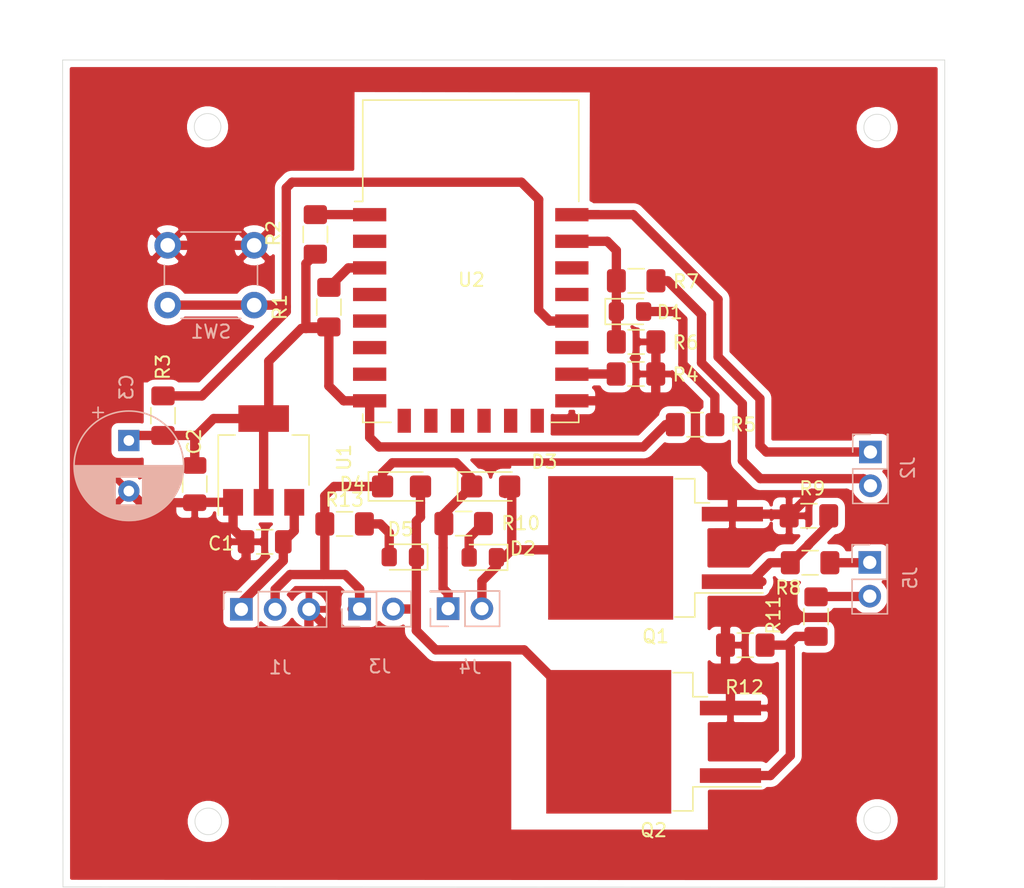
<source format=kicad_pcb>
(kicad_pcb (version 20171130) (host pcbnew "(5.1.6)-1")

  (general
    (thickness 1.6)
    (drawings 15)
    (tracks 201)
    (zones 0)
    (modules 31)
    (nets 35)
  )

  (page A4)
  (title_block
    (title "ESP3D + COOLER EXTENDED BOARD")
    (date 2021-04-04)
    (comment 2 "Maxim Telegin")
    (comment 3 "Maxim Telegin")
    (comment 4 "Maxim Telegin")
  )

  (layers
    (0 F.Cu signal)
    (31 B.Cu signal)
    (32 B.Adhes user)
    (33 F.Adhes user)
    (34 B.Paste user)
    (35 F.Paste user)
    (36 B.SilkS user)
    (37 F.SilkS user)
    (38 B.Mask user)
    (39 F.Mask user)
    (40 Dwgs.User user)
    (41 Cmts.User user)
    (42 Eco1.User user)
    (43 Eco2.User user)
    (44 Edge.Cuts user)
    (45 Margin user)
    (46 B.CrtYd user)
    (47 F.CrtYd user)
    (48 B.Fab user)
    (49 F.Fab user)
  )

  (setup
    (last_trace_width 0.25)
    (user_trace_width 0.7)
    (trace_clearance 0.2)
    (zone_clearance 0.508)
    (zone_45_only no)
    (trace_min 0.2)
    (via_size 0.8)
    (via_drill 0.4)
    (via_min_size 0.4)
    (via_min_drill 0.3)
    (uvia_size 0.3)
    (uvia_drill 0.1)
    (uvias_allowed no)
    (uvia_min_size 0.2)
    (uvia_min_drill 0.1)
    (edge_width 0.05)
    (segment_width 0.2)
    (pcb_text_width 0.3)
    (pcb_text_size 1.5 1.5)
    (mod_edge_width 0.12)
    (mod_text_size 1 1)
    (mod_text_width 0.15)
    (pad_size 1.524 1.524)
    (pad_drill 0.762)
    (pad_to_mask_clearance 0.05)
    (aux_axis_origin 0 0)
    (visible_elements 7FFFFFFF)
    (pcbplotparams
      (layerselection 0x010fc_ffffffff)
      (usegerberextensions false)
      (usegerberattributes true)
      (usegerberadvancedattributes true)
      (creategerberjobfile true)
      (excludeedgelayer true)
      (linewidth 0.100000)
      (plotframeref false)
      (viasonmask false)
      (mode 1)
      (useauxorigin false)
      (hpglpennumber 1)
      (hpglpenspeed 20)
      (hpglpendiameter 15.000000)
      (psnegative false)
      (psa4output false)
      (plotreference true)
      (plotvalue true)
      (plotinvisibletext false)
      (padsonsilk false)
      (subtractmaskfromsilk false)
      (outputformat 1)
      (mirror false)
      (drillshape 1)
      (scaleselection 1)
      (outputdirectory ""))
  )

  (net 0 "")
  (net 1 "Net-(D1-Pad2)")
  (net 2 "Net-(D1-Pad1)")
  (net 3 "Net-(D2-Pad2)")
  (net 4 "Net-(D2-Pad1)")
  (net 5 +24V)
  (net 6 "Net-(D4-Pad2)")
  (net 7 "Net-(D5-Pad2)")
  (net 8 "Net-(J2-Pad2)")
  (net 9 "Net-(J2-Pad1)")
  (net 10 "Net-(J5-Pad2)")
  (net 11 "Net-(J5-Pad1)")
  (net 12 GND)
  (net 13 "Net-(Q1-Pad1)")
  (net 14 "Net-(Q2-Pad1)")
  (net 15 "Net-(R1-Pad2)")
  (net 16 +3V3)
  (net 17 "Net-(R2-Pad1)")
  (net 18 "Net-(R3-Pad2)")
  (net 19 "Net-(R4-Pad2)")
  (net 20 +5V)
  (net 21 "Net-(U2-Pad20)")
  (net 22 "Net-(U2-Pad19)")
  (net 23 "Net-(U2-Pad17)")
  (net 24 "Net-(U2-Pad14)")
  (net 25 "Net-(U2-Pad13)")
  (net 26 "Net-(U2-Pad12)")
  (net 27 "Net-(U2-Pad11)")
  (net 28 "Net-(U2-Pad10)")
  (net 29 "Net-(U2-Pad9)")
  (net 30 "Net-(U2-Pad7)")
  (net 31 "Net-(U2-Pad6)")
  (net 32 "Net-(U2-Pad5)")
  (net 33 "Net-(U2-Pad4)")
  (net 34 "Net-(U2-Pad2)")

  (net_class Default "This is the default net class."
    (clearance 0.2)
    (trace_width 0.25)
    (via_dia 0.8)
    (via_drill 0.4)
    (uvia_dia 0.3)
    (uvia_drill 0.1)
    (add_net +24V)
    (add_net +3V3)
    (add_net +5V)
    (add_net GND)
    (add_net "Net-(D1-Pad1)")
    (add_net "Net-(D1-Pad2)")
    (add_net "Net-(D2-Pad1)")
    (add_net "Net-(D2-Pad2)")
    (add_net "Net-(D4-Pad2)")
    (add_net "Net-(D5-Pad2)")
    (add_net "Net-(J2-Pad1)")
    (add_net "Net-(J2-Pad2)")
    (add_net "Net-(J5-Pad1)")
    (add_net "Net-(J5-Pad2)")
    (add_net "Net-(Q1-Pad1)")
    (add_net "Net-(Q2-Pad1)")
    (add_net "Net-(R1-Pad2)")
    (add_net "Net-(R2-Pad1)")
    (add_net "Net-(R3-Pad2)")
    (add_net "Net-(R4-Pad2)")
    (add_net "Net-(U2-Pad10)")
    (add_net "Net-(U2-Pad11)")
    (add_net "Net-(U2-Pad12)")
    (add_net "Net-(U2-Pad13)")
    (add_net "Net-(U2-Pad14)")
    (add_net "Net-(U2-Pad17)")
    (add_net "Net-(U2-Pad19)")
    (add_net "Net-(U2-Pad2)")
    (add_net "Net-(U2-Pad20)")
    (add_net "Net-(U2-Pad4)")
    (add_net "Net-(U2-Pad5)")
    (add_net "Net-(U2-Pad6)")
    (add_net "Net-(U2-Pad7)")
    (add_net "Net-(U2-Pad9)")
  )

  (net_class 0.7 ""
    (clearance 0.2)
    (trace_width 0.25)
    (via_dia 0.8)
    (via_drill 0.4)
    (uvia_dia 0.3)
    (uvia_drill 0.1)
  )

  (module Button_Switch_THT:SW_PUSH_6mm (layer B.Cu) (tedit 5A02FE31) (tstamp 606644D5)
    (at 125.8316 90.0176)
    (descr https://www.omron.com/ecb/products/pdf/en-b3f.pdf)
    (tags "tact sw push 6mm")
    (path /60966AA2)
    (fp_text reference SW1 (at 3.25 2) (layer B.SilkS)
      (effects (font (size 1 1) (thickness 0.15)) (justify mirror))
    )
    (fp_text value SW_Push_Dual (at 3.75 -6.7) (layer B.Fab)
      (effects (font (size 1 1) (thickness 0.15)) (justify mirror))
    )
    (fp_circle (center 3.25 -2.25) (end 1.25 -2.5) (layer B.Fab) (width 0.1))
    (fp_line (start 6.75 -3) (end 6.75 -1.5) (layer B.SilkS) (width 0.12))
    (fp_line (start 5.5 1) (end 1 1) (layer B.SilkS) (width 0.12))
    (fp_line (start -0.25 -1.5) (end -0.25 -3) (layer B.SilkS) (width 0.12))
    (fp_line (start 1 -5.5) (end 5.5 -5.5) (layer B.SilkS) (width 0.12))
    (fp_line (start 8 1.25) (end 8 -5.75) (layer B.CrtYd) (width 0.05))
    (fp_line (start 7.75 -6) (end -1.25 -6) (layer B.CrtYd) (width 0.05))
    (fp_line (start -1.5 -5.75) (end -1.5 1.25) (layer B.CrtYd) (width 0.05))
    (fp_line (start -1.25 1.5) (end 7.75 1.5) (layer B.CrtYd) (width 0.05))
    (fp_line (start -1.5 -6) (end -1.25 -6) (layer B.CrtYd) (width 0.05))
    (fp_line (start -1.5 -5.75) (end -1.5 -6) (layer B.CrtYd) (width 0.05))
    (fp_line (start -1.5 1.5) (end -1.25 1.5) (layer B.CrtYd) (width 0.05))
    (fp_line (start -1.5 1.25) (end -1.5 1.5) (layer B.CrtYd) (width 0.05))
    (fp_line (start 8 1.5) (end 8 1.25) (layer B.CrtYd) (width 0.05))
    (fp_line (start 7.75 1.5) (end 8 1.5) (layer B.CrtYd) (width 0.05))
    (fp_line (start 8 -6) (end 8 -5.75) (layer B.CrtYd) (width 0.05))
    (fp_line (start 7.75 -6) (end 8 -6) (layer B.CrtYd) (width 0.05))
    (fp_line (start 0.25 0.75) (end 3.25 0.75) (layer B.Fab) (width 0.1))
    (fp_line (start 0.25 -5.25) (end 0.25 0.75) (layer B.Fab) (width 0.1))
    (fp_line (start 6.25 -5.25) (end 0.25 -5.25) (layer B.Fab) (width 0.1))
    (fp_line (start 6.25 0.75) (end 6.25 -5.25) (layer B.Fab) (width 0.1))
    (fp_line (start 3.25 0.75) (end 6.25 0.75) (layer B.Fab) (width 0.1))
    (fp_text user %R (at 3.25 -2.25) (layer B.Fab)
      (effects (font (size 1 1) (thickness 0.15)) (justify mirror))
    )
    (pad 1 thru_hole circle (at 6.5 0 270) (size 2 2) (drill 1.1) (layers *.Cu *.Mask)
      (net 18 "Net-(R3-Pad2)"))
    (pad 2 thru_hole circle (at 6.5 -4.5 270) (size 2 2) (drill 1.1) (layers *.Cu *.Mask)
      (net 12 GND))
    (pad 1 thru_hole circle (at 0 0 270) (size 2 2) (drill 1.1) (layers *.Cu *.Mask)
      (net 18 "Net-(R3-Pad2)"))
    (pad 2 thru_hole circle (at 0 -4.5 270) (size 2 2) (drill 1.1) (layers *.Cu *.Mask)
      (net 12 GND))
    (model ${KISYS3DMOD}/Button_Switch_THT.3dshapes/SW_PUSH_6mm.wrl
      (at (xyz 0 0 0))
      (scale (xyz 1 1 1))
      (rotate (xyz 0 0 0))
    )
  )

  (module Connector_PinHeader_2.54mm:PinHeader_1x03_P2.54mm_Vertical (layer B.Cu) (tedit 59FED5CC) (tstamp 606565E9)
    (at 131.3688 112.903 270)
    (descr "Through hole straight pin header, 1x03, 2.54mm pitch, single row")
    (tags "Through hole pin header THT 1x03 2.54mm single row")
    (path /60855779)
    (fp_text reference J1 (at 4.3688 -2.921 180) (layer B.SilkS)
      (effects (font (size 1 1) (thickness 0.15)) (justify mirror))
    )
    (fp_text value POWER (at 2.794 -2.9718) (layer B.Fab)
      (effects (font (size 1 1) (thickness 0.15)) (justify mirror))
    )
    (fp_line (start 1.8 1.8) (end -1.8 1.8) (layer B.CrtYd) (width 0.05))
    (fp_line (start 1.8 -6.85) (end 1.8 1.8) (layer B.CrtYd) (width 0.05))
    (fp_line (start -1.8 -6.85) (end 1.8 -6.85) (layer B.CrtYd) (width 0.05))
    (fp_line (start -1.8 1.8) (end -1.8 -6.85) (layer B.CrtYd) (width 0.05))
    (fp_line (start -1.33 1.33) (end 0 1.33) (layer B.SilkS) (width 0.12))
    (fp_line (start -1.33 0) (end -1.33 1.33) (layer B.SilkS) (width 0.12))
    (fp_line (start -1.33 -1.27) (end 1.33 -1.27) (layer B.SilkS) (width 0.12))
    (fp_line (start 1.33 -1.27) (end 1.33 -6.41) (layer B.SilkS) (width 0.12))
    (fp_line (start -1.33 -1.27) (end -1.33 -6.41) (layer B.SilkS) (width 0.12))
    (fp_line (start -1.33 -6.41) (end 1.33 -6.41) (layer B.SilkS) (width 0.12))
    (fp_line (start -1.27 0.635) (end -0.635 1.27) (layer B.Fab) (width 0.1))
    (fp_line (start -1.27 -6.35) (end -1.27 0.635) (layer B.Fab) (width 0.1))
    (fp_line (start 1.27 -6.35) (end -1.27 -6.35) (layer B.Fab) (width 0.1))
    (fp_line (start 1.27 1.27) (end 1.27 -6.35) (layer B.Fab) (width 0.1))
    (fp_line (start -0.635 1.27) (end 1.27 1.27) (layer B.Fab) (width 0.1))
    (fp_text user %R (at 0 -2.54) (layer B.Fab)
      (effects (font (size 1 1) (thickness 0.15)) (justify mirror))
    )
    (pad 3 thru_hole oval (at 0 -5.08 270) (size 1.7 1.7) (drill 1) (layers *.Cu *.Mask)
      (net 12 GND))
    (pad 2 thru_hole oval (at 0 -2.54 270) (size 1.7 1.7) (drill 1) (layers *.Cu *.Mask)
      (net 5 +24V))
    (pad 1 thru_hole rect (at 0 0 270) (size 1.7 1.7) (drill 1) (layers *.Cu *.Mask)
      (net 20 +5V))
    (model ${KISYS3DMOD}/Connector_PinHeader_2.54mm.3dshapes/PinHeader_1x03_P2.54mm_Vertical.wrl
      (at (xyz 0 0 0))
      (scale (xyz 1 1 1))
      (rotate (xyz 0 0 0))
    )
  )

  (module Capacitor_THT:CP_Radial_D8.0mm_P3.80mm (layer B.Cu) (tedit 5AE50EF0) (tstamp 6065651E)
    (at 122.9106 100.203 270)
    (descr "CP, Radial series, Radial, pin pitch=3.80mm, , diameter=8mm, Electrolytic Capacitor")
    (tags "CP Radial series Radial pin pitch 3.80mm  diameter 8mm Electrolytic Capacitor")
    (path /606C8631)
    (fp_text reference C3 (at -4.0132 0.1778 270) (layer B.SilkS)
      (effects (font (size 1 1) (thickness 0.15)) (justify mirror))
    )
    (fp_text value 100mf (at 1.9 -5.25 270) (layer B.Fab)
      (effects (font (size 1 1) (thickness 0.15)) (justify mirror))
    )
    (fp_line (start -2.109698 2.715) (end -2.109698 1.915) (layer B.SilkS) (width 0.12))
    (fp_line (start -2.509698 2.315) (end -1.709698 2.315) (layer B.SilkS) (width 0.12))
    (fp_line (start 5.981 0.533) (end 5.981 -0.533) (layer B.SilkS) (width 0.12))
    (fp_line (start 5.941 0.768) (end 5.941 -0.768) (layer B.SilkS) (width 0.12))
    (fp_line (start 5.901 0.948) (end 5.901 -0.948) (layer B.SilkS) (width 0.12))
    (fp_line (start 5.861 1.098) (end 5.861 -1.098) (layer B.SilkS) (width 0.12))
    (fp_line (start 5.821 1.229) (end 5.821 -1.229) (layer B.SilkS) (width 0.12))
    (fp_line (start 5.781 1.346) (end 5.781 -1.346) (layer B.SilkS) (width 0.12))
    (fp_line (start 5.741 1.453) (end 5.741 -1.453) (layer B.SilkS) (width 0.12))
    (fp_line (start 5.701 1.552) (end 5.701 -1.552) (layer B.SilkS) (width 0.12))
    (fp_line (start 5.661 1.645) (end 5.661 -1.645) (layer B.SilkS) (width 0.12))
    (fp_line (start 5.621 1.731) (end 5.621 -1.731) (layer B.SilkS) (width 0.12))
    (fp_line (start 5.581 1.813) (end 5.581 -1.813) (layer B.SilkS) (width 0.12))
    (fp_line (start 5.541 1.89) (end 5.541 -1.89) (layer B.SilkS) (width 0.12))
    (fp_line (start 5.501 1.964) (end 5.501 -1.964) (layer B.SilkS) (width 0.12))
    (fp_line (start 5.461 2.034) (end 5.461 -2.034) (layer B.SilkS) (width 0.12))
    (fp_line (start 5.421 2.102) (end 5.421 -2.102) (layer B.SilkS) (width 0.12))
    (fp_line (start 5.381 2.166) (end 5.381 -2.166) (layer B.SilkS) (width 0.12))
    (fp_line (start 5.341 2.228) (end 5.341 -2.228) (layer B.SilkS) (width 0.12))
    (fp_line (start 5.301 2.287) (end 5.301 -2.287) (layer B.SilkS) (width 0.12))
    (fp_line (start 5.261 2.345) (end 5.261 -2.345) (layer B.SilkS) (width 0.12))
    (fp_line (start 5.221 2.4) (end 5.221 -2.4) (layer B.SilkS) (width 0.12))
    (fp_line (start 5.181 2.454) (end 5.181 -2.454) (layer B.SilkS) (width 0.12))
    (fp_line (start 5.141 2.505) (end 5.141 -2.505) (layer B.SilkS) (width 0.12))
    (fp_line (start 5.101 2.556) (end 5.101 -2.556) (layer B.SilkS) (width 0.12))
    (fp_line (start 5.061 2.604) (end 5.061 -2.604) (layer B.SilkS) (width 0.12))
    (fp_line (start 5.021 2.651) (end 5.021 -2.651) (layer B.SilkS) (width 0.12))
    (fp_line (start 4.981 2.697) (end 4.981 -2.697) (layer B.SilkS) (width 0.12))
    (fp_line (start 4.941 2.741) (end 4.941 -2.741) (layer B.SilkS) (width 0.12))
    (fp_line (start 4.901 2.784) (end 4.901 -2.784) (layer B.SilkS) (width 0.12))
    (fp_line (start 4.861 2.826) (end 4.861 -2.826) (layer B.SilkS) (width 0.12))
    (fp_line (start 4.821 -1.04) (end 4.821 -2.867) (layer B.SilkS) (width 0.12))
    (fp_line (start 4.821 2.867) (end 4.821 1.04) (layer B.SilkS) (width 0.12))
    (fp_line (start 4.781 -1.04) (end 4.781 -2.907) (layer B.SilkS) (width 0.12))
    (fp_line (start 4.781 2.907) (end 4.781 1.04) (layer B.SilkS) (width 0.12))
    (fp_line (start 4.741 -1.04) (end 4.741 -2.945) (layer B.SilkS) (width 0.12))
    (fp_line (start 4.741 2.945) (end 4.741 1.04) (layer B.SilkS) (width 0.12))
    (fp_line (start 4.701 -1.04) (end 4.701 -2.983) (layer B.SilkS) (width 0.12))
    (fp_line (start 4.701 2.983) (end 4.701 1.04) (layer B.SilkS) (width 0.12))
    (fp_line (start 4.661 -1.04) (end 4.661 -3.019) (layer B.SilkS) (width 0.12))
    (fp_line (start 4.661 3.019) (end 4.661 1.04) (layer B.SilkS) (width 0.12))
    (fp_line (start 4.621 -1.04) (end 4.621 -3.055) (layer B.SilkS) (width 0.12))
    (fp_line (start 4.621 3.055) (end 4.621 1.04) (layer B.SilkS) (width 0.12))
    (fp_line (start 4.581 -1.04) (end 4.581 -3.09) (layer B.SilkS) (width 0.12))
    (fp_line (start 4.581 3.09) (end 4.581 1.04) (layer B.SilkS) (width 0.12))
    (fp_line (start 4.541 -1.04) (end 4.541 -3.124) (layer B.SilkS) (width 0.12))
    (fp_line (start 4.541 3.124) (end 4.541 1.04) (layer B.SilkS) (width 0.12))
    (fp_line (start 4.501 -1.04) (end 4.501 -3.156) (layer B.SilkS) (width 0.12))
    (fp_line (start 4.501 3.156) (end 4.501 1.04) (layer B.SilkS) (width 0.12))
    (fp_line (start 4.461 -1.04) (end 4.461 -3.189) (layer B.SilkS) (width 0.12))
    (fp_line (start 4.461 3.189) (end 4.461 1.04) (layer B.SilkS) (width 0.12))
    (fp_line (start 4.421 -1.04) (end 4.421 -3.22) (layer B.SilkS) (width 0.12))
    (fp_line (start 4.421 3.22) (end 4.421 1.04) (layer B.SilkS) (width 0.12))
    (fp_line (start 4.381 -1.04) (end 4.381 -3.25) (layer B.SilkS) (width 0.12))
    (fp_line (start 4.381 3.25) (end 4.381 1.04) (layer B.SilkS) (width 0.12))
    (fp_line (start 4.341 -1.04) (end 4.341 -3.28) (layer B.SilkS) (width 0.12))
    (fp_line (start 4.341 3.28) (end 4.341 1.04) (layer B.SilkS) (width 0.12))
    (fp_line (start 4.301 -1.04) (end 4.301 -3.309) (layer B.SilkS) (width 0.12))
    (fp_line (start 4.301 3.309) (end 4.301 1.04) (layer B.SilkS) (width 0.12))
    (fp_line (start 4.261 -1.04) (end 4.261 -3.338) (layer B.SilkS) (width 0.12))
    (fp_line (start 4.261 3.338) (end 4.261 1.04) (layer B.SilkS) (width 0.12))
    (fp_line (start 4.221 -1.04) (end 4.221 -3.365) (layer B.SilkS) (width 0.12))
    (fp_line (start 4.221 3.365) (end 4.221 1.04) (layer B.SilkS) (width 0.12))
    (fp_line (start 4.181 -1.04) (end 4.181 -3.392) (layer B.SilkS) (width 0.12))
    (fp_line (start 4.181 3.392) (end 4.181 1.04) (layer B.SilkS) (width 0.12))
    (fp_line (start 4.141 -1.04) (end 4.141 -3.418) (layer B.SilkS) (width 0.12))
    (fp_line (start 4.141 3.418) (end 4.141 1.04) (layer B.SilkS) (width 0.12))
    (fp_line (start 4.101 -1.04) (end 4.101 -3.444) (layer B.SilkS) (width 0.12))
    (fp_line (start 4.101 3.444) (end 4.101 1.04) (layer B.SilkS) (width 0.12))
    (fp_line (start 4.061 -1.04) (end 4.061 -3.469) (layer B.SilkS) (width 0.12))
    (fp_line (start 4.061 3.469) (end 4.061 1.04) (layer B.SilkS) (width 0.12))
    (fp_line (start 4.021 -1.04) (end 4.021 -3.493) (layer B.SilkS) (width 0.12))
    (fp_line (start 4.021 3.493) (end 4.021 1.04) (layer B.SilkS) (width 0.12))
    (fp_line (start 3.981 -1.04) (end 3.981 -3.517) (layer B.SilkS) (width 0.12))
    (fp_line (start 3.981 3.517) (end 3.981 1.04) (layer B.SilkS) (width 0.12))
    (fp_line (start 3.941 -1.04) (end 3.941 -3.54) (layer B.SilkS) (width 0.12))
    (fp_line (start 3.941 3.54) (end 3.941 1.04) (layer B.SilkS) (width 0.12))
    (fp_line (start 3.901 -1.04) (end 3.901 -3.562) (layer B.SilkS) (width 0.12))
    (fp_line (start 3.901 3.562) (end 3.901 1.04) (layer B.SilkS) (width 0.12))
    (fp_line (start 3.861 -1.04) (end 3.861 -3.584) (layer B.SilkS) (width 0.12))
    (fp_line (start 3.861 3.584) (end 3.861 1.04) (layer B.SilkS) (width 0.12))
    (fp_line (start 3.821 -1.04) (end 3.821 -3.606) (layer B.SilkS) (width 0.12))
    (fp_line (start 3.821 3.606) (end 3.821 1.04) (layer B.SilkS) (width 0.12))
    (fp_line (start 3.781 -1.04) (end 3.781 -3.627) (layer B.SilkS) (width 0.12))
    (fp_line (start 3.781 3.627) (end 3.781 1.04) (layer B.SilkS) (width 0.12))
    (fp_line (start 3.741 -1.04) (end 3.741 -3.647) (layer B.SilkS) (width 0.12))
    (fp_line (start 3.741 3.647) (end 3.741 1.04) (layer B.SilkS) (width 0.12))
    (fp_line (start 3.701 -1.04) (end 3.701 -3.666) (layer B.SilkS) (width 0.12))
    (fp_line (start 3.701 3.666) (end 3.701 1.04) (layer B.SilkS) (width 0.12))
    (fp_line (start 3.661 -1.04) (end 3.661 -3.686) (layer B.SilkS) (width 0.12))
    (fp_line (start 3.661 3.686) (end 3.661 1.04) (layer B.SilkS) (width 0.12))
    (fp_line (start 3.621 -1.04) (end 3.621 -3.704) (layer B.SilkS) (width 0.12))
    (fp_line (start 3.621 3.704) (end 3.621 1.04) (layer B.SilkS) (width 0.12))
    (fp_line (start 3.581 -1.04) (end 3.581 -3.722) (layer B.SilkS) (width 0.12))
    (fp_line (start 3.581 3.722) (end 3.581 1.04) (layer B.SilkS) (width 0.12))
    (fp_line (start 3.541 -1.04) (end 3.541 -3.74) (layer B.SilkS) (width 0.12))
    (fp_line (start 3.541 3.74) (end 3.541 1.04) (layer B.SilkS) (width 0.12))
    (fp_line (start 3.501 -1.04) (end 3.501 -3.757) (layer B.SilkS) (width 0.12))
    (fp_line (start 3.501 3.757) (end 3.501 1.04) (layer B.SilkS) (width 0.12))
    (fp_line (start 3.461 -1.04) (end 3.461 -3.774) (layer B.SilkS) (width 0.12))
    (fp_line (start 3.461 3.774) (end 3.461 1.04) (layer B.SilkS) (width 0.12))
    (fp_line (start 3.421 -1.04) (end 3.421 -3.79) (layer B.SilkS) (width 0.12))
    (fp_line (start 3.421 3.79) (end 3.421 1.04) (layer B.SilkS) (width 0.12))
    (fp_line (start 3.381 -1.04) (end 3.381 -3.805) (layer B.SilkS) (width 0.12))
    (fp_line (start 3.381 3.805) (end 3.381 1.04) (layer B.SilkS) (width 0.12))
    (fp_line (start 3.341 -1.04) (end 3.341 -3.821) (layer B.SilkS) (width 0.12))
    (fp_line (start 3.341 3.821) (end 3.341 1.04) (layer B.SilkS) (width 0.12))
    (fp_line (start 3.301 -1.04) (end 3.301 -3.835) (layer B.SilkS) (width 0.12))
    (fp_line (start 3.301 3.835) (end 3.301 1.04) (layer B.SilkS) (width 0.12))
    (fp_line (start 3.261 -1.04) (end 3.261 -3.85) (layer B.SilkS) (width 0.12))
    (fp_line (start 3.261 3.85) (end 3.261 1.04) (layer B.SilkS) (width 0.12))
    (fp_line (start 3.221 -1.04) (end 3.221 -3.863) (layer B.SilkS) (width 0.12))
    (fp_line (start 3.221 3.863) (end 3.221 1.04) (layer B.SilkS) (width 0.12))
    (fp_line (start 3.181 -1.04) (end 3.181 -3.877) (layer B.SilkS) (width 0.12))
    (fp_line (start 3.181 3.877) (end 3.181 1.04) (layer B.SilkS) (width 0.12))
    (fp_line (start 3.141 -1.04) (end 3.141 -3.889) (layer B.SilkS) (width 0.12))
    (fp_line (start 3.141 3.889) (end 3.141 1.04) (layer B.SilkS) (width 0.12))
    (fp_line (start 3.101 -1.04) (end 3.101 -3.902) (layer B.SilkS) (width 0.12))
    (fp_line (start 3.101 3.902) (end 3.101 1.04) (layer B.SilkS) (width 0.12))
    (fp_line (start 3.061 -1.04) (end 3.061 -3.914) (layer B.SilkS) (width 0.12))
    (fp_line (start 3.061 3.914) (end 3.061 1.04) (layer B.SilkS) (width 0.12))
    (fp_line (start 3.021 -1.04) (end 3.021 -3.925) (layer B.SilkS) (width 0.12))
    (fp_line (start 3.021 3.925) (end 3.021 1.04) (layer B.SilkS) (width 0.12))
    (fp_line (start 2.981 -1.04) (end 2.981 -3.936) (layer B.SilkS) (width 0.12))
    (fp_line (start 2.981 3.936) (end 2.981 1.04) (layer B.SilkS) (width 0.12))
    (fp_line (start 2.941 -1.04) (end 2.941 -3.947) (layer B.SilkS) (width 0.12))
    (fp_line (start 2.941 3.947) (end 2.941 1.04) (layer B.SilkS) (width 0.12))
    (fp_line (start 2.901 -1.04) (end 2.901 -3.957) (layer B.SilkS) (width 0.12))
    (fp_line (start 2.901 3.957) (end 2.901 1.04) (layer B.SilkS) (width 0.12))
    (fp_line (start 2.861 -1.04) (end 2.861 -3.967) (layer B.SilkS) (width 0.12))
    (fp_line (start 2.861 3.967) (end 2.861 1.04) (layer B.SilkS) (width 0.12))
    (fp_line (start 2.821 -1.04) (end 2.821 -3.976) (layer B.SilkS) (width 0.12))
    (fp_line (start 2.821 3.976) (end 2.821 1.04) (layer B.SilkS) (width 0.12))
    (fp_line (start 2.781 -1.04) (end 2.781 -3.985) (layer B.SilkS) (width 0.12))
    (fp_line (start 2.781 3.985) (end 2.781 1.04) (layer B.SilkS) (width 0.12))
    (fp_line (start 2.741 3.994) (end 2.741 -3.994) (layer B.SilkS) (width 0.12))
    (fp_line (start 2.701 4.002) (end 2.701 -4.002) (layer B.SilkS) (width 0.12))
    (fp_line (start 2.661 4.01) (end 2.661 -4.01) (layer B.SilkS) (width 0.12))
    (fp_line (start 2.621 4.017) (end 2.621 -4.017) (layer B.SilkS) (width 0.12))
    (fp_line (start 2.58 4.024) (end 2.58 -4.024) (layer B.SilkS) (width 0.12))
    (fp_line (start 2.54 4.03) (end 2.54 -4.03) (layer B.SilkS) (width 0.12))
    (fp_line (start 2.5 4.037) (end 2.5 -4.037) (layer B.SilkS) (width 0.12))
    (fp_line (start 2.46 4.042) (end 2.46 -4.042) (layer B.SilkS) (width 0.12))
    (fp_line (start 2.42 4.048) (end 2.42 -4.048) (layer B.SilkS) (width 0.12))
    (fp_line (start 2.38 4.052) (end 2.38 -4.052) (layer B.SilkS) (width 0.12))
    (fp_line (start 2.34 4.057) (end 2.34 -4.057) (layer B.SilkS) (width 0.12))
    (fp_line (start 2.3 4.061) (end 2.3 -4.061) (layer B.SilkS) (width 0.12))
    (fp_line (start 2.26 4.065) (end 2.26 -4.065) (layer B.SilkS) (width 0.12))
    (fp_line (start 2.22 4.068) (end 2.22 -4.068) (layer B.SilkS) (width 0.12))
    (fp_line (start 2.18 4.071) (end 2.18 -4.071) (layer B.SilkS) (width 0.12))
    (fp_line (start 2.14 4.074) (end 2.14 -4.074) (layer B.SilkS) (width 0.12))
    (fp_line (start 2.1 4.076) (end 2.1 -4.076) (layer B.SilkS) (width 0.12))
    (fp_line (start 2.06 4.077) (end 2.06 -4.077) (layer B.SilkS) (width 0.12))
    (fp_line (start 2.02 4.079) (end 2.02 -4.079) (layer B.SilkS) (width 0.12))
    (fp_line (start 1.98 4.08) (end 1.98 -4.08) (layer B.SilkS) (width 0.12))
    (fp_line (start 1.94 4.08) (end 1.94 -4.08) (layer B.SilkS) (width 0.12))
    (fp_line (start 1.9 4.08) (end 1.9 -4.08) (layer B.SilkS) (width 0.12))
    (fp_line (start -1.126759 2.1475) (end -1.126759 1.3475) (layer B.Fab) (width 0.1))
    (fp_line (start -1.526759 1.7475) (end -0.726759 1.7475) (layer B.Fab) (width 0.1))
    (fp_circle (center 1.9 0) (end 6.15 0) (layer B.CrtYd) (width 0.05))
    (fp_circle (center 1.9 0) (end 6.02 0) (layer B.SilkS) (width 0.12))
    (fp_circle (center 1.9 0) (end 5.9 0) (layer B.Fab) (width 0.1))
    (fp_text user %R (at 1.9 0 270) (layer B.Fab)
      (effects (font (size 1 1) (thickness 0.15)) (justify mirror))
    )
    (pad 2 thru_hole circle (at 3.8 0 270) (size 1.6 1.6) (drill 0.8) (layers *.Cu *.Mask)
      (net 12 GND))
    (pad 1 thru_hole rect (at 0 0 270) (size 1.6 1.6) (drill 0.8) (layers *.Cu *.Mask)
      (net 16 +3V3))
    (model ${KISYS3DMOD}/Capacitor_THT.3dshapes/CP_Radial_D8.0mm_P3.80mm.wrl
      (at (xyz 0 0 0))
      (scale (xyz 1 1 1))
      (rotate (xyz 0 0 0))
    )
  )

  (module Capacitor_SMD:C_1206_3216Metric (layer F.Cu) (tedit 5B301BBE) (tstamp 60656475)
    (at 127.8636 103.4796 270)
    (descr "Capacitor SMD 1206 (3216 Metric), square (rectangular) end terminal, IPC_7351 nominal, (Body size source: http://www.tortai-tech.com/upload/download/2011102023233369053.pdf), generated with kicad-footprint-generator")
    (tags capacitor)
    (path /605FF379)
    (attr smd)
    (fp_text reference C2 (at -3.2004 0.0508 90) (layer F.SilkS)
      (effects (font (size 1 1) (thickness 0.15)))
    )
    (fp_text value "0.1 mf" (at -7.0358 0.1016 90) (layer F.Fab)
      (effects (font (size 1 1) (thickness 0.15)))
    )
    (fp_line (start 2.28 1.12) (end -2.28 1.12) (layer F.CrtYd) (width 0.05))
    (fp_line (start 2.28 -1.12) (end 2.28 1.12) (layer F.CrtYd) (width 0.05))
    (fp_line (start -2.28 -1.12) (end 2.28 -1.12) (layer F.CrtYd) (width 0.05))
    (fp_line (start -2.28 1.12) (end -2.28 -1.12) (layer F.CrtYd) (width 0.05))
    (fp_line (start -0.602064 0.91) (end 0.602064 0.91) (layer F.SilkS) (width 0.12))
    (fp_line (start -0.602064 -0.91) (end 0.602064 -0.91) (layer F.SilkS) (width 0.12))
    (fp_line (start 1.6 0.8) (end -1.6 0.8) (layer F.Fab) (width 0.1))
    (fp_line (start 1.6 -0.8) (end 1.6 0.8) (layer F.Fab) (width 0.1))
    (fp_line (start -1.6 -0.8) (end 1.6 -0.8) (layer F.Fab) (width 0.1))
    (fp_line (start -1.6 0.8) (end -1.6 -0.8) (layer F.Fab) (width 0.1))
    (fp_text user %R (at 0 0 90) (layer F.Fab)
      (effects (font (size 0.8 0.8) (thickness 0.12)))
    )
    (pad 2 smd roundrect (at 1.4 0 270) (size 1.25 1.75) (layers F.Cu F.Paste F.Mask) (roundrect_rratio 0.2)
      (net 12 GND))
    (pad 1 smd roundrect (at -1.4 0 270) (size 1.25 1.75) (layers F.Cu F.Paste F.Mask) (roundrect_rratio 0.2)
      (net 16 +3V3))
    (model ${KISYS3DMOD}/Capacitor_SMD.3dshapes/C_1206_3216Metric.wrl
      (at (xyz 0 0 0))
      (scale (xyz 1 1 1))
      (rotate (xyz 0 0 0))
    )
  )

  (module Capacitor_SMD:C_1206_3216Metric (layer F.Cu) (tedit 5B301BBE) (tstamp 60656464)
    (at 133.1214 107.823 180)
    (descr "Capacitor SMD 1206 (3216 Metric), square (rectangular) end terminal, IPC_7351 nominal, (Body size source: http://www.tortai-tech.com/upload/download/2011102023233369053.pdf), generated with kicad-footprint-generator")
    (tags capacitor)
    (path /60603C81)
    (attr smd)
    (fp_text reference C1 (at 3.2766 -0.127) (layer F.SilkS)
      (effects (font (size 1 1) (thickness 0.15)))
    )
    (fp_text value "0.1 mf" (at 6.9342 -0.0762) (layer F.Fab)
      (effects (font (size 1 1) (thickness 0.15)))
    )
    (fp_line (start 2.28 1.12) (end -2.28 1.12) (layer F.CrtYd) (width 0.05))
    (fp_line (start 2.28 -1.12) (end 2.28 1.12) (layer F.CrtYd) (width 0.05))
    (fp_line (start -2.28 -1.12) (end 2.28 -1.12) (layer F.CrtYd) (width 0.05))
    (fp_line (start -2.28 1.12) (end -2.28 -1.12) (layer F.CrtYd) (width 0.05))
    (fp_line (start -0.602064 0.91) (end 0.602064 0.91) (layer F.SilkS) (width 0.12))
    (fp_line (start -0.602064 -0.91) (end 0.602064 -0.91) (layer F.SilkS) (width 0.12))
    (fp_line (start 1.6 0.8) (end -1.6 0.8) (layer F.Fab) (width 0.1))
    (fp_line (start 1.6 -0.8) (end 1.6 0.8) (layer F.Fab) (width 0.1))
    (fp_line (start -1.6 -0.8) (end 1.6 -0.8) (layer F.Fab) (width 0.1))
    (fp_line (start -1.6 0.8) (end -1.6 -0.8) (layer F.Fab) (width 0.1))
    (fp_text user %R (at 0 0) (layer F.Fab)
      (effects (font (size 0.8 0.8) (thickness 0.12)))
    )
    (pad 2 smd roundrect (at 1.4 0 180) (size 1.25 1.75) (layers F.Cu F.Paste F.Mask) (roundrect_rratio 0.2)
      (net 12 GND))
    (pad 1 smd roundrect (at -1.4 0 180) (size 1.25 1.75) (layers F.Cu F.Paste F.Mask) (roundrect_rratio 0.2)
      (net 20 +5V))
    (model ${KISYS3DMOD}/Capacitor_SMD.3dshapes/C_1206_3216Metric.wrl
      (at (xyz 0 0 0))
      (scale (xyz 1 1 1))
      (rotate (xyz 0 0 0))
    )
  )

  (module RF_Module:ESP-12E (layer F.Cu) (tedit 5A030172) (tstamp 60650D0C)
    (at 148.6154 86.7156)
    (descr "Wi-Fi Module, http://wiki.ai-thinker.com/_media/esp8266/docs/aithinker_esp_12f_datasheet_en.pdf")
    (tags "Wi-Fi Module")
    (path /60601B50)
    (attr smd)
    (fp_text reference U2 (at 0.0508 1.397) (layer F.SilkS)
      (effects (font (size 1 1) (thickness 0.15)))
    )
    (fp_text value ESP-12F (at -0.06 -12.78) (layer F.Fab)
      (effects (font (size 1 1) (thickness 0.15)))
    )
    (fp_line (start 5.56 -4.8) (end 8.12 -7.36) (layer Dwgs.User) (width 0.12))
    (fp_line (start 2.56 -4.8) (end 8.12 -10.36) (layer Dwgs.User) (width 0.12))
    (fp_line (start -0.44 -4.8) (end 6.88 -12.12) (layer Dwgs.User) (width 0.12))
    (fp_line (start -3.44 -4.8) (end 3.88 -12.12) (layer Dwgs.User) (width 0.12))
    (fp_line (start -6.44 -4.8) (end 0.88 -12.12) (layer Dwgs.User) (width 0.12))
    (fp_line (start -8.12 -6.12) (end -2.12 -12.12) (layer Dwgs.User) (width 0.12))
    (fp_line (start -8.12 -9.12) (end -5.12 -12.12) (layer Dwgs.User) (width 0.12))
    (fp_line (start -8.12 -4.8) (end -8.12 -12.12) (layer Dwgs.User) (width 0.12))
    (fp_line (start 8.12 -4.8) (end -8.12 -4.8) (layer Dwgs.User) (width 0.12))
    (fp_line (start 8.12 -12.12) (end 8.12 -4.8) (layer Dwgs.User) (width 0.12))
    (fp_line (start -8.12 -12.12) (end 8.12 -12.12) (layer Dwgs.User) (width 0.12))
    (fp_line (start -8.12 -4.5) (end -8.73 -4.5) (layer F.SilkS) (width 0.12))
    (fp_line (start -8.12 -4.5) (end -8.12 -12.12) (layer F.SilkS) (width 0.12))
    (fp_line (start -8.12 12.12) (end -8.12 11.5) (layer F.SilkS) (width 0.12))
    (fp_line (start -6 12.12) (end -8.12 12.12) (layer F.SilkS) (width 0.12))
    (fp_line (start 8.12 12.12) (end 6 12.12) (layer F.SilkS) (width 0.12))
    (fp_line (start 8.12 11.5) (end 8.12 12.12) (layer F.SilkS) (width 0.12))
    (fp_line (start 8.12 -12.12) (end 8.12 -4.5) (layer F.SilkS) (width 0.12))
    (fp_line (start -8.12 -12.12) (end 8.12 -12.12) (layer F.SilkS) (width 0.12))
    (fp_line (start -9.05 13.1) (end -9.05 -12.2) (layer F.CrtYd) (width 0.05))
    (fp_line (start 9.05 13.1) (end -9.05 13.1) (layer F.CrtYd) (width 0.05))
    (fp_line (start 9.05 -12.2) (end 9.05 13.1) (layer F.CrtYd) (width 0.05))
    (fp_line (start -9.05 -12.2) (end 9.05 -12.2) (layer F.CrtYd) (width 0.05))
    (fp_line (start -8 -4) (end -8 -12) (layer F.Fab) (width 0.12))
    (fp_line (start -7.5 -3.5) (end -8 -4) (layer F.Fab) (width 0.12))
    (fp_line (start -8 -3) (end -7.5 -3.5) (layer F.Fab) (width 0.12))
    (fp_line (start -8 12) (end -8 -3) (layer F.Fab) (width 0.12))
    (fp_line (start 8 12) (end -8 12) (layer F.Fab) (width 0.12))
    (fp_line (start 8 -12) (end 8 12) (layer F.Fab) (width 0.12))
    (fp_line (start -8 -12) (end 8 -12) (layer F.Fab) (width 0.12))
    (fp_text user %R (at 0.49 -0.8) (layer F.Fab)
      (effects (font (size 1 1) (thickness 0.15)))
    )
    (fp_text user "KEEP-OUT ZONE" (at 0.03 -9.55 180) (layer Cmts.User)
      (effects (font (size 1 1) (thickness 0.15)))
    )
    (fp_text user Antenna (at -0.06 -7 180) (layer Cmts.User)
      (effects (font (size 1 1) (thickness 0.15)))
    )
    (pad 22 smd rect (at 7.6 -3.5) (size 2.5 1) (layers F.Cu F.Paste F.Mask)
      (net 9 "Net-(J2-Pad1)"))
    (pad 21 smd rect (at 7.6 -1.5) (size 2.5 1) (layers F.Cu F.Paste F.Mask)
      (net 2 "Net-(D1-Pad1)"))
    (pad 20 smd rect (at 7.6 0.5) (size 2.5 1) (layers F.Cu F.Paste F.Mask)
      (net 21 "Net-(U2-Pad20)"))
    (pad 19 smd rect (at 7.6 2.5) (size 2.5 1) (layers F.Cu F.Paste F.Mask)
      (net 22 "Net-(U2-Pad19)"))
    (pad 18 smd rect (at 7.6 4.5) (size 2.5 1) (layers F.Cu F.Paste F.Mask)
      (net 18 "Net-(R3-Pad2)"))
    (pad 17 smd rect (at 7.6 6.5) (size 2.5 1) (layers F.Cu F.Paste F.Mask)
      (net 23 "Net-(U2-Pad17)"))
    (pad 16 smd rect (at 7.6 8.5) (size 2.5 1) (layers F.Cu F.Paste F.Mask)
      (net 19 "Net-(R4-Pad2)"))
    (pad 15 smd rect (at 7.6 10.5) (size 2.5 1) (layers F.Cu F.Paste F.Mask)
      (net 12 GND))
    (pad 14 smd rect (at 5 12) (size 1 1.8) (layers F.Cu F.Paste F.Mask)
      (net 24 "Net-(U2-Pad14)"))
    (pad 13 smd rect (at 3 12) (size 1 1.8) (layers F.Cu F.Paste F.Mask)
      (net 25 "Net-(U2-Pad13)"))
    (pad 12 smd rect (at 1 12) (size 1 1.8) (layers F.Cu F.Paste F.Mask)
      (net 26 "Net-(U2-Pad12)"))
    (pad 11 smd rect (at -1 12) (size 1 1.8) (layers F.Cu F.Paste F.Mask)
      (net 27 "Net-(U2-Pad11)"))
    (pad 10 smd rect (at -3 12) (size 1 1.8) (layers F.Cu F.Paste F.Mask)
      (net 28 "Net-(U2-Pad10)"))
    (pad 9 smd rect (at -5 12) (size 1 1.8) (layers F.Cu F.Paste F.Mask)
      (net 29 "Net-(U2-Pad9)"))
    (pad 8 smd rect (at -7.6 10.5) (size 2.5 1) (layers F.Cu F.Paste F.Mask)
      (net 16 +3V3))
    (pad 7 smd rect (at -7.6 8.5) (size 2.5 1) (layers F.Cu F.Paste F.Mask)
      (net 30 "Net-(U2-Pad7)"))
    (pad 6 smd rect (at -7.6 6.5) (size 2.5 1) (layers F.Cu F.Paste F.Mask)
      (net 31 "Net-(U2-Pad6)"))
    (pad 5 smd rect (at -7.6 4.5) (size 2.5 1) (layers F.Cu F.Paste F.Mask)
      (net 32 "Net-(U2-Pad5)"))
    (pad 4 smd rect (at -7.6 2.5) (size 2.5 1) (layers F.Cu F.Paste F.Mask)
      (net 33 "Net-(U2-Pad4)"))
    (pad 3 smd rect (at -7.6 0.5) (size 2.5 1) (layers F.Cu F.Paste F.Mask)
      (net 15 "Net-(R1-Pad2)"))
    (pad 2 smd rect (at -7.6 -1.5) (size 2.5 1) (layers F.Cu F.Paste F.Mask)
      (net 34 "Net-(U2-Pad2)"))
    (pad 1 smd rect (at -7.6 -3.5) (size 2.5 1) (layers F.Cu F.Paste F.Mask)
      (net 17 "Net-(R2-Pad1)"))
    (model ${KISYS3DMOD}/RF_Module.3dshapes/ESP-12E.wrl
      (at (xyz 0 0 0))
      (scale (xyz 1 1 1))
      (rotate (xyz 0 0 0))
    )
  )

  (module Package_TO_SOT_SMD:SOT-223-3_TabPin2 (layer F.Cu) (tedit 5A02FF57) (tstamp 60650CD1)
    (at 133.0452 101.7012 90)
    (descr "module CMS SOT223 4 pins")
    (tags "CMS SOT")
    (path /605FFC31)
    (attr smd)
    (fp_text reference U1 (at 0.2282 6.0452 90) (layer F.SilkS)
      (effects (font (size 1 1) (thickness 0.15)))
    )
    (fp_text value AMS1117-3.3 (at 0 4.5 90) (layer F.Fab)
      (effects (font (size 1 1) (thickness 0.15)))
    )
    (fp_line (start 1.85 -3.35) (end 1.85 3.35) (layer F.Fab) (width 0.1))
    (fp_line (start -1.85 3.35) (end 1.85 3.35) (layer F.Fab) (width 0.1))
    (fp_line (start -4.1 -3.41) (end 1.91 -3.41) (layer F.SilkS) (width 0.12))
    (fp_line (start -0.85 -3.35) (end 1.85 -3.35) (layer F.Fab) (width 0.1))
    (fp_line (start -1.85 3.41) (end 1.91 3.41) (layer F.SilkS) (width 0.12))
    (fp_line (start -1.85 -2.35) (end -1.85 3.35) (layer F.Fab) (width 0.1))
    (fp_line (start -1.85 -2.35) (end -0.85 -3.35) (layer F.Fab) (width 0.1))
    (fp_line (start -4.4 -3.6) (end -4.4 3.6) (layer F.CrtYd) (width 0.05))
    (fp_line (start -4.4 3.6) (end 4.4 3.6) (layer F.CrtYd) (width 0.05))
    (fp_line (start 4.4 3.6) (end 4.4 -3.6) (layer F.CrtYd) (width 0.05))
    (fp_line (start 4.4 -3.6) (end -4.4 -3.6) (layer F.CrtYd) (width 0.05))
    (fp_line (start 1.91 -3.41) (end 1.91 -2.15) (layer F.SilkS) (width 0.12))
    (fp_line (start 1.91 3.41) (end 1.91 2.15) (layer F.SilkS) (width 0.12))
    (fp_text user %R (at 0 0) (layer F.Fab)
      (effects (font (size 0.8 0.8) (thickness 0.12)))
    )
    (pad 1 smd rect (at -3.15 -2.3 90) (size 2 1.5) (layers F.Cu F.Paste F.Mask)
      (net 12 GND))
    (pad 3 smd rect (at -3.15 2.3 90) (size 2 1.5) (layers F.Cu F.Paste F.Mask)
      (net 20 +5V))
    (pad 2 smd rect (at -3.15 0 90) (size 2 1.5) (layers F.Cu F.Paste F.Mask)
      (net 16 +3V3))
    (pad 2 smd rect (at 3.15 0 90) (size 2 3.8) (layers F.Cu F.Paste F.Mask)
      (net 16 +3V3))
    (model ${KISYS3DMOD}/Package_TO_SOT_SMD.3dshapes/SOT-223.wrl
      (at (xyz 0 0 0))
      (scale (xyz 1 1 1))
      (rotate (xyz 0 0 0))
    )
  )

  (module Resistor_SMD:R_1206_3216Metric_Pad1.42x1.75mm_HandSolder (layer F.Cu) (tedit 5B301BBD) (tstamp 60650CBB)
    (at 139.1301 106.4768)
    (descr "Resistor SMD 1206 (3216 Metric), square (rectangular) end terminal, IPC_7351 nominal with elongated pad for handsoldering. (Body size source: http://www.tortai-tech.com/upload/download/2011102023233369053.pdf), generated with kicad-footprint-generator")
    (tags "resistor handsolder")
    (path /6067CA04)
    (attr smd)
    (fp_text reference R13 (at 0 -1.82) (layer F.SilkS)
      (effects (font (size 1 1) (thickness 0.15)))
    )
    (fp_text value 2K (at 0 1.82) (layer F.Fab)
      (effects (font (size 1 1) (thickness 0.15)))
    )
    (fp_line (start 2.45 1.12) (end -2.45 1.12) (layer F.CrtYd) (width 0.05))
    (fp_line (start 2.45 -1.12) (end 2.45 1.12) (layer F.CrtYd) (width 0.05))
    (fp_line (start -2.45 -1.12) (end 2.45 -1.12) (layer F.CrtYd) (width 0.05))
    (fp_line (start -2.45 1.12) (end -2.45 -1.12) (layer F.CrtYd) (width 0.05))
    (fp_line (start -0.602064 0.91) (end 0.602064 0.91) (layer F.SilkS) (width 0.12))
    (fp_line (start -0.602064 -0.91) (end 0.602064 -0.91) (layer F.SilkS) (width 0.12))
    (fp_line (start 1.6 0.8) (end -1.6 0.8) (layer F.Fab) (width 0.1))
    (fp_line (start 1.6 -0.8) (end 1.6 0.8) (layer F.Fab) (width 0.1))
    (fp_line (start -1.6 -0.8) (end 1.6 -0.8) (layer F.Fab) (width 0.1))
    (fp_line (start -1.6 0.8) (end -1.6 -0.8) (layer F.Fab) (width 0.1))
    (fp_text user %R (at 0 0) (layer F.Fab)
      (effects (font (size 0.8 0.8) (thickness 0.12)))
    )
    (pad 2 smd roundrect (at 1.4875 0) (size 1.425 1.75) (layers F.Cu F.Paste F.Mask) (roundrect_rratio 0.175439)
      (net 7 "Net-(D5-Pad2)"))
    (pad 1 smd roundrect (at -1.4875 0) (size 1.425 1.75) (layers F.Cu F.Paste F.Mask) (roundrect_rratio 0.175439)
      (net 5 +24V))
    (model ${KISYS3DMOD}/Resistor_SMD.3dshapes/R_1206_3216Metric.wrl
      (at (xyz 0 0 0))
      (scale (xyz 1 1 1))
      (rotate (xyz 0 0 0))
    )
  )

  (module Resistor_SMD:R_1206_3216Metric_Pad1.42x1.75mm_HandSolder (layer F.Cu) (tedit 5B301BBD) (tstamp 60650CAA)
    (at 169.2545 115.5954)
    (descr "Resistor SMD 1206 (3216 Metric), square (rectangular) end terminal, IPC_7351 nominal with elongated pad for handsoldering. (Body size source: http://www.tortai-tech.com/upload/download/2011102023233369053.pdf), generated with kicad-footprint-generator")
    (tags "resistor handsolder")
    (path /60685579)
    (attr smd)
    (fp_text reference R12 (at -0.0651 3.175) (layer F.SilkS)
      (effects (font (size 1 1) (thickness 0.15)))
    )
    (fp_text value 1K (at 0 1.82) (layer F.Fab)
      (effects (font (size 1 1) (thickness 0.15)))
    )
    (fp_line (start 2.45 1.12) (end -2.45 1.12) (layer F.CrtYd) (width 0.05))
    (fp_line (start 2.45 -1.12) (end 2.45 1.12) (layer F.CrtYd) (width 0.05))
    (fp_line (start -2.45 -1.12) (end 2.45 -1.12) (layer F.CrtYd) (width 0.05))
    (fp_line (start -2.45 1.12) (end -2.45 -1.12) (layer F.CrtYd) (width 0.05))
    (fp_line (start -0.602064 0.91) (end 0.602064 0.91) (layer F.SilkS) (width 0.12))
    (fp_line (start -0.602064 -0.91) (end 0.602064 -0.91) (layer F.SilkS) (width 0.12))
    (fp_line (start 1.6 0.8) (end -1.6 0.8) (layer F.Fab) (width 0.1))
    (fp_line (start 1.6 -0.8) (end 1.6 0.8) (layer F.Fab) (width 0.1))
    (fp_line (start -1.6 -0.8) (end 1.6 -0.8) (layer F.Fab) (width 0.1))
    (fp_line (start -1.6 0.8) (end -1.6 -0.8) (layer F.Fab) (width 0.1))
    (fp_text user %R (at 0 0) (layer F.Fab)
      (effects (font (size 0.8 0.8) (thickness 0.12)))
    )
    (pad 2 smd roundrect (at 1.4875 0) (size 1.425 1.75) (layers F.Cu F.Paste F.Mask) (roundrect_rratio 0.175439)
      (net 14 "Net-(Q2-Pad1)"))
    (pad 1 smd roundrect (at -1.4875 0) (size 1.425 1.75) (layers F.Cu F.Paste F.Mask) (roundrect_rratio 0.175439)
      (net 12 GND))
    (model ${KISYS3DMOD}/Resistor_SMD.3dshapes/R_1206_3216Metric.wrl
      (at (xyz 0 0 0))
      (scale (xyz 1 1 1))
      (rotate (xyz 0 0 0))
    )
  )

  (module Resistor_SMD:R_1206_3216Metric_Pad1.42x1.75mm_HandSolder (layer F.Cu) (tedit 5B301BBD) (tstamp 60650C99)
    (at 174.5742 113.4507 270)
    (descr "Resistor SMD 1206 (3216 Metric), square (rectangular) end terminal, IPC_7351 nominal with elongated pad for handsoldering. (Body size source: http://www.tortai-tech.com/upload/download/2011102023233369053.pdf), generated with kicad-footprint-generator")
    (tags "resistor handsolder")
    (path /60637F37)
    (attr smd)
    (fp_text reference R11 (at -0.1016 3.2004 90) (layer F.SilkS)
      (effects (font (size 1 1) (thickness 0.15)))
    )
    (fp_text value 1K (at 0 1.82 90) (layer F.Fab)
      (effects (font (size 1 1) (thickness 0.15)))
    )
    (fp_line (start 2.45 1.12) (end -2.45 1.12) (layer F.CrtYd) (width 0.05))
    (fp_line (start 2.45 -1.12) (end 2.45 1.12) (layer F.CrtYd) (width 0.05))
    (fp_line (start -2.45 -1.12) (end 2.45 -1.12) (layer F.CrtYd) (width 0.05))
    (fp_line (start -2.45 1.12) (end -2.45 -1.12) (layer F.CrtYd) (width 0.05))
    (fp_line (start -0.602064 0.91) (end 0.602064 0.91) (layer F.SilkS) (width 0.12))
    (fp_line (start -0.602064 -0.91) (end 0.602064 -0.91) (layer F.SilkS) (width 0.12))
    (fp_line (start 1.6 0.8) (end -1.6 0.8) (layer F.Fab) (width 0.1))
    (fp_line (start 1.6 -0.8) (end 1.6 0.8) (layer F.Fab) (width 0.1))
    (fp_line (start -1.6 -0.8) (end 1.6 -0.8) (layer F.Fab) (width 0.1))
    (fp_line (start -1.6 0.8) (end -1.6 -0.8) (layer F.Fab) (width 0.1))
    (fp_text user %R (at 0 0 90) (layer F.Fab)
      (effects (font (size 0.8 0.8) (thickness 0.12)))
    )
    (pad 2 smd roundrect (at 1.4875 0 270) (size 1.425 1.75) (layers F.Cu F.Paste F.Mask) (roundrect_rratio 0.175439)
      (net 14 "Net-(Q2-Pad1)"))
    (pad 1 smd roundrect (at -1.4875 0 270) (size 1.425 1.75) (layers F.Cu F.Paste F.Mask) (roundrect_rratio 0.175439)
      (net 10 "Net-(J5-Pad2)"))
    (model ${KISYS3DMOD}/Resistor_SMD.3dshapes/R_1206_3216Metric.wrl
      (at (xyz 0 0 0))
      (scale (xyz 1 1 1))
      (rotate (xyz 0 0 0))
    )
  )

  (module Resistor_SMD:R_1206_3216Metric_Pad1.42x1.75mm_HandSolder (layer F.Cu) (tedit 5B301BBD) (tstamp 60650C88)
    (at 148.082 106.4514 180)
    (descr "Resistor SMD 1206 (3216 Metric), square (rectangular) end terminal, IPC_7351 nominal with elongated pad for handsoldering. (Body size source: http://www.tortai-tech.com/upload/download/2011102023233369053.pdf), generated with kicad-footprint-generator")
    (tags "resistor handsolder")
    (path /6067BE29)
    (attr smd)
    (fp_text reference R10 (at -4.2926 0.0254) (layer F.SilkS)
      (effects (font (size 1 1) (thickness 0.15)))
    )
    (fp_text value 2K (at -6.9596 0.127) (layer F.Fab)
      (effects (font (size 1 1) (thickness 0.15)))
    )
    (fp_line (start 2.45 1.12) (end -2.45 1.12) (layer F.CrtYd) (width 0.05))
    (fp_line (start 2.45 -1.12) (end 2.45 1.12) (layer F.CrtYd) (width 0.05))
    (fp_line (start -2.45 -1.12) (end 2.45 -1.12) (layer F.CrtYd) (width 0.05))
    (fp_line (start -2.45 1.12) (end -2.45 -1.12) (layer F.CrtYd) (width 0.05))
    (fp_line (start -0.602064 0.91) (end 0.602064 0.91) (layer F.SilkS) (width 0.12))
    (fp_line (start -0.602064 -0.91) (end 0.602064 -0.91) (layer F.SilkS) (width 0.12))
    (fp_line (start 1.6 0.8) (end -1.6 0.8) (layer F.Fab) (width 0.1))
    (fp_line (start 1.6 -0.8) (end 1.6 0.8) (layer F.Fab) (width 0.1))
    (fp_line (start -1.6 -0.8) (end 1.6 -0.8) (layer F.Fab) (width 0.1))
    (fp_line (start -1.6 0.8) (end -1.6 -0.8) (layer F.Fab) (width 0.1))
    (fp_text user %R (at 0 0) (layer F.Fab)
      (effects (font (size 0.8 0.8) (thickness 0.12)))
    )
    (pad 2 smd roundrect (at 1.4875 0 180) (size 1.425 1.75) (layers F.Cu F.Paste F.Mask) (roundrect_rratio 0.175439)
      (net 5 +24V))
    (pad 1 smd roundrect (at -1.4875 0 180) (size 1.425 1.75) (layers F.Cu F.Paste F.Mask) (roundrect_rratio 0.175439)
      (net 3 "Net-(D2-Pad2)"))
    (model ${KISYS3DMOD}/Resistor_SMD.3dshapes/R_1206_3216Metric.wrl
      (at (xyz 0 0 0))
      (scale (xyz 1 1 1))
      (rotate (xyz 0 0 0))
    )
  )

  (module Resistor_SMD:R_1206_3216Metric_Pad1.42x1.75mm_HandSolder (layer F.Cu) (tedit 5B301BBD) (tstamp 60650C77)
    (at 174.0408 105.8672)
    (descr "Resistor SMD 1206 (3216 Metric), square (rectangular) end terminal, IPC_7351 nominal with elongated pad for handsoldering. (Body size source: http://www.tortai-tech.com/upload/download/2011102023233369053.pdf), generated with kicad-footprint-generator")
    (tags "resistor handsolder")
    (path /606831B3)
    (attr smd)
    (fp_text reference R9 (at 0.254 -2.0574) (layer F.SilkS)
      (effects (font (size 1 1) (thickness 0.15)))
    )
    (fp_text value 1K (at 3.429 0.127) (layer F.Fab)
      (effects (font (size 1 1) (thickness 0.15)))
    )
    (fp_line (start 2.45 1.12) (end -2.45 1.12) (layer F.CrtYd) (width 0.05))
    (fp_line (start 2.45 -1.12) (end 2.45 1.12) (layer F.CrtYd) (width 0.05))
    (fp_line (start -2.45 -1.12) (end 2.45 -1.12) (layer F.CrtYd) (width 0.05))
    (fp_line (start -2.45 1.12) (end -2.45 -1.12) (layer F.CrtYd) (width 0.05))
    (fp_line (start -0.602064 0.91) (end 0.602064 0.91) (layer F.SilkS) (width 0.12))
    (fp_line (start -0.602064 -0.91) (end 0.602064 -0.91) (layer F.SilkS) (width 0.12))
    (fp_line (start 1.6 0.8) (end -1.6 0.8) (layer F.Fab) (width 0.1))
    (fp_line (start 1.6 -0.8) (end 1.6 0.8) (layer F.Fab) (width 0.1))
    (fp_line (start -1.6 -0.8) (end 1.6 -0.8) (layer F.Fab) (width 0.1))
    (fp_line (start -1.6 0.8) (end -1.6 -0.8) (layer F.Fab) (width 0.1))
    (fp_text user %R (at 0.0254 0.1016) (layer F.Fab)
      (effects (font (size 0.8 0.8) (thickness 0.12)))
    )
    (pad 2 smd roundrect (at 1.4875 0) (size 1.425 1.75) (layers F.Cu F.Paste F.Mask) (roundrect_rratio 0.175439)
      (net 13 "Net-(Q1-Pad1)"))
    (pad 1 smd roundrect (at -1.4875 0) (size 1.425 1.75) (layers F.Cu F.Paste F.Mask) (roundrect_rratio 0.175439)
      (net 12 GND))
    (model ${KISYS3DMOD}/Resistor_SMD.3dshapes/R_1206_3216Metric.wrl
      (at (xyz 0 0 0))
      (scale (xyz 1 1 1))
      (rotate (xyz 0 0 0))
    )
  )

  (module Resistor_SMD:R_1206_3216Metric_Pad1.42x1.75mm_HandSolder (layer F.Cu) (tedit 5B301BBD) (tstamp 60650C66)
    (at 174.1281 109.3978 180)
    (descr "Resistor SMD 1206 (3216 Metric), square (rectangular) end terminal, IPC_7351 nominal with elongated pad for handsoldering. (Body size source: http://www.tortai-tech.com/upload/download/2011102023233369053.pdf), generated with kicad-footprint-generator")
    (tags "resistor handsolder")
    (path /60639A19)
    (attr smd)
    (fp_text reference R8 (at 1.6367 -1.8796) (layer F.SilkS)
      (effects (font (size 1 1) (thickness 0.15)))
    )
    (fp_text value 1K (at 0 1.82) (layer F.Fab)
      (effects (font (size 1 1) (thickness 0.15)))
    )
    (fp_line (start 2.45 1.12) (end -2.45 1.12) (layer F.CrtYd) (width 0.05))
    (fp_line (start 2.45 -1.12) (end 2.45 1.12) (layer F.CrtYd) (width 0.05))
    (fp_line (start -2.45 -1.12) (end 2.45 -1.12) (layer F.CrtYd) (width 0.05))
    (fp_line (start -2.45 1.12) (end -2.45 -1.12) (layer F.CrtYd) (width 0.05))
    (fp_line (start -0.602064 0.91) (end 0.602064 0.91) (layer F.SilkS) (width 0.12))
    (fp_line (start -0.602064 -0.91) (end 0.602064 -0.91) (layer F.SilkS) (width 0.12))
    (fp_line (start 1.6 0.8) (end -1.6 0.8) (layer F.Fab) (width 0.1))
    (fp_line (start 1.6 -0.8) (end 1.6 0.8) (layer F.Fab) (width 0.1))
    (fp_line (start -1.6 -0.8) (end 1.6 -0.8) (layer F.Fab) (width 0.1))
    (fp_line (start -1.6 0.8) (end -1.6 -0.8) (layer F.Fab) (width 0.1))
    (fp_text user %R (at 0 0) (layer F.Fab)
      (effects (font (size 0.8 0.8) (thickness 0.12)))
    )
    (pad 2 smd roundrect (at 1.4875 0 180) (size 1.425 1.75) (layers F.Cu F.Paste F.Mask) (roundrect_rratio 0.175439)
      (net 13 "Net-(Q1-Pad1)"))
    (pad 1 smd roundrect (at -1.4875 0 180) (size 1.425 1.75) (layers F.Cu F.Paste F.Mask) (roundrect_rratio 0.175439)
      (net 11 "Net-(J5-Pad1)"))
    (model ${KISYS3DMOD}/Resistor_SMD.3dshapes/R_1206_3216Metric.wrl
      (at (xyz 0 0 0))
      (scale (xyz 1 1 1))
      (rotate (xyz 0 0 0))
    )
  )

  (module Resistor_SMD:R_1206_3216Metric_Pad1.42x1.75mm_HandSolder (layer F.Cu) (tedit 5B301BBD) (tstamp 60650C55)
    (at 161.0503 88.1888)
    (descr "Resistor SMD 1206 (3216 Metric), square (rectangular) end terminal, IPC_7351 nominal with elongated pad for handsoldering. (Body size source: http://www.tortai-tech.com/upload/download/2011102023233369053.pdf), generated with kicad-footprint-generator")
    (tags "resistor handsolder")
    (path /60615C44)
    (attr smd)
    (fp_text reference R7 (at 3.7481 0.0508) (layer F.SilkS)
      (effects (font (size 1 1) (thickness 0.15)))
    )
    (fp_text value 1K (at 5.9579 0.0508) (layer F.Fab)
      (effects (font (size 1 1) (thickness 0.15)))
    )
    (fp_line (start 2.45 1.12) (end -2.45 1.12) (layer F.CrtYd) (width 0.05))
    (fp_line (start 2.45 -1.12) (end 2.45 1.12) (layer F.CrtYd) (width 0.05))
    (fp_line (start -2.45 -1.12) (end 2.45 -1.12) (layer F.CrtYd) (width 0.05))
    (fp_line (start -2.45 1.12) (end -2.45 -1.12) (layer F.CrtYd) (width 0.05))
    (fp_line (start -0.602064 0.91) (end 0.602064 0.91) (layer F.SilkS) (width 0.12))
    (fp_line (start -0.602064 -0.91) (end 0.602064 -0.91) (layer F.SilkS) (width 0.12))
    (fp_line (start 1.6 0.8) (end -1.6 0.8) (layer F.Fab) (width 0.1))
    (fp_line (start 1.6 -0.8) (end 1.6 0.8) (layer F.Fab) (width 0.1))
    (fp_line (start -1.6 -0.8) (end 1.6 -0.8) (layer F.Fab) (width 0.1))
    (fp_line (start -1.6 0.8) (end -1.6 -0.8) (layer F.Fab) (width 0.1))
    (fp_text user %R (at 0 0) (layer F.Fab)
      (effects (font (size 0.8 0.8) (thickness 0.12)))
    )
    (pad 2 smd roundrect (at 1.4875 0) (size 1.425 1.75) (layers F.Cu F.Paste F.Mask) (roundrect_rratio 0.175439)
      (net 8 "Net-(J2-Pad2)"))
    (pad 1 smd roundrect (at -1.4875 0) (size 1.425 1.75) (layers F.Cu F.Paste F.Mask) (roundrect_rratio 0.175439)
      (net 2 "Net-(D1-Pad1)"))
    (model ${KISYS3DMOD}/Resistor_SMD.3dshapes/R_1206_3216Metric.wrl
      (at (xyz 0 0 0))
      (scale (xyz 1 1 1))
      (rotate (xyz 0 0 0))
    )
  )

  (module Resistor_SMD:R_1206_3216Metric_Pad1.42x1.75mm_HandSolder (layer F.Cu) (tedit 5B301BBD) (tstamp 60650C44)
    (at 161.0471 92.7862)
    (descr "Resistor SMD 1206 (3216 Metric), square (rectangular) end terminal, IPC_7351 nominal with elongated pad for handsoldering. (Body size source: http://www.tortai-tech.com/upload/download/2011102023233369053.pdf), generated with kicad-footprint-generator")
    (tags "resistor handsolder")
    (path /606146C9)
    (attr smd)
    (fp_text reference R6 (at 3.7195 0.0508) (layer F.SilkS)
      (effects (font (size 1 1) (thickness 0.15)))
    )
    (fp_text value 2K (at 5.9801 0.0254) (layer F.Fab)
      (effects (font (size 1 1) (thickness 0.15)))
    )
    (fp_line (start 2.45 1.12) (end -2.45 1.12) (layer F.CrtYd) (width 0.05))
    (fp_line (start 2.45 -1.12) (end 2.45 1.12) (layer F.CrtYd) (width 0.05))
    (fp_line (start -2.45 -1.12) (end 2.45 -1.12) (layer F.CrtYd) (width 0.05))
    (fp_line (start -2.45 1.12) (end -2.45 -1.12) (layer F.CrtYd) (width 0.05))
    (fp_line (start -0.602064 0.91) (end 0.602064 0.91) (layer F.SilkS) (width 0.12))
    (fp_line (start -0.602064 -0.91) (end 0.602064 -0.91) (layer F.SilkS) (width 0.12))
    (fp_line (start 1.6 0.8) (end -1.6 0.8) (layer F.Fab) (width 0.1))
    (fp_line (start 1.6 -0.8) (end 1.6 0.8) (layer F.Fab) (width 0.1))
    (fp_line (start -1.6 -0.8) (end 1.6 -0.8) (layer F.Fab) (width 0.1))
    (fp_line (start -1.6 0.8) (end -1.6 -0.8) (layer F.Fab) (width 0.1))
    (fp_text user %R (at 0 0) (layer F.Fab)
      (effects (font (size 0.8 0.8) (thickness 0.12)))
    )
    (pad 2 smd roundrect (at 1.4875 0) (size 1.425 1.75) (layers F.Cu F.Paste F.Mask) (roundrect_rratio 0.175439)
      (net 12 GND))
    (pad 1 smd roundrect (at -1.4875 0) (size 1.425 1.75) (layers F.Cu F.Paste F.Mask) (roundrect_rratio 0.175439)
      (net 2 "Net-(D1-Pad1)"))
    (model ${KISYS3DMOD}/Resistor_SMD.3dshapes/R_1206_3216Metric.wrl
      (at (xyz 0 0 0))
      (scale (xyz 1 1 1))
      (rotate (xyz 0 0 0))
    )
  )

  (module Resistor_SMD:R_1206_3216Metric_Pad1.42x1.75mm_HandSolder (layer F.Cu) (tedit 5B301BBD) (tstamp 60650C33)
    (at 165.481 99.0092)
    (descr "Resistor SMD 1206 (3216 Metric), square (rectangular) end terminal, IPC_7351 nominal with elongated pad for handsoldering. (Body size source: http://www.tortai-tech.com/upload/download/2011102023233369053.pdf), generated with kicad-footprint-generator")
    (tags "resistor handsolder")
    (path /606B1B9C)
    (attr smd)
    (fp_text reference R5 (at 3.6179 0) (layer F.SilkS)
      (effects (font (size 1 1) (thickness 0.15)))
    )
    (fp_text value 510K (at 6.6405 0) (layer F.Fab)
      (effects (font (size 1 1) (thickness 0.15)))
    )
    (fp_line (start 2.45 1.12) (end -2.45 1.12) (layer F.CrtYd) (width 0.05))
    (fp_line (start 2.45 -1.12) (end 2.45 1.12) (layer F.CrtYd) (width 0.05))
    (fp_line (start -2.45 -1.12) (end 2.45 -1.12) (layer F.CrtYd) (width 0.05))
    (fp_line (start -2.45 1.12) (end -2.45 -1.12) (layer F.CrtYd) (width 0.05))
    (fp_line (start -0.602064 0.91) (end 0.602064 0.91) (layer F.SilkS) (width 0.12))
    (fp_line (start -0.602064 -0.91) (end 0.602064 -0.91) (layer F.SilkS) (width 0.12))
    (fp_line (start 1.6 0.8) (end -1.6 0.8) (layer F.Fab) (width 0.1))
    (fp_line (start 1.6 -0.8) (end 1.6 0.8) (layer F.Fab) (width 0.1))
    (fp_line (start -1.6 -0.8) (end 1.6 -0.8) (layer F.Fab) (width 0.1))
    (fp_line (start -1.6 0.8) (end -1.6 -0.8) (layer F.Fab) (width 0.1))
    (fp_text user %R (at 0 0) (layer F.Fab)
      (effects (font (size 0.8 0.8) (thickness 0.12)))
    )
    (pad 2 smd roundrect (at 1.4875 0) (size 1.425 1.75) (layers F.Cu F.Paste F.Mask) (roundrect_rratio 0.175439)
      (net 1 "Net-(D1-Pad2)"))
    (pad 1 smd roundrect (at -1.4875 0) (size 1.425 1.75) (layers F.Cu F.Paste F.Mask) (roundrect_rratio 0.175439)
      (net 16 +3V3))
    (model ${KISYS3DMOD}/Resistor_SMD.3dshapes/R_1206_3216Metric.wrl
      (at (xyz 0 0 0))
      (scale (xyz 1 1 1))
      (rotate (xyz 0 0 0))
    )
  )

  (module Resistor_SMD:R_1206_3216Metric_Pad1.42x1.75mm_HandSolder (layer F.Cu) (tedit 5B301BBD) (tstamp 60650C22)
    (at 161.036 95.1992 180)
    (descr "Resistor SMD 1206 (3216 Metric), square (rectangular) end terminal, IPC_7351 nominal with elongated pad for handsoldering. (Body size source: http://www.tortai-tech.com/upload/download/2011102023233369053.pdf), generated with kicad-footprint-generator")
    (tags "resistor handsolder")
    (path /606220DF)
    (attr smd)
    (fp_text reference R4 (at -3.7338 -0.0508) (layer F.SilkS)
      (effects (font (size 1 1) (thickness 0.15)))
    )
    (fp_text value 1K (at -5.588 -0.0508) (layer F.Fab)
      (effects (font (size 1 1) (thickness 0.15)))
    )
    (fp_line (start 2.45 1.12) (end -2.45 1.12) (layer F.CrtYd) (width 0.05))
    (fp_line (start 2.45 -1.12) (end 2.45 1.12) (layer F.CrtYd) (width 0.05))
    (fp_line (start -2.45 -1.12) (end 2.45 -1.12) (layer F.CrtYd) (width 0.05))
    (fp_line (start -2.45 1.12) (end -2.45 -1.12) (layer F.CrtYd) (width 0.05))
    (fp_line (start -0.602064 0.91) (end 0.602064 0.91) (layer F.SilkS) (width 0.12))
    (fp_line (start -0.602064 -0.91) (end 0.602064 -0.91) (layer F.SilkS) (width 0.12))
    (fp_line (start 1.6 0.8) (end -1.6 0.8) (layer F.Fab) (width 0.1))
    (fp_line (start 1.6 -0.8) (end 1.6 0.8) (layer F.Fab) (width 0.1))
    (fp_line (start -1.6 -0.8) (end 1.6 -0.8) (layer F.Fab) (width 0.1))
    (fp_line (start -1.6 0.8) (end -1.6 -0.8) (layer F.Fab) (width 0.1))
    (fp_text user %R (at 0 0) (layer F.Fab)
      (effects (font (size 0.8 0.8) (thickness 0.12)))
    )
    (pad 2 smd roundrect (at 1.4875 0 180) (size 1.425 1.75) (layers F.Cu F.Paste F.Mask) (roundrect_rratio 0.175439)
      (net 19 "Net-(R4-Pad2)"))
    (pad 1 smd roundrect (at -1.4875 0 180) (size 1.425 1.75) (layers F.Cu F.Paste F.Mask) (roundrect_rratio 0.175439)
      (net 12 GND))
    (model ${KISYS3DMOD}/Resistor_SMD.3dshapes/R_1206_3216Metric.wrl
      (at (xyz 0 0 0))
      (scale (xyz 1 1 1))
      (rotate (xyz 0 0 0))
    )
  )

  (module Resistor_SMD:R_1206_3216Metric_Pad1.42x1.75mm_HandSolder (layer F.Cu) (tedit 5B301BBD) (tstamp 60650C11)
    (at 125.476 98.3345 90)
    (descr "Resistor SMD 1206 (3216 Metric), square (rectangular) end terminal, IPC_7351 nominal with elongated pad for handsoldering. (Body size source: http://www.tortai-tech.com/upload/download/2011102023233369053.pdf), generated with kicad-footprint-generator")
    (tags "resistor handsolder")
    (path /6061BB78)
    (attr smd)
    (fp_text reference R3 (at 3.6687 0 90) (layer F.SilkS)
      (effects (font (size 1 1) (thickness 0.15)))
    )
    (fp_text value 10K (at 6.2341 0 90) (layer F.Fab)
      (effects (font (size 1 1) (thickness 0.15)))
    )
    (fp_line (start 2.45 1.12) (end -2.45 1.12) (layer F.CrtYd) (width 0.05))
    (fp_line (start 2.45 -1.12) (end 2.45 1.12) (layer F.CrtYd) (width 0.05))
    (fp_line (start -2.45 -1.12) (end 2.45 -1.12) (layer F.CrtYd) (width 0.05))
    (fp_line (start -2.45 1.12) (end -2.45 -1.12) (layer F.CrtYd) (width 0.05))
    (fp_line (start -0.602064 0.91) (end 0.602064 0.91) (layer F.SilkS) (width 0.12))
    (fp_line (start -0.602064 -0.91) (end 0.602064 -0.91) (layer F.SilkS) (width 0.12))
    (fp_line (start 1.6 0.8) (end -1.6 0.8) (layer F.Fab) (width 0.1))
    (fp_line (start 1.6 -0.8) (end 1.6 0.8) (layer F.Fab) (width 0.1))
    (fp_line (start -1.6 -0.8) (end 1.6 -0.8) (layer F.Fab) (width 0.1))
    (fp_line (start -1.6 0.8) (end -1.6 -0.8) (layer F.Fab) (width 0.1))
    (fp_text user %R (at 0 0 90) (layer F.Fab)
      (effects (font (size 0.8 0.8) (thickness 0.12)))
    )
    (pad 2 smd roundrect (at 1.4875 0 90) (size 1.425 1.75) (layers F.Cu F.Paste F.Mask) (roundrect_rratio 0.175439)
      (net 18 "Net-(R3-Pad2)"))
    (pad 1 smd roundrect (at -1.4875 0 90) (size 1.425 1.75) (layers F.Cu F.Paste F.Mask) (roundrect_rratio 0.175439)
      (net 16 +3V3))
    (model ${KISYS3DMOD}/Resistor_SMD.3dshapes/R_1206_3216Metric.wrl
      (at (xyz 0 0 0))
      (scale (xyz 1 1 1))
      (rotate (xyz 0 0 0))
    )
  )

  (module Resistor_SMD:R_1206_3216Metric_Pad1.42x1.75mm_HandSolder (layer F.Cu) (tedit 5B301BBD) (tstamp 60650C00)
    (at 136.9314 84.6979 270)
    (descr "Resistor SMD 1206 (3216 Metric), square (rectangular) end terminal, IPC_7351 nominal with elongated pad for handsoldering. (Body size source: http://www.tortai-tech.com/upload/download/2011102023233369053.pdf), generated with kicad-footprint-generator")
    (tags "resistor handsolder")
    (path /605FF6BA)
    (attr smd)
    (fp_text reference R2 (at -0.0873 3.1496 90) (layer F.SilkS)
      (effects (font (size 1 1) (thickness 0.15)))
    )
    (fp_text value 10K (at 0 1.82 90) (layer F.Fab)
      (effects (font (size 1 1) (thickness 0.15)))
    )
    (fp_line (start 2.45 1.12) (end -2.45 1.12) (layer F.CrtYd) (width 0.05))
    (fp_line (start 2.45 -1.12) (end 2.45 1.12) (layer F.CrtYd) (width 0.05))
    (fp_line (start -2.45 -1.12) (end 2.45 -1.12) (layer F.CrtYd) (width 0.05))
    (fp_line (start -2.45 1.12) (end -2.45 -1.12) (layer F.CrtYd) (width 0.05))
    (fp_line (start -0.602064 0.91) (end 0.602064 0.91) (layer F.SilkS) (width 0.12))
    (fp_line (start -0.602064 -0.91) (end 0.602064 -0.91) (layer F.SilkS) (width 0.12))
    (fp_line (start 1.6 0.8) (end -1.6 0.8) (layer F.Fab) (width 0.1))
    (fp_line (start 1.6 -0.8) (end 1.6 0.8) (layer F.Fab) (width 0.1))
    (fp_line (start -1.6 -0.8) (end 1.6 -0.8) (layer F.Fab) (width 0.1))
    (fp_line (start -1.6 0.8) (end -1.6 -0.8) (layer F.Fab) (width 0.1))
    (fp_text user %R (at 0 0 90) (layer F.Fab)
      (effects (font (size 0.8 0.8) (thickness 0.12)))
    )
    (pad 2 smd roundrect (at 1.4875 0 270) (size 1.425 1.75) (layers F.Cu F.Paste F.Mask) (roundrect_rratio 0.175439)
      (net 16 +3V3))
    (pad 1 smd roundrect (at -1.4875 0 270) (size 1.425 1.75) (layers F.Cu F.Paste F.Mask) (roundrect_rratio 0.175439)
      (net 17 "Net-(R2-Pad1)"))
    (model ${KISYS3DMOD}/Resistor_SMD.3dshapes/R_1206_3216Metric.wrl
      (at (xyz 0 0 0))
      (scale (xyz 1 1 1))
      (rotate (xyz 0 0 0))
    )
  )

  (module Resistor_SMD:R_1206_3216Metric_Pad1.42x1.75mm_HandSolder (layer F.Cu) (tedit 5B301BBD) (tstamp 60650BEF)
    (at 137.9474 90.17 90)
    (descr "Resistor SMD 1206 (3216 Metric), square (rectangular) end terminal, IPC_7351 nominal with elongated pad for handsoldering. (Body size source: http://www.tortai-tech.com/upload/download/2011102023233369053.pdf), generated with kicad-footprint-generator")
    (tags "resistor handsolder")
    (path /60610C12)
    (attr smd)
    (fp_text reference R1 (at 0 -3.683 90) (layer F.SilkS)
      (effects (font (size 1 1) (thickness 0.15)))
    )
    (fp_text value 10K (at 0.0508 -2.0828 90) (layer F.Fab)
      (effects (font (size 1 1) (thickness 0.15)))
    )
    (fp_line (start 2.45 1.12) (end -2.45 1.12) (layer F.CrtYd) (width 0.05))
    (fp_line (start 2.45 -1.12) (end 2.45 1.12) (layer F.CrtYd) (width 0.05))
    (fp_line (start -2.45 -1.12) (end 2.45 -1.12) (layer F.CrtYd) (width 0.05))
    (fp_line (start -2.45 1.12) (end -2.45 -1.12) (layer F.CrtYd) (width 0.05))
    (fp_line (start -0.602064 0.91) (end 0.602064 0.91) (layer F.SilkS) (width 0.12))
    (fp_line (start -0.602064 -0.91) (end 0.602064 -0.91) (layer F.SilkS) (width 0.12))
    (fp_line (start 1.6 0.8) (end -1.6 0.8) (layer F.Fab) (width 0.1))
    (fp_line (start 1.6 -0.8) (end 1.6 0.8) (layer F.Fab) (width 0.1))
    (fp_line (start -1.6 -0.8) (end 1.6 -0.8) (layer F.Fab) (width 0.1))
    (fp_line (start -1.6 0.8) (end -1.6 -0.8) (layer F.Fab) (width 0.1))
    (fp_text user %R (at 0 0 90) (layer F.Fab)
      (effects (font (size 0.8 0.8) (thickness 0.12)))
    )
    (pad 2 smd roundrect (at 1.4875 0 90) (size 1.425 1.75) (layers F.Cu F.Paste F.Mask) (roundrect_rratio 0.175439)
      (net 15 "Net-(R1-Pad2)"))
    (pad 1 smd roundrect (at -1.4875 0 90) (size 1.425 1.75) (layers F.Cu F.Paste F.Mask) (roundrect_rratio 0.175439)
      (net 16 +3V3))
    (model ${KISYS3DMOD}/Resistor_SMD.3dshapes/R_1206_3216Metric.wrl
      (at (xyz 0 0 0))
      (scale (xyz 1 1 1))
      (rotate (xyz 0 0 0))
    )
  )

  (module Package_TO_SOT_SMD:TO-263-2 (layer F.Cu) (tedit 5A70FB7B) (tstamp 60650BDE)
    (at 162.3656 122.8662 180)
    (descr "TO-263 / D2PAK / DDPAK SMD package, http://www.infineon.com/cms/en/product/packages/PG-TO263/PG-TO263-3-1/")
    (tags "D2PAK DDPAK TO-263 D2PAK-3 TO-263-3 SOT-404")
    (path /60633768)
    (attr smd)
    (fp_text reference Q2 (at 0 -6.65) (layer F.SilkS)
      (effects (font (size 1 1) (thickness 0.15)))
    )
    (fp_text value 60N03 (at 0 6.65) (layer F.Fab)
      (effects (font (size 1 1) (thickness 0.15)))
    )
    (fp_line (start 8.32 -5.65) (end -8.32 -5.65) (layer F.CrtYd) (width 0.05))
    (fp_line (start 8.32 5.65) (end 8.32 -5.65) (layer F.CrtYd) (width 0.05))
    (fp_line (start -8.32 5.65) (end 8.32 5.65) (layer F.CrtYd) (width 0.05))
    (fp_line (start -8.32 -5.65) (end -8.32 5.65) (layer F.CrtYd) (width 0.05))
    (fp_line (start -2.95 3.39) (end -4.05 3.39) (layer F.SilkS) (width 0.12))
    (fp_line (start -2.95 5.2) (end -2.95 3.39) (layer F.SilkS) (width 0.12))
    (fp_line (start -1.45 5.2) (end -2.95 5.2) (layer F.SilkS) (width 0.12))
    (fp_line (start -2.95 -3.39) (end -8.075 -3.39) (layer F.SilkS) (width 0.12))
    (fp_line (start -2.95 -5.2) (end -2.95 -3.39) (layer F.SilkS) (width 0.12))
    (fp_line (start -1.45 -5.2) (end -2.95 -5.2) (layer F.SilkS) (width 0.12))
    (fp_line (start -7.45 3.04) (end -2.75 3.04) (layer F.Fab) (width 0.1))
    (fp_line (start -7.45 2.04) (end -7.45 3.04) (layer F.Fab) (width 0.1))
    (fp_line (start -2.75 2.04) (end -7.45 2.04) (layer F.Fab) (width 0.1))
    (fp_line (start -7.45 -2.04) (end -2.75 -2.04) (layer F.Fab) (width 0.1))
    (fp_line (start -7.45 -3.04) (end -7.45 -2.04) (layer F.Fab) (width 0.1))
    (fp_line (start -2.75 -3.04) (end -7.45 -3.04) (layer F.Fab) (width 0.1))
    (fp_line (start -1.75 -5) (end 6.5 -5) (layer F.Fab) (width 0.1))
    (fp_line (start -2.75 -4) (end -1.75 -5) (layer F.Fab) (width 0.1))
    (fp_line (start -2.75 5) (end -2.75 -4) (layer F.Fab) (width 0.1))
    (fp_line (start 6.5 5) (end -2.75 5) (layer F.Fab) (width 0.1))
    (fp_line (start 6.5 -5) (end 6.5 5) (layer F.Fab) (width 0.1))
    (fp_line (start 7.5 5) (end 6.5 5) (layer F.Fab) (width 0.1))
    (fp_line (start 7.5 -5) (end 7.5 5) (layer F.Fab) (width 0.1))
    (fp_line (start 6.5 -5) (end 7.5 -5) (layer F.Fab) (width 0.1))
    (fp_text user %R (at 0 0) (layer F.Fab)
      (effects (font (size 1 1) (thickness 0.15)))
    )
    (pad "" smd rect (at 0.95 2.775 180) (size 4.55 5.25) (layers F.Paste))
    (pad "" smd rect (at 5.8 -2.775 180) (size 4.55 5.25) (layers F.Paste))
    (pad "" smd rect (at 0.95 -2.775 180) (size 4.55 5.25) (layers F.Paste))
    (pad "" smd rect (at 5.8 2.775 180) (size 4.55 5.25) (layers F.Paste))
    (pad 2 smd rect (at 3.375 0 180) (size 9.4 10.8) (layers F.Cu F.Mask)
      (net 6 "Net-(D4-Pad2)"))
    (pad 3 smd rect (at -5.775 2.54 180) (size 4.6 1.1) (layers F.Cu F.Paste F.Mask)
      (net 12 GND))
    (pad 1 smd rect (at -5.775 -2.54 180) (size 4.6 1.1) (layers F.Cu F.Paste F.Mask)
      (net 14 "Net-(Q2-Pad1)"))
    (model ${KISYS3DMOD}/Package_TO_SOT_SMD.3dshapes/TO-263-2.wrl
      (at (xyz 0 0 0))
      (scale (xyz 1 1 1))
      (rotate (xyz 0 0 0))
    )
  )

  (module Package_TO_SOT_SMD:TO-263-2 (layer F.Cu) (tedit 5A70FB7B) (tstamp 60650BBA)
    (at 162.5092 108.2802 180)
    (descr "TO-263 / D2PAK / DDPAK SMD package, http://www.infineon.com/cms/en/product/packages/PG-TO263/PG-TO263-3-1/")
    (tags "D2PAK DDPAK TO-263 D2PAK-3 TO-263-3 SOT-404")
    (path /606322EA)
    (attr smd)
    (fp_text reference Q1 (at 0 -6.65) (layer F.SilkS)
      (effects (font (size 1 1) (thickness 0.15)))
    )
    (fp_text value 60N03 (at 0 6.65) (layer F.Fab)
      (effects (font (size 1 1) (thickness 0.15)))
    )
    (fp_line (start 8.32 -5.65) (end -8.32 -5.65) (layer F.CrtYd) (width 0.05))
    (fp_line (start 8.32 5.65) (end 8.32 -5.65) (layer F.CrtYd) (width 0.05))
    (fp_line (start -8.32 5.65) (end 8.32 5.65) (layer F.CrtYd) (width 0.05))
    (fp_line (start -8.32 -5.65) (end -8.32 5.65) (layer F.CrtYd) (width 0.05))
    (fp_line (start -2.95 3.39) (end -4.05 3.39) (layer F.SilkS) (width 0.12))
    (fp_line (start -2.95 5.2) (end -2.95 3.39) (layer F.SilkS) (width 0.12))
    (fp_line (start -1.45 5.2) (end -2.95 5.2) (layer F.SilkS) (width 0.12))
    (fp_line (start -2.95 -3.39) (end -8.075 -3.39) (layer F.SilkS) (width 0.12))
    (fp_line (start -2.95 -5.2) (end -2.95 -3.39) (layer F.SilkS) (width 0.12))
    (fp_line (start -1.45 -5.2) (end -2.95 -5.2) (layer F.SilkS) (width 0.12))
    (fp_line (start -7.45 3.04) (end -2.75 3.04) (layer F.Fab) (width 0.1))
    (fp_line (start -7.45 2.04) (end -7.45 3.04) (layer F.Fab) (width 0.1))
    (fp_line (start -2.75 2.04) (end -7.45 2.04) (layer F.Fab) (width 0.1))
    (fp_line (start -7.45 -2.04) (end -2.75 -2.04) (layer F.Fab) (width 0.1))
    (fp_line (start -7.45 -3.04) (end -7.45 -2.04) (layer F.Fab) (width 0.1))
    (fp_line (start -2.75 -3.04) (end -7.45 -3.04) (layer F.Fab) (width 0.1))
    (fp_line (start -1.75 -5) (end 6.5 -5) (layer F.Fab) (width 0.1))
    (fp_line (start -2.75 -4) (end -1.75 -5) (layer F.Fab) (width 0.1))
    (fp_line (start -2.75 5) (end -2.75 -4) (layer F.Fab) (width 0.1))
    (fp_line (start 6.5 5) (end -2.75 5) (layer F.Fab) (width 0.1))
    (fp_line (start 6.5 -5) (end 6.5 5) (layer F.Fab) (width 0.1))
    (fp_line (start 7.5 5) (end 6.5 5) (layer F.Fab) (width 0.1))
    (fp_line (start 7.5 -5) (end 7.5 5) (layer F.Fab) (width 0.1))
    (fp_line (start 6.5 -5) (end 7.5 -5) (layer F.Fab) (width 0.1))
    (fp_text user %R (at 0 0) (layer F.Fab)
      (effects (font (size 1 1) (thickness 0.15)))
    )
    (pad "" smd rect (at 0.95 2.775 180) (size 4.55 5.25) (layers F.Paste))
    (pad "" smd rect (at 5.8 -2.775 180) (size 4.55 5.25) (layers F.Paste))
    (pad "" smd rect (at 0.95 -2.775 180) (size 4.55 5.25) (layers F.Paste))
    (pad "" smd rect (at 5.8 2.775 180) (size 4.55 5.25) (layers F.Paste))
    (pad 2 smd rect (at 3.375 0 180) (size 9.4 10.8) (layers F.Cu F.Mask)
      (net 4 "Net-(D2-Pad1)"))
    (pad 3 smd rect (at -5.775 2.54 180) (size 4.6 1.1) (layers F.Cu F.Paste F.Mask)
      (net 12 GND))
    (pad 1 smd rect (at -5.775 -2.54 180) (size 4.6 1.1) (layers F.Cu F.Paste F.Mask)
      (net 13 "Net-(Q1-Pad1)"))
    (model ${KISYS3DMOD}/Package_TO_SOT_SMD.3dshapes/TO-263-2.wrl
      (at (xyz 0 0 0))
      (scale (xyz 1 1 1))
      (rotate (xyz 0 0 0))
    )
  )

  (module Connector_PinHeader_2.54mm:PinHeader_2x01_P2.54mm_Vertical (layer B.Cu) (tedit 59FED5CC) (tstamp 60650B96)
    (at 178.6128 109.3724 270)
    (descr "Through hole straight pin header, 2x01, 2.54mm pitch, double rows")
    (tags "Through hole pin header THT 2x01 2.54mm double row")
    (path /607FCC49)
    (fp_text reference J5 (at 1.1684 -3.048 270) (layer B.SilkS)
      (effects (font (size 1 1) (thickness 0.15)) (justify mirror))
    )
    (fp_text value "PWN x2" (at 1.27 2.7686 270) (layer B.Fab)
      (effects (font (size 1 1) (thickness 0.15)) (justify mirror))
    )
    (fp_line (start 4.35 1.8) (end -1.8 1.8) (layer B.CrtYd) (width 0.05))
    (fp_line (start 4.35 -1.8) (end 4.35 1.8) (layer B.CrtYd) (width 0.05))
    (fp_line (start -1.8 -1.8) (end 4.35 -1.8) (layer B.CrtYd) (width 0.05))
    (fp_line (start -1.8 1.8) (end -1.8 -1.8) (layer B.CrtYd) (width 0.05))
    (fp_line (start -1.33 1.33) (end 0 1.33) (layer B.SilkS) (width 0.12))
    (fp_line (start -1.33 0) (end -1.33 1.33) (layer B.SilkS) (width 0.12))
    (fp_line (start 1.27 1.33) (end 3.87 1.33) (layer B.SilkS) (width 0.12))
    (fp_line (start 1.27 -1.27) (end 1.27 1.33) (layer B.SilkS) (width 0.12))
    (fp_line (start -1.33 -1.27) (end 1.27 -1.27) (layer B.SilkS) (width 0.12))
    (fp_line (start 3.87 1.33) (end 3.87 -1.33) (layer B.SilkS) (width 0.12))
    (fp_line (start -1.33 -1.27) (end -1.33 -1.33) (layer B.SilkS) (width 0.12))
    (fp_line (start -1.33 -1.33) (end 3.87 -1.33) (layer B.SilkS) (width 0.12))
    (fp_line (start -1.27 0) (end 0 1.27) (layer B.Fab) (width 0.1))
    (fp_line (start -1.27 -1.27) (end -1.27 0) (layer B.Fab) (width 0.1))
    (fp_line (start 3.81 -1.27) (end -1.27 -1.27) (layer B.Fab) (width 0.1))
    (fp_line (start 3.81 1.27) (end 3.81 -1.27) (layer B.Fab) (width 0.1))
    (fp_line (start 0 1.27) (end 3.81 1.27) (layer B.Fab) (width 0.1))
    (fp_text user %R (at 1.27 0) (layer B.Fab)
      (effects (font (size 1 1) (thickness 0.15)) (justify mirror))
    )
    (pad 2 thru_hole oval (at 2.54 0 270) (size 1.7 1.7) (drill 1) (layers *.Cu *.Mask)
      (net 10 "Net-(J5-Pad2)"))
    (pad 1 thru_hole rect (at 0 0 270) (size 1.7 1.7) (drill 1) (layers *.Cu *.Mask)
      (net 11 "Net-(J5-Pad1)"))
    (model ${KISYS3DMOD}/Connector_PinHeader_2.54mm.3dshapes/PinHeader_2x01_P2.54mm_Vertical.wrl
      (at (xyz 0 0 0))
      (scale (xyz 1 1 1))
      (rotate (xyz 0 0 0))
    )
  )

  (module Connector_PinHeader_2.54mm:PinHeader_2x01_P2.54mm_Vertical (layer B.Cu) (tedit 59FED5CC) (tstamp 60650B7E)
    (at 146.9136 112.8522)
    (descr "Through hole straight pin header, 2x01, 2.54mm pitch, double rows")
    (tags "Through hole pin header THT 2x01 2.54mm double row")
    (path /6080A691)
    (fp_text reference J4 (at 1.651 4.3942) (layer B.SilkS)
      (effects (font (size 1 1) (thickness 0.15)) (justify mirror))
    )
    (fp_text value "Fan 2" (at 1.6764 2.8448) (layer B.Fab)
      (effects (font (size 1 1) (thickness 0.15)) (justify mirror))
    )
    (fp_line (start 4.35 1.8) (end -1.8 1.8) (layer B.CrtYd) (width 0.05))
    (fp_line (start 4.35 -1.8) (end 4.35 1.8) (layer B.CrtYd) (width 0.05))
    (fp_line (start -1.8 -1.8) (end 4.35 -1.8) (layer B.CrtYd) (width 0.05))
    (fp_line (start -1.8 1.8) (end -1.8 -1.8) (layer B.CrtYd) (width 0.05))
    (fp_line (start -1.33 1.33) (end 0 1.33) (layer B.SilkS) (width 0.12))
    (fp_line (start -1.33 0) (end -1.33 1.33) (layer B.SilkS) (width 0.12))
    (fp_line (start 1.27 1.33) (end 3.87 1.33) (layer B.SilkS) (width 0.12))
    (fp_line (start 1.27 -1.27) (end 1.27 1.33) (layer B.SilkS) (width 0.12))
    (fp_line (start -1.33 -1.27) (end 1.27 -1.27) (layer B.SilkS) (width 0.12))
    (fp_line (start 3.87 1.33) (end 3.87 -1.33) (layer B.SilkS) (width 0.12))
    (fp_line (start -1.33 -1.27) (end -1.33 -1.33) (layer B.SilkS) (width 0.12))
    (fp_line (start -1.33 -1.33) (end 3.87 -1.33) (layer B.SilkS) (width 0.12))
    (fp_line (start -1.27 0) (end 0 1.27) (layer B.Fab) (width 0.1))
    (fp_line (start -1.27 -1.27) (end -1.27 0) (layer B.Fab) (width 0.1))
    (fp_line (start 3.81 -1.27) (end -1.27 -1.27) (layer B.Fab) (width 0.1))
    (fp_line (start 3.81 1.27) (end 3.81 -1.27) (layer B.Fab) (width 0.1))
    (fp_line (start 0 1.27) (end 3.81 1.27) (layer B.Fab) (width 0.1))
    (fp_text user %R (at 1.27 0 -90) (layer B.Fab)
      (effects (font (size 1 1) (thickness 0.15)) (justify mirror))
    )
    (pad 2 thru_hole oval (at 2.54 0) (size 1.7 1.7) (drill 1) (layers *.Cu *.Mask)
      (net 4 "Net-(D2-Pad1)"))
    (pad 1 thru_hole rect (at 0 0) (size 1.7 1.7) (drill 1) (layers *.Cu *.Mask)
      (net 5 +24V))
    (model ${KISYS3DMOD}/Connector_PinHeader_2.54mm.3dshapes/PinHeader_2x01_P2.54mm_Vertical.wrl
      (at (xyz 0 0 0))
      (scale (xyz 1 1 1))
      (rotate (xyz 0 0 0))
    )
  )

  (module Connector_PinHeader_2.54mm:PinHeader_2x01_P2.54mm_Vertical (layer B.Cu) (tedit 59FED5CC) (tstamp 60650B66)
    (at 140.2588 112.8776)
    (descr "Through hole straight pin header, 2x01, 2.54mm pitch, double rows")
    (tags "Through hole pin header THT 2x01 2.54mm double row")
    (path /60819D46)
    (fp_text reference J3 (at 1.524 4.318) (layer B.SilkS)
      (effects (font (size 1 1) (thickness 0.15)) (justify mirror))
    )
    (fp_text value "Fan 1" (at 1.4478 2.7686) (layer B.Fab)
      (effects (font (size 1 1) (thickness 0.15)) (justify mirror))
    )
    (fp_line (start 4.35 1.8) (end -1.8 1.8) (layer B.CrtYd) (width 0.05))
    (fp_line (start 4.35 -1.8) (end 4.35 1.8) (layer B.CrtYd) (width 0.05))
    (fp_line (start -1.8 -1.8) (end 4.35 -1.8) (layer B.CrtYd) (width 0.05))
    (fp_line (start -1.8 1.8) (end -1.8 -1.8) (layer B.CrtYd) (width 0.05))
    (fp_line (start -1.33 1.33) (end 0 1.33) (layer B.SilkS) (width 0.12))
    (fp_line (start -1.33 0) (end -1.33 1.33) (layer B.SilkS) (width 0.12))
    (fp_line (start 1.27 1.33) (end 3.87 1.33) (layer B.SilkS) (width 0.12))
    (fp_line (start 1.27 -1.27) (end 1.27 1.33) (layer B.SilkS) (width 0.12))
    (fp_line (start -1.33 -1.27) (end 1.27 -1.27) (layer B.SilkS) (width 0.12))
    (fp_line (start 3.87 1.33) (end 3.87 -1.33) (layer B.SilkS) (width 0.12))
    (fp_line (start -1.33 -1.27) (end -1.33 -1.33) (layer B.SilkS) (width 0.12))
    (fp_line (start -1.33 -1.33) (end 3.87 -1.33) (layer B.SilkS) (width 0.12))
    (fp_line (start -1.27 0) (end 0 1.27) (layer B.Fab) (width 0.1))
    (fp_line (start -1.27 -1.27) (end -1.27 0) (layer B.Fab) (width 0.1))
    (fp_line (start 3.81 -1.27) (end -1.27 -1.27) (layer B.Fab) (width 0.1))
    (fp_line (start 3.81 1.27) (end 3.81 -1.27) (layer B.Fab) (width 0.1))
    (fp_line (start 0 1.27) (end 3.81 1.27) (layer B.Fab) (width 0.1))
    (fp_text user %R (at 1.4732 -0.1778 -90) (layer B.Fab)
      (effects (font (size 1 1) (thickness 0.15)) (justify mirror))
    )
    (pad 2 thru_hole oval (at 2.54 0) (size 1.7 1.7) (drill 1) (layers *.Cu *.Mask)
      (net 6 "Net-(D4-Pad2)"))
    (pad 1 thru_hole rect (at 0 0) (size 1.7 1.7) (drill 1) (layers *.Cu *.Mask)
      (net 5 +24V))
    (model ${KISYS3DMOD}/Connector_PinHeader_2.54mm.3dshapes/PinHeader_2x01_P2.54mm_Vertical.wrl
      (at (xyz 0 0 0))
      (scale (xyz 1 1 1))
      (rotate (xyz 0 0 0))
    )
  )

  (module Connector_PinHeader_2.54mm:PinHeader_2x01_P2.54mm_Vertical (layer B.Cu) (tedit 59FED5CC) (tstamp 60650B4E)
    (at 178.6636 101.0666 270)
    (descr "Through hole straight pin header, 2x01, 2.54mm pitch, double rows")
    (tags "Through hole pin header THT 2x01 2.54mm double row")
    (path /6071AC0A)
    (fp_text reference J2 (at 1.1938 -2.8194 270) (layer B.SilkS)
      (effects (font (size 1 1) (thickness 0.15)) (justify mirror))
    )
    (fp_text value USART (at 6.8834 -0.127 270) (layer B.Fab)
      (effects (font (size 1 1) (thickness 0.15)) (justify mirror))
    )
    (fp_line (start 4.35 1.8) (end -1.8 1.8) (layer B.CrtYd) (width 0.05))
    (fp_line (start 4.35 -1.8) (end 4.35 1.8) (layer B.CrtYd) (width 0.05))
    (fp_line (start -1.8 -1.8) (end 4.35 -1.8) (layer B.CrtYd) (width 0.05))
    (fp_line (start -1.8 1.8) (end -1.8 -1.8) (layer B.CrtYd) (width 0.05))
    (fp_line (start -1.33 1.33) (end 0 1.33) (layer B.SilkS) (width 0.12))
    (fp_line (start -1.33 0) (end -1.33 1.33) (layer B.SilkS) (width 0.12))
    (fp_line (start 1.27 1.33) (end 3.87 1.33) (layer B.SilkS) (width 0.12))
    (fp_line (start 1.27 -1.27) (end 1.27 1.33) (layer B.SilkS) (width 0.12))
    (fp_line (start -1.33 -1.27) (end 1.27 -1.27) (layer B.SilkS) (width 0.12))
    (fp_line (start 3.87 1.33) (end 3.87 -1.33) (layer B.SilkS) (width 0.12))
    (fp_line (start -1.33 -1.27) (end -1.33 -1.33) (layer B.SilkS) (width 0.12))
    (fp_line (start -1.33 -1.33) (end 3.87 -1.33) (layer B.SilkS) (width 0.12))
    (fp_line (start -1.27 0) (end 0 1.27) (layer B.Fab) (width 0.1))
    (fp_line (start -1.27 -1.27) (end -1.27 0) (layer B.Fab) (width 0.1))
    (fp_line (start 3.81 -1.27) (end -1.27 -1.27) (layer B.Fab) (width 0.1))
    (fp_line (start 3.81 1.27) (end 3.81 -1.27) (layer B.Fab) (width 0.1))
    (fp_line (start 0 1.27) (end 3.81 1.27) (layer B.Fab) (width 0.1))
    (fp_text user %R (at 1.2192 0.2794) (layer B.Fab)
      (effects (font (size 1 1) (thickness 0.15)) (justify mirror))
    )
    (pad 2 thru_hole oval (at 2.54 0 270) (size 1.7 1.7) (drill 1) (layers *.Cu *.Mask)
      (net 8 "Net-(J2-Pad2)"))
    (pad 1 thru_hole rect (at 0 0 270) (size 1.7 1.7) (drill 1) (layers *.Cu *.Mask)
      (net 9 "Net-(J2-Pad1)"))
    (model ${KISYS3DMOD}/Connector_PinHeader_2.54mm.3dshapes/PinHeader_2x01_P2.54mm_Vertical.wrl
      (at (xyz 0 0 0))
      (scale (xyz 1 1 1))
      (rotate (xyz 0 0 0))
    )
  )

  (module LED_SMD:LED_0805_2012Metric_Pad1.15x1.40mm_HandSolder (layer F.Cu) (tedit 5B4B45C9) (tstamp 60650B36)
    (at 143.51 108.966 180)
    (descr "LED SMD 0805 (2012 Metric), square (rectangular) end terminal, IPC_7351 nominal, (Body size source: https://docs.google.com/spreadsheets/d/1BsfQQcO9C6DZCsRaXUlFlo91Tg2WpOkGARC1WS5S8t0/edit?usp=sharing), generated with kicad-footprint-generator")
    (tags "LED handsolder")
    (path /6064A47E)
    (attr smd)
    (fp_text reference D5 (at 0.1778 2.0828) (layer F.SilkS)
      (effects (font (size 1 1) (thickness 0.15)))
    )
    (fp_text value LED (at 0.1016 3.3528) (layer F.Fab)
      (effects (font (size 1 1) (thickness 0.15)))
    )
    (fp_line (start 1.85 0.95) (end -1.85 0.95) (layer F.CrtYd) (width 0.05))
    (fp_line (start 1.85 -0.95) (end 1.85 0.95) (layer F.CrtYd) (width 0.05))
    (fp_line (start -1.85 -0.95) (end 1.85 -0.95) (layer F.CrtYd) (width 0.05))
    (fp_line (start -1.85 0.95) (end -1.85 -0.95) (layer F.CrtYd) (width 0.05))
    (fp_line (start -1.86 0.96) (end 1 0.96) (layer F.SilkS) (width 0.12))
    (fp_line (start -1.86 -0.96) (end -1.86 0.96) (layer F.SilkS) (width 0.12))
    (fp_line (start 1 -0.96) (end -1.86 -0.96) (layer F.SilkS) (width 0.12))
    (fp_line (start 1 0.6) (end 1 -0.6) (layer F.Fab) (width 0.1))
    (fp_line (start -1 0.6) (end 1 0.6) (layer F.Fab) (width 0.1))
    (fp_line (start -1 -0.3) (end -1 0.6) (layer F.Fab) (width 0.1))
    (fp_line (start -0.7 -0.6) (end -1 -0.3) (layer F.Fab) (width 0.1))
    (fp_line (start 1 -0.6) (end -0.7 -0.6) (layer F.Fab) (width 0.1))
    (fp_text user %R (at 0 0) (layer F.Fab)
      (effects (font (size 0.5 0.5) (thickness 0.08)))
    )
    (pad 2 smd roundrect (at 1.025 0 180) (size 1.15 1.4) (layers F.Cu F.Paste F.Mask) (roundrect_rratio 0.217391)
      (net 7 "Net-(D5-Pad2)"))
    (pad 1 smd roundrect (at -1.025 0 180) (size 1.15 1.4) (layers F.Cu F.Paste F.Mask) (roundrect_rratio 0.217391)
      (net 6 "Net-(D4-Pad2)"))
    (model ${KISYS3DMOD}/LED_SMD.3dshapes/LED_0805_2012Metric.wrl
      (at (xyz 0 0 0))
      (scale (xyz 1 1 1))
      (rotate (xyz 0 0 0))
    )
  )

  (module Diode_SMD:D_1206_3216Metric_Castellated (layer F.Cu) (tedit 5B301BBE) (tstamp 60650B23)
    (at 143.411 103.6574)
    (descr "Diode SMD 1206 (3216 Metric), castellated end terminal, IPC_7351 nominal, (Body size source: http://www.tortai-tech.com/upload/download/2011102023233369053.pdf), generated with kicad-footprint-generator")
    (tags "diode castellated")
    (path /60634973)
    (attr smd)
    (fp_text reference D4 (at -3.6856 -0.1778) (layer F.SilkS)
      (effects (font (size 1 1) (thickness 0.15)))
    )
    (fp_text value 1N4148 (at 0 -1.9304) (layer F.Fab)
      (effects (font (size 1 1) (thickness 0.15)))
    )
    (fp_line (start 2.48 1.08) (end -2.48 1.08) (layer F.CrtYd) (width 0.05))
    (fp_line (start 2.48 -1.08) (end 2.48 1.08) (layer F.CrtYd) (width 0.05))
    (fp_line (start -2.48 -1.08) (end 2.48 -1.08) (layer F.CrtYd) (width 0.05))
    (fp_line (start -2.48 1.08) (end -2.48 -1.08) (layer F.CrtYd) (width 0.05))
    (fp_line (start -2.485 1.085) (end 1.6 1.085) (layer F.SilkS) (width 0.12))
    (fp_line (start -2.485 -1.085) (end -2.485 1.085) (layer F.SilkS) (width 0.12))
    (fp_line (start 1.6 -1.085) (end -2.485 -1.085) (layer F.SilkS) (width 0.12))
    (fp_line (start 1.6 0.8) (end 1.6 -0.8) (layer F.Fab) (width 0.1))
    (fp_line (start -1.6 0.8) (end 1.6 0.8) (layer F.Fab) (width 0.1))
    (fp_line (start -1.6 -0.4) (end -1.6 0.8) (layer F.Fab) (width 0.1))
    (fp_line (start -1.2 -0.8) (end -1.6 -0.4) (layer F.Fab) (width 0.1))
    (fp_line (start 1.6 -0.8) (end -1.2 -0.8) (layer F.Fab) (width 0.1))
    (fp_text user %R (at 0 0) (layer F.Fab)
      (effects (font (size 0.8 0.8) (thickness 0.12)))
    )
    (pad 2 smd roundrect (at 1.425 0) (size 1.6 1.65) (layers F.Cu F.Paste F.Mask) (roundrect_rratio 0.15625)
      (net 6 "Net-(D4-Pad2)"))
    (pad 1 smd roundrect (at -1.425 0) (size 1.6 1.65) (layers F.Cu F.Paste F.Mask) (roundrect_rratio 0.15625)
      (net 5 +24V))
    (model ${KISYS3DMOD}/Diode_SMD.3dshapes/D_1206_3216Metric_Castellated.wrl
      (at (xyz 0 0 0))
      (scale (xyz 1 1 1))
      (rotate (xyz 0 0 0))
    )
  )

  (module Diode_SMD:D_1206_3216Metric_Castellated (layer F.Cu) (tedit 5B301BBE) (tstamp 60650B10)
    (at 150.1114 103.6574)
    (descr "Diode SMD 1206 (3216 Metric), castellated end terminal, IPC_7351 nominal, (Body size source: http://www.tortai-tech.com/upload/download/2011102023233369053.pdf), generated with kicad-footprint-generator")
    (tags "diode castellated")
    (path /606365D4)
    (attr smd)
    (fp_text reference D3 (at 4.0412 -1.8542) (layer F.SilkS)
      (effects (font (size 1 1) (thickness 0.15)))
    )
    (fp_text value 1N4148 (at 0.1498 -1.9304) (layer F.Fab)
      (effects (font (size 1 1) (thickness 0.15)))
    )
    (fp_line (start 2.48 1.08) (end -2.48 1.08) (layer F.CrtYd) (width 0.05))
    (fp_line (start 2.48 -1.08) (end 2.48 1.08) (layer F.CrtYd) (width 0.05))
    (fp_line (start -2.48 -1.08) (end 2.48 -1.08) (layer F.CrtYd) (width 0.05))
    (fp_line (start -2.48 1.08) (end -2.48 -1.08) (layer F.CrtYd) (width 0.05))
    (fp_line (start -2.485 1.085) (end 1.6 1.085) (layer F.SilkS) (width 0.12))
    (fp_line (start -2.485 -1.085) (end -2.485 1.085) (layer F.SilkS) (width 0.12))
    (fp_line (start 1.6 -1.085) (end -2.485 -1.085) (layer F.SilkS) (width 0.12))
    (fp_line (start 1.6 0.8) (end 1.6 -0.8) (layer F.Fab) (width 0.1))
    (fp_line (start -1.6 0.8) (end 1.6 0.8) (layer F.Fab) (width 0.1))
    (fp_line (start -1.6 -0.4) (end -1.6 0.8) (layer F.Fab) (width 0.1))
    (fp_line (start -1.2 -0.8) (end -1.6 -0.4) (layer F.Fab) (width 0.1))
    (fp_line (start 1.6 -0.8) (end -1.2 -0.8) (layer F.Fab) (width 0.1))
    (fp_text user %R (at 0 0) (layer F.Fab)
      (effects (font (size 0.8 0.8) (thickness 0.12)))
    )
    (pad 2 smd roundrect (at 1.425 0) (size 1.6 1.65) (layers F.Cu F.Paste F.Mask) (roundrect_rratio 0.15625)
      (net 4 "Net-(D2-Pad1)"))
    (pad 1 smd roundrect (at -1.425 0) (size 1.6 1.65) (layers F.Cu F.Paste F.Mask) (roundrect_rratio 0.15625)
      (net 5 +24V))
    (model ${KISYS3DMOD}/Diode_SMD.3dshapes/D_1206_3216Metric_Castellated.wrl
      (at (xyz 0 0 0))
      (scale (xyz 1 1 1))
      (rotate (xyz 0 0 0))
    )
  )

  (module LED_SMD:LED_0805_2012Metric_Pad1.15x1.40mm_HandSolder (layer F.Cu) (tedit 5B4B45C9) (tstamp 60650AFD)
    (at 149.5208 108.9914 180)
    (descr "LED SMD 0805 (2012 Metric), square (rectangular) end terminal, IPC_7351 nominal, (Body size source: https://docs.google.com/spreadsheets/d/1BsfQQcO9C6DZCsRaXUlFlo91Tg2WpOkGARC1WS5S8t0/edit?usp=sharing), generated with kicad-footprint-generator")
    (tags "LED handsolder")
    (path /60649A6B)
    (attr smd)
    (fp_text reference D2 (at -3.0062 0.6604) (layer F.SilkS)
      (effects (font (size 1 1) (thickness 0.15)))
    )
    (fp_text value LED (at -3.3618 -0.6858) (layer F.Fab)
      (effects (font (size 1 1) (thickness 0.15)))
    )
    (fp_line (start 1.85 0.95) (end -1.85 0.95) (layer F.CrtYd) (width 0.05))
    (fp_line (start 1.85 -0.95) (end 1.85 0.95) (layer F.CrtYd) (width 0.05))
    (fp_line (start -1.85 -0.95) (end 1.85 -0.95) (layer F.CrtYd) (width 0.05))
    (fp_line (start -1.85 0.95) (end -1.85 -0.95) (layer F.CrtYd) (width 0.05))
    (fp_line (start -1.86 0.96) (end 1 0.96) (layer F.SilkS) (width 0.12))
    (fp_line (start -1.86 -0.96) (end -1.86 0.96) (layer F.SilkS) (width 0.12))
    (fp_line (start 1 -0.96) (end -1.86 -0.96) (layer F.SilkS) (width 0.12))
    (fp_line (start 1 0.6) (end 1 -0.6) (layer F.Fab) (width 0.1))
    (fp_line (start -1 0.6) (end 1 0.6) (layer F.Fab) (width 0.1))
    (fp_line (start -1 -0.3) (end -1 0.6) (layer F.Fab) (width 0.1))
    (fp_line (start -0.7 -0.6) (end -1 -0.3) (layer F.Fab) (width 0.1))
    (fp_line (start 1 -0.6) (end -0.7 -0.6) (layer F.Fab) (width 0.1))
    (fp_text user %R (at 0 0) (layer F.Fab)
      (effects (font (size 0.5 0.5) (thickness 0.08)))
    )
    (pad 2 smd roundrect (at 1.025 0 180) (size 1.15 1.4) (layers F.Cu F.Paste F.Mask) (roundrect_rratio 0.217391)
      (net 3 "Net-(D2-Pad2)"))
    (pad 1 smd roundrect (at -1.025 0 180) (size 1.15 1.4) (layers F.Cu F.Paste F.Mask) (roundrect_rratio 0.217391)
      (net 4 "Net-(D2-Pad1)"))
    (model ${KISYS3DMOD}/LED_SMD.3dshapes/LED_0805_2012Metric.wrl
      (at (xyz 0 0 0))
      (scale (xyz 1 1 1))
      (rotate (xyz 0 0 0))
    )
  )

  (module LED_SMD:LED_0805_2012Metric_Pad1.15x1.40mm_HandSolder (layer F.Cu) (tedit 5B4B45C9) (tstamp 60650AEA)
    (at 160.5878 90.5002)
    (descr "LED SMD 0805 (2012 Metric), square (rectangular) end terminal, IPC_7351 nominal, (Body size source: https://docs.google.com/spreadsheets/d/1BsfQQcO9C6DZCsRaXUlFlo91Tg2WpOkGARC1WS5S8t0/edit?usp=sharing), generated with kicad-footprint-generator")
    (tags "LED handsolder")
    (path /606B1B8F)
    (attr smd)
    (fp_text reference D1 (at 2.9882 0.0508) (layer F.SilkS)
      (effects (font (size 1 1) (thickness 0.15)))
    )
    (fp_text value LED (at 5.5282 0.0254) (layer F.Fab)
      (effects (font (size 1 1) (thickness 0.15)))
    )
    (fp_line (start 1.85 0.95) (end -1.85 0.95) (layer F.CrtYd) (width 0.05))
    (fp_line (start 1.85 -0.95) (end 1.85 0.95) (layer F.CrtYd) (width 0.05))
    (fp_line (start -1.85 -0.95) (end 1.85 -0.95) (layer F.CrtYd) (width 0.05))
    (fp_line (start -1.85 0.95) (end -1.85 -0.95) (layer F.CrtYd) (width 0.05))
    (fp_line (start -1.86 0.96) (end 1 0.96) (layer F.SilkS) (width 0.12))
    (fp_line (start -1.86 -0.96) (end -1.86 0.96) (layer F.SilkS) (width 0.12))
    (fp_line (start 1 -0.96) (end -1.86 -0.96) (layer F.SilkS) (width 0.12))
    (fp_line (start 1 0.6) (end 1 -0.6) (layer F.Fab) (width 0.1))
    (fp_line (start -1 0.6) (end 1 0.6) (layer F.Fab) (width 0.1))
    (fp_line (start -1 -0.3) (end -1 0.6) (layer F.Fab) (width 0.1))
    (fp_line (start -0.7 -0.6) (end -1 -0.3) (layer F.Fab) (width 0.1))
    (fp_line (start 1 -0.6) (end -0.7 -0.6) (layer F.Fab) (width 0.1))
    (fp_text user %R (at -0.0254 0.0508) (layer F.Fab)
      (effects (font (size 0.5 0.5) (thickness 0.08)))
    )
    (pad 2 smd roundrect (at 1.025 0) (size 1.15 1.4) (layers F.Cu F.Paste F.Mask) (roundrect_rratio 0.217391)
      (net 1 "Net-(D1-Pad2)"))
    (pad 1 smd roundrect (at -1.025 0) (size 1.15 1.4) (layers F.Cu F.Paste F.Mask) (roundrect_rratio 0.217391)
      (net 2 "Net-(D1-Pad1)"))
    (model ${KISYS3DMOD}/LED_SMD.3dshapes/LED_0805_2012Metric.wrl
      (at (xyz 0 0 0))
      (scale (xyz 1 1 1))
      (rotate (xyz 0 0 0))
    )
  )

  (dimension 62.204605 (width 0.15) (layer Dwgs.User) (tstamp 60664FCA)
    (gr_text "62,205 мм" (at 183.955523 102.680871 -89.97660442) (layer Dwgs.User) (tstamp 60664FCA)
      (effects (font (size 1 1) (thickness 0.15)))
    )
    (feature1 (pts (xy 187.2996 71.5772) (xy 184.656402 71.578279)))
    (feature2 (pts (xy 187.325 133.7818) (xy 184.681802 133.782879)))
    (crossbar (pts (xy 185.268223 133.78264) (xy 185.242823 71.57804)))
    (arrow1a (pts (xy 185.242823 71.57804) (xy 185.829704 72.704304)))
    (arrow1b (pts (xy 185.242823 71.57804) (xy 184.656862 72.704783)))
    (arrow2a (pts (xy 185.268223 133.78264) (xy 185.854184 132.655897)))
    (arrow2b (pts (xy 185.268223 133.78264) (xy 184.681342 132.656376)))
  )
  (dimension 62.204605 (width 0.15) (layer Dwgs.User)
    (gr_text "62,205 мм" (at 114.588123 102.680871 -89.97660442) (layer Dwgs.User)
      (effects (font (size 1 1) (thickness 0.15)))
    )
    (feature1 (pts (xy 117.9322 71.5772) (xy 115.289002 71.578279)))
    (feature2 (pts (xy 117.9576 133.7818) (xy 115.314402 133.782879)))
    (crossbar (pts (xy 115.900823 133.78264) (xy 115.875423 71.57804)))
    (arrow1a (pts (xy 115.875423 71.57804) (xy 116.462304 72.704304)))
    (arrow1b (pts (xy 115.875423 71.57804) (xy 115.289462 72.704783)))
    (arrow2a (pts (xy 115.900823 133.78264) (xy 116.486784 132.655897)))
    (arrow2b (pts (xy 115.900823 133.78264) (xy 115.313942 132.656376)))
  )
  (dimension 66.3194 (width 0.15) (layer Dwgs.User)
    (gr_text "66,319 мм" (at 151.0919 67.7626) (layer Dwgs.User)
      (effects (font (size 1 1) (thickness 0.15)))
    )
    (feature1 (pts (xy 184.2516 71.5772) (xy 184.2516 68.476179)))
    (feature2 (pts (xy 117.9322 71.5772) (xy 117.9322 68.476179)))
    (crossbar (pts (xy 117.9322 69.0626) (xy 184.2516 69.0626)))
    (arrow1a (pts (xy 184.2516 69.0626) (xy 183.125096 69.649021)))
    (arrow1b (pts (xy 184.2516 69.0626) (xy 183.125096 68.476179)))
    (arrow2a (pts (xy 117.9322 69.0626) (xy 119.058704 69.649021)))
    (arrow2b (pts (xy 117.9322 69.0626) (xy 119.058704 68.476179)))
  )
  (gr_line (start 117.9322 71.5772) (end 117.9322 133.8072) (layer Dwgs.User) (width 0.15) (tstamp 6065DB0C))
  (gr_line (start 184.2516 71.5772) (end 117.9322 71.5772) (layer Dwgs.User) (width 0.15))
  (gr_line (start 184.2516 133.8072) (end 184.2516 71.5772) (layer Dwgs.User) (width 0.15))
  (gr_line (start 117.9322 133.8072) (end 184.2516 133.8072) (layer Dwgs.User) (width 0.15))
  (gr_circle (center 179.1716 128.7272) (end 180.1716 128.7272) (layer Edge.Cuts) (width 0.05) (tstamp 6065D399))
  (gr_circle (center 128.8796 128.8542) (end 129.8796 128.8542) (layer Edge.Cuts) (width 0.05) (tstamp 6065D399))
  (gr_circle (center 128.8288 76.6064) (end 129.8288 76.6064) (layer Edge.Cuts) (width 0.05) (tstamp 6065D399))
  (gr_circle (center 179.1716 76.6572) (end 180.1716 76.6572) (layer Edge.Cuts) (width 0.05))
  (gr_line (start 117.9576 133.7818) (end 117.9322 71.5772) (layer Edge.Cuts) (width 0.05) (tstamp 6065D38B))
  (gr_line (start 184.2516 133.8072) (end 117.9576 133.7818) (layer Edge.Cuts) (width 0.05))
  (gr_line (start 184.2516 71.5772) (end 184.2516 133.8072) (layer Edge.Cuts) (width 0.05))
  (gr_line (start 117.9322 71.5772) (end 184.2516 71.5772) (layer Edge.Cuts) (width 0.05))

  (segment (start 161.6128 90.5002) (end 163.957 90.5002) (width 0.7) (layer F.Cu) (net 1))
  (segment (start 163.957 90.5002) (end 164.5666 91.1098) (width 0.7) (layer F.Cu) (net 1))
  (segment (start 164.5666 91.1098) (end 164.5666 94.4626) (width 0.7) (layer F.Cu) (net 1))
  (segment (start 166.9685 96.8645) (end 166.9685 99.0092) (width 0.7) (layer F.Cu) (net 1))
  (segment (start 164.5666 94.4626) (end 166.9685 96.8645) (width 0.7) (layer F.Cu) (net 1))
  (segment (start 159.5596 90.5034) (end 159.5628 90.5002) (width 0.7) (layer F.Cu) (net 2))
  (segment (start 159.5596 92.7862) (end 159.5596 90.5034) (width 0.7) (layer F.Cu) (net 2))
  (segment (start 158.8756 85.2156) (end 156.2154 85.2156) (width 0.7) (layer F.Cu) (net 2))
  (segment (start 159.5628 90.5002) (end 159.5628 85.9028) (width 0.7) (layer F.Cu) (net 2))
  (segment (start 159.5628 85.9028) (end 158.8756 85.2156) (width 0.7) (layer F.Cu) (net 2))
  (segment (start 148.4958 107.5251) (end 149.5695 106.4514) (width 0.7) (layer F.Cu) (net 3))
  (segment (start 148.4958 108.9914) (end 148.4958 107.5251) (width 0.7) (layer F.Cu) (net 3))
  (segment (start 151.2062 104.1908) (end 151.4908 103.9062) (width 0.7) (layer F.Cu) (net 4))
  (segment (start 158.9564 108.1024) (end 159.1342 108.2802) (width 0.7) (layer F.Cu) (net 4))
  (segment (start 158.931 108.077) (end 159.1342 108.2802) (width 0.25) (layer F.Cu) (net 4))
  (segment (start 159.1088 108.3056) (end 159.1342 108.2802) (width 0.7) (layer F.Cu) (net 4))
  (segment (start 151.6978 103.8188) (end 151.5364 103.6574) (width 0.7) (layer F.Cu) (net 4))
  (segment (start 151.6978 105.9434) (end 151.6978 103.8188) (width 0.7) (layer F.Cu) (net 4))
  (segment (start 150.5458 108.9914) (end 150.5458 109.6772) (width 0.7) (layer F.Cu) (net 4))
  (segment (start 149.4536 110.7694) (end 149.4536 112.8522) (width 0.7) (layer F.Cu) (net 4))
  (segment (start 150.5458 109.6772) (end 149.4536 110.7694) (width 0.7) (layer F.Cu) (net 4))
  (segment (start 151.6978 105.9434) (end 151.6978 108.4236) (width 0.7) (layer F.Cu) (net 4))
  (segment (start 151.13 108.9914) (end 150.5458 108.9914) (width 0.7) (layer F.Cu) (net 4))
  (segment (start 151.6978 108.4236) (end 151.13 108.9914) (width 0.7) (layer F.Cu) (net 4))
  (segment (start 158.9908 108.4236) (end 159.1342 108.2802) (width 0.7) (layer F.Cu) (net 4))
  (segment (start 151.6978 108.4236) (end 158.9908 108.4236) (width 0.7) (layer F.Cu) (net 4))
  (segment (start 133.9088 112.903) (end 133.9088 112.3664) (width 0.7) (layer F.Cu) (net 5))
  (segment (start 140.2588 112.8776) (end 139.7 112.8776) (width 0.7) (layer F.Cu) (net 5))
  (segment (start 141.986 103.6574) (end 141.7066 103.6574) (width 0.7) (layer F.Cu) (net 5))
  (segment (start 141.986 102.616) (end 141.986 103.6574) (width 0.7) (layer F.Cu) (net 5))
  (segment (start 142.7226 101.8794) (end 141.986 102.616) (width 0.7) (layer F.Cu) (net 5))
  (segment (start 147.5232 101.8794) (end 142.7226 101.8794) (width 0.7) (layer F.Cu) (net 5))
  (segment (start 148.6662 103.0224) (end 147.5232 101.8794) (width 0.7) (layer F.Cu) (net 5))
  (segment (start 146.9898 105.354) (end 148.6864 103.6574) (width 0.7) (layer F.Cu) (net 5))
  (segment (start 146.5326 105.8112) (end 146.9898 105.354) (width 0.7) (layer F.Cu) (net 5))
  (segment (start 146.5326 108.2802) (end 146.5326 105.8112) (width 0.7) (layer F.Cu) (net 5))
  (segment (start 146.5326 108.2802) (end 146.5326 111.3282) (width 0.7) (layer F.Cu) (net 5))
  (segment (start 146.9136 111.7092) (end 146.9136 112.8522) (width 0.7) (layer F.Cu) (net 5))
  (segment (start 146.5326 111.3282) (end 146.9136 111.7092) (width 0.7) (layer F.Cu) (net 5))
  (segment (start 137.6426 106.4768) (end 137.6426 104.3686) (width 0.7) (layer F.Cu) (net 5))
  (segment (start 138.3538 103.6574) (end 141.986 103.6574) (width 0.7) (layer F.Cu) (net 5))
  (segment (start 137.6426 104.3686) (end 138.3538 103.6574) (width 0.7) (layer F.Cu) (net 5))
  (segment (start 140.2588 112.8776) (end 140.2588 111.633) (width 0.7) (layer F.Cu) (net 5))
  (segment (start 133.9088 112.903) (end 133.9088 111.4044) (width 0.7) (layer F.Cu) (net 5))
  (segment (start 133.9088 111.4044) (end 135.0264 110.2868) (width 0.7) (layer F.Cu) (net 5))
  (segment (start 140.2588 111.379) (end 140.2588 112.8776) (width 0.7) (layer F.Cu) (net 5))
  (segment (start 139.1666 110.2868) (end 140.2588 111.379) (width 0.7) (layer F.Cu) (net 5))
  (segment (start 137.6426 106.4768) (end 137.6426 110.2106) (width 0.7) (layer F.Cu) (net 5))
  (segment (start 137.6426 110.2106) (end 137.5664 110.2868) (width 0.7) (layer F.Cu) (net 5))
  (segment (start 135.0264 110.2868) (end 137.5664 110.2868) (width 0.7) (layer F.Cu) (net 5))
  (segment (start 137.5664 110.2868) (end 139.1666 110.2868) (width 0.7) (layer F.Cu) (net 5))
  (segment (start 144.526 109.22) (end 144.526 113.0808) (width 0.7) (layer F.Cu) (net 6))
  (segment (start 144.3228 112.8776) (end 144.526 113.0808) (width 0.7) (layer F.Cu) (net 6))
  (segment (start 142.7988 112.8776) (end 144.3228 112.8776) (width 0.7) (layer F.Cu) (net 6))
  (segment (start 144.836 105.9636) (end 144.836 104.8968) (width 0.7) (layer F.Cu) (net 6))
  (segment (start 144.526 109.22) (end 144.526 106.2736) (width 0.7) (layer F.Cu) (net 6))
  (segment (start 144.836 104.8968) (end 144.836 103.6574) (width 0.7) (layer F.Cu) (net 6))
  (segment (start 144.526 106.2736) (end 144.836 105.9636) (width 0.7) (layer F.Cu) (net 6))
  (segment (start 158.9906 122.313) (end 158.9906 122.8662) (width 0.7) (layer F.Cu) (net 6))
  (segment (start 152.6286 115.951) (end 158.9906 122.313) (width 0.7) (layer F.Cu) (net 6))
  (segment (start 145.9738 115.951) (end 152.6286 115.951) (width 0.7) (layer F.Cu) (net 6))
  (segment (start 144.526 113.0808) (end 144.526 114.5032) (width 0.7) (layer F.Cu) (net 6))
  (segment (start 144.526 114.5032) (end 145.9738 115.951) (width 0.7) (layer F.Cu) (net 6))
  (segment (start 141.8082 106.4768) (end 140.6176 106.4768) (width 0.7) (layer F.Cu) (net 7))
  (segment (start 142.485 108.966) (end 142.485 107.1536) (width 0.7) (layer F.Cu) (net 7))
  (segment (start 142.485 107.1536) (end 141.8082 106.4768) (width 0.7) (layer F.Cu) (net 7))
  (segment (start 162.5378 88.1888) (end 163.2712 88.1888) (width 0.7) (layer F.Cu) (net 8))
  (segment (start 178.1302 103.0732) (end 178.6636 103.6066) (width 0.7) (layer F.Cu) (net 8))
  (segment (start 170.3832 103.0732) (end 178.1302 103.0732) (width 0.7) (layer F.Cu) (net 8))
  (segment (start 169.037 101.727) (end 170.3832 103.0732) (width 0.7) (layer F.Cu) (net 8))
  (segment (start 163.4236 88.1888) (end 165.9636 90.7288) (width 0.7) (layer F.Cu) (net 8))
  (segment (start 165.9636 90.7288) (end 165.9636 94.361) (width 0.7) (layer F.Cu) (net 8))
  (segment (start 169.037 97.4344) (end 169.037 101.727) (width 0.7) (layer F.Cu) (net 8))
  (segment (start 162.5378 88.1888) (end 163.4236 88.1888) (width 0.7) (layer F.Cu) (net 8))
  (segment (start 165.9636 94.361) (end 169.037 97.4344) (width 0.7) (layer F.Cu) (net 8))
  (segment (start 156.2154 83.2156) (end 156.789 83.2156) (width 0.7) (layer F.Cu) (net 9))
  (segment (start 156.2154 83.2156) (end 158.2114 83.2156) (width 0.7) (layer F.Cu) (net 9))
  (segment (start 170.8404 101.0666) (end 178.6636 101.0666) (width 0.7) (layer F.Cu) (net 9))
  (segment (start 170.3578 100.584) (end 170.8404 101.0666) (width 0.7) (layer F.Cu) (net 9))
  (segment (start 160.838 83.2156) (end 167.2082 89.5858) (width 0.7) (layer F.Cu) (net 9))
  (segment (start 156.2154 83.2156) (end 160.838 83.2156) (width 0.7) (layer F.Cu) (net 9))
  (segment (start 167.2082 93.9038) (end 170.3578 97.0534) (width 0.7) (layer F.Cu) (net 9))
  (segment (start 167.2082 89.5858) (end 167.2082 93.9038) (width 0.7) (layer F.Cu) (net 9))
  (segment (start 170.3578 97.0534) (end 170.3578 100.584) (width 0.7) (layer F.Cu) (net 9))
  (segment (start 174.5996 111.9378) (end 174.5742 111.9632) (width 0.7) (layer F.Cu) (net 10))
  (segment (start 178.562 111.9378) (end 174.5996 111.9378) (width 0.7) (layer F.Cu) (net 10))
  (segment (start 175.6156 109.3978) (end 178.562 109.3978) (width 0.7) (layer F.Cu) (net 11))
  (segment (start 127.892 104.8512) (end 127.8636 104.8796) (width 0.7) (layer F.Cu) (net 12))
  (segment (start 130.7452 104.8512) (end 127.892 104.8512) (width 0.7) (layer F.Cu) (net 12))
  (segment (start 123.8126 104.8796) (end 122.8852 103.9522) (width 0.7) (layer F.Cu) (net 12))
  (segment (start 127.8636 104.8796) (end 123.8126 104.8796) (width 0.7) (layer F.Cu) (net 12))
  (segment (start 130.7452 106.8468) (end 131.7214 107.823) (width 0.7) (layer F.Cu) (net 12))
  (segment (start 130.7452 104.8512) (end 130.7452 106.8468) (width 0.7) (layer F.Cu) (net 12))
  (segment (start 131.7214 107.823) (end 131.7214 109.1214) (width 0.7) (layer F.Cu) (net 12))
  (segment (start 131.7214 109.1214) (end 128.9812 111.8616) (width 0.7) (layer F.Cu) (net 12))
  (segment (start 128.9812 111.8616) (end 128.9812 114.8842) (width 0.7) (layer F.Cu) (net 12))
  (segment (start 128.9812 114.8842) (end 129.413 115.316) (width 0.7) (layer F.Cu) (net 12))
  (segment (start 129.413 115.316) (end 135.6614 115.316) (width 0.7) (layer F.Cu) (net 12))
  (segment (start 136.4488 114.5286) (end 136.4488 112.903) (width 0.7) (layer F.Cu) (net 12))
  (segment (start 135.6614 115.316) (end 136.4488 114.5286) (width 0.7) (layer F.Cu) (net 12))
  (segment (start 156.2154 97.2156) (end 161.5342 97.2156) (width 0.7) (layer F.Cu) (net 12))
  (segment (start 162.5346 95.1881) (end 162.5235 95.1992) (width 0.7) (layer F.Cu) (net 12))
  (segment (start 162.5346 92.7862) (end 162.5346 95.1881) (width 0.7) (layer F.Cu) (net 12))
  (segment (start 172.4263 105.7402) (end 172.5533 105.8672) (width 0.7) (layer F.Cu) (net 12))
  (segment (start 168.2842 105.7402) (end 172.4263 105.7402) (width 0.7) (layer F.Cu) (net 12))
  (segment (start 168.1406 120.3262) (end 168.1406 117.8232) (width 0.7) (layer F.Cu) (net 12))
  (segment (start 167.767 117.4496) (end 167.767 115.5954) (width 0.7) (layer F.Cu) (net 12))
  (segment (start 168.1406 117.8232) (end 167.767 117.4496) (width 0.7) (layer F.Cu) (net 12))
  (segment (start 162.5235 97.2111) (end 162.5235 95.1992) (width 0.7) (layer F.Cu) (net 12))
  (segment (start 161.5342 97.2156) (end 162.519 97.2156) (width 0.7) (layer F.Cu) (net 12))
  (segment (start 162.519 97.2156) (end 162.5235 97.2111) (width 0.7) (layer F.Cu) (net 12))
  (segment (start 165.2368 97.2156) (end 161.5342 97.2156) (width 0.7) (layer F.Cu) (net 12))
  (segment (start 165.5064 101.219) (end 165.5064 97.4852) (width 0.7) (layer F.Cu) (net 12))
  (segment (start 165.5064 97.4852) (end 165.2368 97.2156) (width 0.7) (layer F.Cu) (net 12))
  (segment (start 168.2842 105.7402) (end 168.2842 103.9968) (width 0.7) (layer F.Cu) (net 12))
  (segment (start 168.2842 103.9968) (end 165.5064 101.219) (width 0.7) (layer F.Cu) (net 12))
  (segment (start 168.4274 113.5126) (end 167.767 114.173) (width 0.7) (layer F.Cu) (net 12))
  (segment (start 167.767 114.173) (end 167.767 115.5954) (width 0.7) (layer F.Cu) (net 12))
  (segment (start 179.6796 113.4618) (end 179.6288 113.5126) (width 0.7) (layer F.Cu) (net 12))
  (segment (start 179.6288 113.5126) (end 168.4274 113.5126) (width 0.7) (layer F.Cu) (net 12))
  (segment (start 179.6796 113.538) (end 179.6796 113.4618) (width 0.7) (layer F.Cu) (net 12))
  (segment (start 174.4472 118.7704) (end 179.6796 113.538) (width 0.7) (layer F.Cu) (net 12))
  (segment (start 174.4472 124.5362) (end 174.4472 118.7704) (width 0.7) (layer F.Cu) (net 12))
  (segment (start 147.701 124.1552) (end 147.701 128.1938) (width 0.7) (layer F.Cu) (net 12))
  (segment (start 136.4488 112.903) (end 147.701 124.1552) (width 0.7) (layer F.Cu) (net 12))
  (segment (start 149.3266 129.8194) (end 169.164 129.8194) (width 0.7) (layer F.Cu) (net 12))
  (segment (start 147.701 128.1938) (end 149.3266 129.8194) (width 0.7) (layer F.Cu) (net 12))
  (segment (start 169.164 129.8194) (end 174.4472 124.5362) (width 0.7) (layer F.Cu) (net 12))
  (segment (start 180.9242 108.2294) (end 180.9242 112.2172) (width 0.7) (layer F.Cu) (net 12))
  (segment (start 172.5533 105.8672) (end 174.2551 104.1654) (width 0.7) (layer F.Cu) (net 12))
  (segment (start 180.9242 112.2172) (end 179.6796 113.4618) (width 0.7) (layer F.Cu) (net 12))
  (segment (start 176.8602 104.1654) (end 180.9242 108.2294) (width 0.7) (layer F.Cu) (net 12))
  (segment (start 174.2551 104.1654) (end 176.8602 104.1654) (width 0.7) (layer F.Cu) (net 12))
  (segment (start 132.3316 85.5176) (end 125.8316 85.5176) (width 0.7) (layer F.Cu) (net 12))
  (segment (start 168.2842 110.8202) (end 170.507 110.8202) (width 0.7) (layer F.Cu) (net 13))
  (segment (start 168.2842 110.8202) (end 169.6974 110.8202) (width 0.7) (layer F.Cu) (net 13))
  (segment (start 171.1198 109.3978) (end 172.6406 109.3978) (width 0.7) (layer F.Cu) (net 13))
  (segment (start 169.6974 110.8202) (end 171.1198 109.3978) (width 0.7) (layer F.Cu) (net 13))
  (segment (start 175.5283 106.5133) (end 175.5283 105.8672) (width 0.7) (layer F.Cu) (net 13))
  (segment (start 174.0154 108.0262) (end 175.5283 106.5133) (width 0.7) (layer F.Cu) (net 13))
  (segment (start 174.0154 108.0516) (end 174.0154 108.0262) (width 0.7) (layer F.Cu) (net 13))
  (segment (start 172.6406 109.3978) (end 172.6692 109.3978) (width 0.7) (layer F.Cu) (net 13))
  (segment (start 172.6692 109.3978) (end 174.0154 108.0516) (width 0.7) (layer F.Cu) (net 13))
  (segment (start 171.1388 125.4062) (end 172.6438 123.9012) (width 0.7) (layer F.Cu) (net 14))
  (segment (start 170.8436 115.4938) (end 170.742 115.5954) (width 0.7) (layer F.Cu) (net 14))
  (segment (start 168.1406 125.4062) (end 171.1388 125.4062) (width 0.7) (layer F.Cu) (net 14))
  (segment (start 172.6438 123.9012) (end 172.6438 115.7986) (width 0.7) (layer F.Cu) (net 14))
  (segment (start 170.742 115.5954) (end 172.4406 115.5954) (width 0.7) (layer F.Cu) (net 14))
  (segment (start 172.6438 115.7986) (end 172.4406 115.5954) (width 0.7) (layer F.Cu) (net 14))
  (segment (start 173.0978 114.9382) (end 172.4406 115.5954) (width 0.7) (layer F.Cu) (net 14))
  (segment (start 174.5742 114.9382) (end 173.0978 114.9382) (width 0.7) (layer F.Cu) (net 14))
  (segment (start 139.4143 87.2156) (end 137.9474 88.6825) (width 0.7) (layer F.Cu) (net 15))
  (segment (start 141.0154 87.2156) (end 139.4143 87.2156) (width 0.7) (layer F.Cu) (net 15))
  (segment (start 133.0452 98.5512) (end 129.2868 98.5512) (width 0.7) (layer F.Cu) (net 16))
  (segment (start 127.8636 99.9744) (end 127.8636 102.0796) (width 0.7) (layer F.Cu) (net 16))
  (segment (start 129.2868 98.5512) (end 127.8636 99.9744) (width 0.7) (layer F.Cu) (net 16))
  (segment (start 127.889 99.822) (end 125.476 99.822) (width 0.7) (layer F.Cu) (net 16))
  (segment (start 123.2154 99.822) (end 122.8852 100.1522) (width 0.7) (layer F.Cu) (net 16))
  (segment (start 125.476 99.822) (end 123.2154 99.822) (width 0.7) (layer F.Cu) (net 16))
  (segment (start 133.0452 104.8512) (end 133.0452 98.5512) (width 0.7) (layer F.Cu) (net 16))
  (segment (start 136.2202 86.8966) (end 136.9314 86.1854) (width 0.7) (layer F.Cu) (net 16))
  (segment (start 137.9474 91.6575) (end 136.3329 91.6575) (width 0.7) (layer F.Cu) (net 16))
  (segment (start 136.3329 91.6575) (end 136.2202 91.7702) (width 0.7) (layer F.Cu) (net 16))
  (segment (start 136.2202 91.7702) (end 136.2202 86.8966) (width 0.7) (layer F.Cu) (net 16))
  (segment (start 163.9935 99.0092) (end 163.2712 99.0092) (width 0.7) (layer F.Cu) (net 16))
  (segment (start 163.2712 99.0092) (end 161.5948 100.6856) (width 0.7) (layer F.Cu) (net 16))
  (segment (start 161.5948 100.6856) (end 141.732 100.6856) (width 0.7) (layer F.Cu) (net 16))
  (segment (start 141.0154 99.969) (end 141.0154 97.2156) (width 0.7) (layer F.Cu) (net 16))
  (segment (start 141.732 100.6856) (end 141.0154 99.969) (width 0.7) (layer F.Cu) (net 16))
  (segment (start 137.8347 91.7702) (end 136.2202 91.7702) (width 0.7) (layer F.Cu) (net 16))
  (segment (start 137.9474 91.6575) (end 137.8347 91.7702) (width 0.7) (layer F.Cu) (net 16))
  (segment (start 141.0154 97.2156) (end 139.0654 97.2156) (width 0.7) (layer F.Cu) (net 16))
  (segment (start 137.9474 96.0976) (end 137.9474 91.6575) (width 0.7) (layer F.Cu) (net 16))
  (segment (start 139.0654 97.2156) (end 137.9474 96.0976) (width 0.7) (layer F.Cu) (net 16))
  (segment (start 135.89 91.7702) (end 136.2202 91.7702) (width 0.7) (layer F.Cu) (net 16))
  (segment (start 133.0452 98.5512) (end 133.4262 98.1702) (width 0.7) (layer F.Cu) (net 16))
  (segment (start 133.4262 94.234) (end 135.89 91.7702) (width 0.7) (layer F.Cu) (net 16))
  (segment (start 133.4262 98.1702) (end 133.4262 94.234) (width 0.7) (layer F.Cu) (net 16))
  (segment (start 141.0102 83.2104) (end 141.0154 83.2156) (width 0.7) (layer F.Cu) (net 17))
  (segment (start 136.9314 83.2104) (end 141.0102 83.2104) (width 0.7) (layer F.Cu) (net 17))
  (segment (start 128.4002 96.847) (end 125.476 96.847) (width 0.7) (layer F.Cu) (net 18))
  (segment (start 135.1788 80.772) (end 134.747 81.2038) (width 0.7) (layer F.Cu) (net 18))
  (segment (start 154.5378 91.2156) (end 153.7208 90.3986) (width 0.7) (layer F.Cu) (net 18))
  (segment (start 153.7208 82.0674) (end 152.4254 80.772) (width 0.7) (layer F.Cu) (net 18))
  (segment (start 156.2154 91.2156) (end 154.5378 91.2156) (width 0.7) (layer F.Cu) (net 18))
  (segment (start 152.4254 80.772) (end 135.1788 80.772) (width 0.7) (layer F.Cu) (net 18))
  (segment (start 153.7208 90.3986) (end 153.7208 82.0674) (width 0.7) (layer F.Cu) (net 18))
  (segment (start 125.8316 90.0176) (end 132.3316 90.0176) (width 0.7) (layer F.Cu) (net 18))
  (segment (start 134.747 90.5002) (end 134.5565 90.6907) (width 0.7) (layer F.Cu) (net 18))
  (segment (start 134.5565 90.6907) (end 128.4002 96.847) (width 0.7) (layer F.Cu) (net 18))
  (segment (start 132.3316 90.0176) (end 134.6454 90.0176) (width 0.7) (layer F.Cu) (net 18))
  (segment (start 134.6454 90.0176) (end 134.747 90.1192) (width 0.7) (layer F.Cu) (net 18))
  (segment (start 134.747 81.2038) (end 134.747 90.1192) (width 0.7) (layer F.Cu) (net 18))
  (segment (start 134.747 90.1192) (end 134.747 90.5002) (width 0.7) (layer F.Cu) (net 18))
  (segment (start 156.2318 95.1992) (end 156.2154 95.2156) (width 0.7) (layer F.Cu) (net 19))
  (segment (start 159.5485 95.1992) (end 156.2318 95.1992) (width 0.7) (layer F.Cu) (net 19))
  (segment (start 135.3452 106.9992) (end 134.5214 107.823) (width 0.7) (layer F.Cu) (net 20))
  (segment (start 135.3452 104.8512) (end 135.3452 106.9992) (width 0.7) (layer F.Cu) (net 20))
  (segment (start 134.5214 107.823) (end 134.5214 109.2424) (width 0.7) (layer F.Cu) (net 20))
  (segment (start 131.3688 112.395) (end 131.3688 112.903) (width 0.7) (layer F.Cu) (net 20))
  (segment (start 134.5214 109.2424) (end 131.3688 112.395) (width 0.7) (layer F.Cu) (net 20))

  (zone (net 12) (net_name GND) (layer F.Cu) (tstamp 0) (hatch edge 0.508)
    (connect_pads (clearance 0.508))
    (min_thickness 0.254)
    (fill yes (arc_segments 32) (thermal_gap 0.508) (thermal_bridge_width 0.508))
    (polygon
      (pts
        (xy 184.2516 133.8072) (xy 117.9322 133.8072) (xy 117.9322 71.5772) (xy 184.2516 71.5772)
      )
    )
    (filled_polygon
      (pts
        (xy 183.591601 133.146948) (xy 118.61733 133.122053) (xy 118.615521 128.689531) (xy 127.20769 128.689531) (xy 127.20769 129.018869)
        (xy 127.27194 129.341878) (xy 127.397972 129.646147) (xy 127.580942 129.919981) (xy 127.813819 130.152858) (xy 128.087653 130.335828)
        (xy 128.391922 130.46186) (xy 128.714931 130.52611) (xy 129.044269 130.52611) (xy 129.367278 130.46186) (xy 129.671547 130.335828)
        (xy 129.945381 130.152858) (xy 130.178258 129.919981) (xy 130.361228 129.646147) (xy 130.48726 129.341878) (xy 130.55151 129.018869)
        (xy 130.55151 128.689531) (xy 130.48726 128.366522) (xy 130.361228 128.062253) (xy 130.178258 127.788419) (xy 129.945381 127.555542)
        (xy 129.671547 127.372572) (xy 129.367278 127.24654) (xy 129.044269 127.18229) (xy 128.714931 127.18229) (xy 128.391922 127.24654)
        (xy 128.087653 127.372572) (xy 127.813819 127.555542) (xy 127.580942 127.788419) (xy 127.397972 128.062253) (xy 127.27194 128.366522)
        (xy 127.20769 128.689531) (xy 118.615521 128.689531) (xy 118.607358 108.698) (xy 130.458328 108.698) (xy 130.470588 108.822482)
        (xy 130.506898 108.94218) (xy 130.565863 109.052494) (xy 130.645215 109.149185) (xy 130.741906 109.228537) (xy 130.85222 109.287502)
        (xy 130.971918 109.323812) (xy 131.0964 109.336072) (xy 131.43565 109.333) (xy 131.5944 109.17425) (xy 131.5944 107.95)
        (xy 131.8484 107.95) (xy 131.8484 109.17425) (xy 132.00715 109.333) (xy 132.3464 109.336072) (xy 132.470882 109.323812)
        (xy 132.59058 109.287502) (xy 132.700894 109.228537) (xy 132.797585 109.149185) (xy 132.876937 109.052494) (xy 132.935902 108.94218)
        (xy 132.972212 108.822482) (xy 132.984472 108.698) (xy 132.9814 108.10875) (xy 132.82265 107.95) (xy 131.8484 107.95)
        (xy 131.5944 107.95) (xy 130.62015 107.95) (xy 130.4614 108.10875) (xy 130.458328 108.698) (xy 118.607358 108.698)
        (xy 118.605469 104.073512) (xy 121.470383 104.073512) (xy 121.511813 104.35313) (xy 121.606997 104.619292) (xy 121.673929 104.744514)
        (xy 121.917898 104.816097) (xy 122.730995 104.003) (xy 121.917898 103.189903) (xy 121.673929 103.261486) (xy 121.553029 103.516996)
        (xy 121.4843 103.791184) (xy 121.470383 104.073512) (xy 118.605469 104.073512) (xy 118.603562 99.403) (xy 121.472528 99.403)
        (xy 121.472528 101.003) (xy 121.484788 101.127482) (xy 121.521098 101.24718) (xy 121.580063 101.357494) (xy 121.659415 101.454185)
        (xy 121.756106 101.533537) (xy 121.86642 101.592502) (xy 121.986118 101.628812) (xy 122.1106 101.641072) (xy 123.7106 101.641072)
        (xy 123.835082 101.628812) (xy 123.9012 101.608755) (xy 123.9012 102.955253) (xy 123.83997 102.894023) (xy 123.723697 103.010296)
        (xy 123.652114 102.766329) (xy 123.396604 102.645429) (xy 123.122416 102.5767) (xy 122.840088 102.562783) (xy 122.56047 102.604213)
        (xy 122.294308 102.699397) (xy 122.169086 102.766329) (xy 122.097503 103.010298) (xy 122.9106 103.823395) (xy 122.924743 103.809253)
        (xy 123.104348 103.988858) (xy 123.090205 104.003) (xy 123.104348 104.017143) (xy 122.924743 104.196748) (xy 122.9106 104.182605)
        (xy 122.097503 104.995702) (xy 122.169086 105.239671) (xy 122.424596 105.360571) (xy 122.698784 105.4293) (xy 122.981112 105.443217)
        (xy 123.26073 105.401787) (xy 123.526892 105.306603) (xy 123.652114 105.239671) (xy 123.723697 104.995704) (xy 123.83997 105.111977)
        (xy 123.9012 105.050747) (xy 123.9012 105.1306) (xy 123.903594 105.155144) (xy 123.910777 105.178981) (xy 123.922472 105.20096)
        (xy 123.93823 105.220235) (xy 123.957445 105.236065) (xy 123.97938 105.247842) (xy 124.003191 105.255113) (xy 124.027963 105.2576)
        (xy 126.352725 105.261945) (xy 126.350528 105.5046) (xy 126.362788 105.629082) (xy 126.399098 105.74878) (xy 126.458063 105.859094)
        (xy 126.537415 105.955785) (xy 126.634106 106.035137) (xy 126.74442 106.094102) (xy 126.864118 106.130412) (xy 126.9886 106.142672)
        (xy 127.57785 106.1396) (xy 127.7366 105.98085) (xy 127.7366 105.264532) (xy 127.9906 105.265007) (xy 127.9906 105.98085)
        (xy 128.14935 106.1396) (xy 128.7386 106.142672) (xy 128.863082 106.130412) (xy 128.98278 106.094102) (xy 129.093094 106.035137)
        (xy 129.189785 105.955785) (xy 129.269137 105.859094) (xy 129.328102 105.74878) (xy 129.357992 105.650245) (xy 129.357128 105.8512)
        (xy 129.369388 105.975682) (xy 129.405698 106.09538) (xy 129.464663 106.205694) (xy 129.544015 106.302385) (xy 129.640706 106.381737)
        (xy 129.75102 106.440702) (xy 129.870718 106.477012) (xy 129.9952 106.489272) (xy 130.45945 106.4862) (xy 130.618198 106.327452)
        (xy 130.618198 106.4862) (xy 130.658149 106.4862) (xy 130.645215 106.496815) (xy 130.565863 106.593506) (xy 130.506898 106.70382)
        (xy 130.470588 106.823518) (xy 130.458328 106.948) (xy 130.4614 107.53725) (xy 130.62015 107.696) (xy 131.5944 107.696)
        (xy 131.5944 107.676) (xy 131.8484 107.676) (xy 131.8484 107.696) (xy 132.82265 107.696) (xy 132.9814 107.53725)
        (xy 132.984472 106.948) (xy 132.972212 106.823518) (xy 132.935902 106.70382) (xy 132.876937 106.593506) (xy 132.797585 106.496815)
        (xy 132.788394 106.489272) (xy 133.616852 106.489272) (xy 133.518438 106.570038) (xy 133.407995 106.704614) (xy 133.325928 106.85815)
        (xy 133.275392 107.024746) (xy 133.258328 107.198) (xy 133.258328 108.448) (xy 133.275392 108.621254) (xy 133.325928 108.78785)
        (xy 133.407995 108.941386) (xy 133.417649 108.95315) (xy 130.955872 111.414928) (xy 130.5188 111.414928) (xy 130.394318 111.427188)
        (xy 130.27462 111.463498) (xy 130.164306 111.522463) (xy 130.067615 111.601815) (xy 129.988263 111.698506) (xy 129.929298 111.80882)
        (xy 129.892988 111.928518) (xy 129.880728 112.053) (xy 129.880728 113.753) (xy 129.892988 113.877482) (xy 129.929298 113.99718)
        (xy 129.988263 114.107494) (xy 130.067615 114.204185) (xy 130.164306 114.283537) (xy 130.27462 114.342502) (xy 130.394318 114.378812)
        (xy 130.5188 114.391072) (xy 132.2188 114.391072) (xy 132.343282 114.378812) (xy 132.46298 114.342502) (xy 132.573294 114.283537)
        (xy 132.669985 114.204185) (xy 132.749337 114.107494) (xy 132.808302 113.99718) (xy 132.830313 113.92462) (xy 132.962168 114.056475)
        (xy 133.205389 114.21899) (xy 133.475642 114.330932) (xy 133.76254 114.388) (xy 134.05506 114.388) (xy 134.341958 114.330932)
        (xy 134.612211 114.21899) (xy 134.855432 114.056475) (xy 135.062275 113.849632) (xy 135.183995 113.667466) (xy 135.253622 113.784355)
        (xy 135.448531 114.000588) (xy 135.68188 114.174641) (xy 135.944701 114.299825) (xy 136.09191 114.344476) (xy 136.3218 114.223155)
        (xy 136.3218 113.03) (xy 136.5758 113.03) (xy 136.5758 114.223155) (xy 136.80569 114.344476) (xy 136.952899 114.299825)
        (xy 137.21572 114.174641) (xy 137.449069 114.000588) (xy 137.643978 113.784355) (xy 137.792957 113.534252) (xy 137.890281 113.259891)
        (xy 137.769614 113.03) (xy 136.5758 113.03) (xy 136.3218 113.03) (xy 136.3018 113.03) (xy 136.3018 112.776)
        (xy 136.3218 112.776) (xy 136.3218 111.582845) (xy 136.5758 111.582845) (xy 136.5758 112.776) (xy 137.769614 112.776)
        (xy 137.890281 112.546109) (xy 137.792957 112.271748) (xy 137.643978 112.021645) (xy 137.449069 111.805412) (xy 137.21572 111.631359)
        (xy 136.952899 111.506175) (xy 136.80569 111.461524) (xy 136.5758 111.582845) (xy 136.3218 111.582845) (xy 136.09191 111.461524)
        (xy 135.944701 111.506175) (xy 135.68188 111.631359) (xy 135.448531 111.805412) (xy 135.253622 112.021645) (xy 135.183995 112.138534)
        (xy 135.062275 111.956368) (xy 134.906054 111.800147) (xy 135.4344 111.2718) (xy 137.51802 111.2718) (xy 137.5664 111.276565)
        (xy 137.61478 111.2718) (xy 138.7586 111.2718) (xy 139.015615 111.528815) (xy 138.957615 111.576415) (xy 138.878263 111.673106)
        (xy 138.819298 111.78342) (xy 138.782988 111.903118) (xy 138.770728 112.0276) (xy 138.770728 112.547781) (xy 138.729253 112.684506)
        (xy 138.710235 112.8776) (xy 138.729253 113.070694) (xy 138.770728 113.207419) (xy 138.770728 113.7276) (xy 138.782988 113.852082)
        (xy 138.819298 113.97178) (xy 138.878263 114.082094) (xy 138.957615 114.178785) (xy 139.054306 114.258137) (xy 139.16462 114.317102)
        (xy 139.284318 114.353412) (xy 139.4088 114.365672) (xy 141.1088 114.365672) (xy 141.233282 114.353412) (xy 141.35298 114.317102)
        (xy 141.463294 114.258137) (xy 141.559985 114.178785) (xy 141.639337 114.082094) (xy 141.698302 113.97178) (xy 141.720313 113.89922)
        (xy 141.852168 114.031075) (xy 142.095389 114.19359) (xy 142.365642 114.305532) (xy 142.65254 114.3626) (xy 142.94506 114.3626)
        (xy 143.231958 114.305532) (xy 143.502211 114.19359) (xy 143.541001 114.167672) (xy 143.541001 114.454811) (xy 143.536235 114.5032)
        (xy 143.555253 114.696293) (xy 143.611576 114.881966) (xy 143.641634 114.9382) (xy 143.703041 115.053084) (xy 143.826131 115.20307)
        (xy 143.863711 115.233911) (xy 145.243084 116.613284) (xy 145.27393 116.65087) (xy 145.423916 116.77396) (xy 145.595033 116.865424)
        (xy 145.737491 116.908638) (xy 145.780705 116.921747) (xy 145.973799 116.940765) (xy 146.022179 116.936) (xy 151.5364 116.936)
        (xy 151.5364 129.6162) (xy 151.53884 129.640976) (xy 151.546067 129.664801) (xy 151.557803 129.686757) (xy 151.573597 129.706003)
        (xy 151.592843 129.721797) (xy 151.614799 129.733533) (xy 151.638624 129.74076) (xy 151.6634 129.7432) (xy 166.4462 129.7432)
        (xy 166.471206 129.740714) (xy 166.495017 129.733443) (xy 166.516952 129.721666) (xy 166.536168 129.705837) (xy 166.551927 129.686562)
        (xy 166.563622 129.664584) (xy 166.570805 129.640746) (xy 166.5732 129.615965) (xy 166.571255 128.562531) (xy 177.49969 128.562531)
        (xy 177.49969 128.891869) (xy 177.56394 129.214878) (xy 177.689972 129.519147) (xy 177.872942 129.792981) (xy 178.105819 130.025858)
        (xy 178.379653 130.208828) (xy 178.683922 130.33486) (xy 179.006931 130.39911) (xy 179.336269 130.39911) (xy 179.659278 130.33486)
        (xy 179.963547 130.208828) (xy 180.237381 130.025858) (xy 180.470258 129.792981) (xy 180.653228 129.519147) (xy 180.77926 129.214878)
        (xy 180.84351 128.891869) (xy 180.84351 128.562531) (xy 180.77926 128.239522) (xy 180.653228 127.935253) (xy 180.470258 127.661419)
        (xy 180.237381 127.428542) (xy 179.963547 127.245572) (xy 179.659278 127.11954) (xy 179.336269 127.05529) (xy 179.006931 127.05529)
        (xy 178.683922 127.11954) (xy 178.379653 127.245572) (xy 178.105819 127.428542) (xy 177.872942 127.661419) (xy 177.689972 127.935253)
        (xy 177.56394 128.239522) (xy 177.49969 128.562531) (xy 166.571255 128.562531) (xy 166.56762 126.594272) (xy 170.4406 126.594272)
        (xy 170.565082 126.582012) (xy 170.68478 126.545702) (xy 170.795094 126.486737) (xy 170.891785 126.407385) (xy 170.905068 126.3912)
        (xy 171.09042 126.3912) (xy 171.1388 126.395965) (xy 171.18718 126.3912) (xy 171.331894 126.376947) (xy 171.517567 126.320624)
        (xy 171.688684 126.22916) (xy 171.83867 126.10607) (xy 171.869516 126.068484) (xy 173.306084 124.631916) (xy 173.34367 124.60107)
        (xy 173.46676 124.451084) (xy 173.558224 124.279967) (xy 173.614547 124.094294) (xy 173.6288 123.94958) (xy 173.6288 123.949579)
        (xy 173.633565 123.901201) (xy 173.6288 123.852821) (xy 173.6288 116.227072) (xy 173.775946 116.271708) (xy 173.9492 116.288772)
        (xy 175.1992 116.288772) (xy 175.372454 116.271708) (xy 175.53905 116.221172) (xy 175.692586 116.139105) (xy 175.827162 116.028662)
        (xy 175.937605 115.894086) (xy 176.019672 115.74055) (xy 176.070208 115.573954) (xy 176.087272 115.4007) (xy 176.087272 114.4757)
        (xy 176.070208 114.302446) (xy 176.019672 114.13585) (xy 175.937605 113.982314) (xy 175.827162 113.847738) (xy 175.692586 113.737295)
        (xy 175.53905 113.655228) (xy 175.372454 113.604692) (xy 175.1992 113.587628) (xy 173.9492 113.587628) (xy 173.775946 113.604692)
        (xy 173.60935 113.655228) (xy 173.455814 113.737295) (xy 173.321238 113.847738) (xy 173.234688 113.9532) (xy 173.146179 113.9532)
        (xy 173.097799 113.948435) (xy 172.904706 113.967453) (xy 172.719033 114.023776) (xy 172.547916 114.11524) (xy 172.39793 114.23833)
        (xy 172.36708 114.275921) (xy 172.0326 114.6104) (xy 172.014202 114.6104) (xy 171.942905 114.477014) (xy 171.832462 114.342438)
        (xy 171.697886 114.231995) (xy 171.54435 114.149928) (xy 171.377754 114.099392) (xy 171.2045 114.082328) (xy 170.2795 114.082328)
        (xy 170.106246 114.099392) (xy 169.93965 114.149928) (xy 169.786114 114.231995) (xy 169.651538 114.342438) (xy 169.541095 114.477014)
        (xy 169.459028 114.63055) (xy 169.408492 114.797146) (xy 169.391428 114.9704) (xy 169.391428 116.2204) (xy 169.408492 116.393654)
        (xy 169.459028 116.56025) (xy 169.541095 116.713786) (xy 169.651538 116.848362) (xy 169.786114 116.958805) (xy 169.93965 117.040872)
        (xy 170.106246 117.091408) (xy 170.2795 117.108472) (xy 171.2045 117.108472) (xy 171.377754 117.091408) (xy 171.54435 117.040872)
        (xy 171.658801 116.979697) (xy 171.6588 123.4932) (xy 170.812254 124.339746) (xy 170.795094 124.325663) (xy 170.68478 124.266698)
        (xy 170.565082 124.230388) (xy 170.4406 124.218128) (xy 166.563232 124.218128) (xy 166.558236 121.513178) (xy 167.85485 121.5112)
        (xy 168.0136 121.35245) (xy 168.0136 120.4532) (xy 168.2676 120.4532) (xy 168.2676 121.35245) (xy 168.42635 121.5112)
        (xy 170.4406 121.514272) (xy 170.565082 121.502012) (xy 170.68478 121.465702) (xy 170.795094 121.406737) (xy 170.891785 121.327385)
        (xy 170.971137 121.230694) (xy 171.030102 121.12038) (xy 171.066412 121.000682) (xy 171.078672 120.8762) (xy 171.0756 120.61195)
        (xy 170.91685 120.4532) (xy 168.2676 120.4532) (xy 168.0136 120.4532) (xy 167.9936 120.4532) (xy 167.9936 120.1992)
        (xy 168.0136 120.1992) (xy 168.0136 119.29995) (xy 168.2676 119.29995) (xy 168.2676 120.1992) (xy 170.91685 120.1992)
        (xy 171.0756 120.04045) (xy 171.078672 119.7762) (xy 171.066412 119.651718) (xy 171.030102 119.53202) (xy 170.971137 119.421706)
        (xy 170.891785 119.325015) (xy 170.795094 119.245663) (xy 170.68478 119.186698) (xy 170.565082 119.150388) (xy 170.4406 119.138128)
        (xy 168.42635 119.1412) (xy 168.2676 119.29995) (xy 168.0136 119.29995) (xy 167.85485 119.1412) (xy 166.553852 119.139216)
        (xy 166.549636 116.856177) (xy 166.603315 116.921585) (xy 166.700006 117.000937) (xy 166.81032 117.059902) (xy 166.930018 117.096212)
        (xy 167.0545 117.108472) (xy 167.48125 117.1054) (xy 167.64 116.94665) (xy 167.64 115.7224) (xy 167.894 115.7224)
        (xy 167.894 116.94665) (xy 168.05275 117.1054) (xy 168.4795 117.108472) (xy 168.603982 117.096212) (xy 168.72368 117.059902)
        (xy 168.833994 117.000937) (xy 168.930685 116.921585) (xy 169.010037 116.824894) (xy 169.069002 116.71458) (xy 169.105312 116.594882)
        (xy 169.117572 116.4704) (xy 169.1145 115.88115) (xy 168.95575 115.7224) (xy 167.894 115.7224) (xy 167.64 115.7224)
        (xy 167.62 115.7224) (xy 167.62 115.4684) (xy 167.64 115.4684) (xy 167.64 114.24415) (xy 167.894 114.24415)
        (xy 167.894 115.4684) (xy 168.95575 115.4684) (xy 169.1145 115.30965) (xy 169.117572 114.7204) (xy 169.105312 114.595918)
        (xy 169.069002 114.47622) (xy 169.010037 114.365906) (xy 168.930685 114.269215) (xy 168.833994 114.189863) (xy 168.72368 114.130898)
        (xy 168.603982 114.094588) (xy 168.4795 114.082328) (xy 168.05275 114.0854) (xy 167.894 114.24415) (xy 167.64 114.24415)
        (xy 167.48125 114.0854) (xy 167.0545 114.082328) (xy 166.930018 114.094588) (xy 166.81032 114.130898) (xy 166.700006 114.189863)
        (xy 166.603315 114.269215) (xy 166.54499 114.340284) (xy 166.540683 112.008272) (xy 170.5842 112.008272) (xy 170.708682 111.996012)
        (xy 170.82838 111.959702) (xy 170.938694 111.900737) (xy 171.035385 111.821385) (xy 171.114737 111.724694) (xy 171.173702 111.61438)
        (xy 171.200799 111.525052) (xy 171.20687 111.52007) (xy 171.32996 111.370084) (xy 171.421424 111.198967) (xy 171.477747 111.013294)
        (xy 171.496765 110.8202) (xy 171.477747 110.627106) (xy 171.446683 110.524701) (xy 171.550138 110.650762) (xy 171.684714 110.761205)
        (xy 171.83825 110.843272) (xy 172.004846 110.893808) (xy 172.1781 110.910872) (xy 173.1031 110.910872) (xy 173.276354 110.893808)
        (xy 173.313092 110.882664) (xy 173.210795 111.007314) (xy 173.128728 111.16085) (xy 173.078192 111.327446) (xy 173.061128 111.5007)
        (xy 173.061128 112.4257) (xy 173.078192 112.598954) (xy 173.128728 112.76555) (xy 173.210795 112.919086) (xy 173.321238 113.053662)
        (xy 173.455814 113.164105) (xy 173.60935 113.246172) (xy 173.775946 113.296708) (xy 173.9492 113.313772) (xy 175.1992 113.313772)
        (xy 175.372454 113.296708) (xy 175.53905 113.246172) (xy 175.692586 113.164105) (xy 175.827162 113.053662) (xy 175.934557 112.9228)
        (xy 177.523093 112.9228) (xy 177.666168 113.065875) (xy 177.909389 113.22839) (xy 178.179642 113.340332) (xy 178.46654 113.3974)
        (xy 178.75906 113.3974) (xy 179.045958 113.340332) (xy 179.316211 113.22839) (xy 179.559432 113.065875) (xy 179.766275 112.859032)
        (xy 179.92879 112.615811) (xy 180.040732 112.345558) (xy 180.0978 112.05866) (xy 180.0978 111.76614) (xy 180.040732 111.479242)
        (xy 179.92879 111.208989) (xy 179.766275 110.965768) (xy 179.63442 110.833913) (xy 179.70698 110.811902) (xy 179.817294 110.752937)
        (xy 179.913985 110.673585) (xy 179.993337 110.576894) (xy 180.052302 110.46658) (xy 180.088612 110.346882) (xy 180.100872 110.2224)
        (xy 180.100872 108.5224) (xy 180.088612 108.397918) (xy 180.052302 108.27822) (xy 179.993337 108.167906) (xy 179.913985 108.071215)
        (xy 179.817294 107.991863) (xy 179.70698 107.932898) (xy 179.587282 107.896588) (xy 179.4628 107.884328) (xy 177.7628 107.884328)
        (xy 177.638318 107.896588) (xy 177.51862 107.932898) (xy 177.408306 107.991863) (xy 177.311615 108.071215) (xy 177.232263 108.167906)
        (xy 177.173298 108.27822) (xy 177.136988 108.397918) (xy 177.135522 108.4128) (xy 176.887802 108.4128) (xy 176.816505 108.279414)
        (xy 176.706062 108.144838) (xy 176.571486 108.034395) (xy 176.41795 107.952328) (xy 176.251354 107.901792) (xy 176.0781 107.884728)
        (xy 175.549873 107.884728) (xy 176.06127 107.373331) (xy 176.164054 107.363208) (xy 176.33065 107.312672) (xy 176.484186 107.230605)
        (xy 176.618762 107.120162) (xy 176.729205 106.985586) (xy 176.811272 106.83205) (xy 176.861808 106.665454) (xy 176.878872 106.4922)
        (xy 176.878872 105.2422) (xy 176.861808 105.068946) (xy 176.811272 104.90235) (xy 176.729205 104.748814) (xy 176.618762 104.614238)
        (xy 176.484186 104.503795) (xy 176.33065 104.421728) (xy 176.164054 104.371192) (xy 175.9908 104.354128) (xy 175.0658 104.354128)
        (xy 174.892546 104.371192) (xy 174.72595 104.421728) (xy 174.572414 104.503795) (xy 174.437838 104.614238) (xy 174.327395 104.748814)
        (xy 174.245328 104.90235) (xy 174.194792 105.068946) (xy 174.177728 105.2422) (xy 174.177728 106.470871) (xy 173.903596 106.745004)
        (xy 173.903872 106.7422) (xy 173.9008 106.15295) (xy 173.74205 105.9942) (xy 172.6803 105.9942) (xy 172.6803 107.21845)
        (xy 172.83905 107.3772) (xy 173.2658 107.380272) (xy 173.271741 107.379687) (xy 173.19244 107.476316) (xy 173.186418 107.487582)
        (xy 172.789272 107.884728) (xy 172.1781 107.884728) (xy 172.004846 107.901792) (xy 171.83825 107.952328) (xy 171.684714 108.034395)
        (xy 171.550138 108.144838) (xy 171.439695 108.279414) (xy 171.368398 108.4128) (xy 171.168179 108.4128) (xy 171.119799 108.408035)
        (xy 170.926705 108.427053) (xy 170.907266 108.43295) (xy 170.741033 108.483376) (xy 170.569916 108.57484) (xy 170.41993 108.69793)
        (xy 170.389084 108.735516) (xy 169.492472 109.632128) (xy 166.536295 109.632128) (xy 166.531301 106.927438) (xy 167.99845 106.9252)
        (xy 168.1572 106.76645) (xy 168.1572 105.8672) (xy 168.4112 105.8672) (xy 168.4112 106.76645) (xy 168.56995 106.9252)
        (xy 170.5842 106.928272) (xy 170.708682 106.916012) (xy 170.82838 106.879702) (xy 170.938694 106.820737) (xy 171.035385 106.741385)
        (xy 171.114737 106.644694) (xy 171.173702 106.53438) (xy 171.204338 106.433387) (xy 171.202728 106.7422) (xy 171.214988 106.866682)
        (xy 171.251298 106.98638) (xy 171.310263 107.096694) (xy 171.389615 107.193385) (xy 171.486306 107.272737) (xy 171.59662 107.331702)
        (xy 171.716318 107.368012) (xy 171.8408 107.380272) (xy 172.26755 107.3772) (xy 172.4263 107.21845) (xy 172.4263 105.9942)
        (xy 171.36455 105.9942) (xy 171.220505 106.138245) (xy 171.2192 106.02595) (xy 171.06045 105.8672) (xy 168.4112 105.8672)
        (xy 168.1572 105.8672) (xy 168.1372 105.8672) (xy 168.1372 105.6132) (xy 168.1572 105.6132) (xy 168.1572 104.71395)
        (xy 168.4112 104.71395) (xy 168.4112 105.6132) (xy 171.06045 105.6132) (xy 171.205211 105.468439) (xy 171.2058 105.58145)
        (xy 171.36455 105.7402) (xy 172.4263 105.7402) (xy 172.4263 104.51595) (xy 172.6803 104.51595) (xy 172.6803 105.7402)
        (xy 173.74205 105.7402) (xy 173.9008 105.58145) (xy 173.903872 104.9922) (xy 173.891612 104.867718) (xy 173.855302 104.74802)
        (xy 173.796337 104.637706) (xy 173.716985 104.541015) (xy 173.620294 104.461663) (xy 173.50998 104.402698) (xy 173.390282 104.366388)
        (xy 173.2658 104.354128) (xy 172.83905 104.3572) (xy 172.6803 104.51595) (xy 172.4263 104.51595) (xy 172.26755 104.3572)
        (xy 171.8408 104.354128) (xy 171.716318 104.366388) (xy 171.59662 104.402698) (xy 171.486306 104.461663) (xy 171.389615 104.541015)
        (xy 171.310263 104.637706) (xy 171.251298 104.74802) (xy 171.214988 104.867718) (xy 171.202728 104.9922) (xy 171.202991 105.042572)
        (xy 171.173702 104.94602) (xy 171.114737 104.835706) (xy 171.035385 104.739015) (xy 170.938694 104.659663) (xy 170.82838 104.600698)
        (xy 170.708682 104.564388) (xy 170.5842 104.552128) (xy 168.56995 104.5552) (xy 168.4112 104.71395) (xy 168.1572 104.71395)
        (xy 167.99845 104.5552) (xy 166.526916 104.552956) (xy 166.5224 102.107765) (xy 166.51996 102.083224) (xy 166.512733 102.059399)
        (xy 166.500997 102.037443) (xy 166.485203 102.018197) (xy 166.465957 102.002403) (xy 166.444001 101.990667) (xy 166.420176 101.98344)
        (xy 166.3954 101.981) (xy 151.6634 101.981) (xy 151.638624 101.98344) (xy 151.614799 101.990667) (xy 151.592843 102.002403)
        (xy 151.573597 102.018197) (xy 151.557803 102.037443) (xy 151.546067 102.059399) (xy 151.53884 102.083224) (xy 151.5364 102.108)
        (xy 151.5364 102.194328) (xy 150.9864 102.194328) (xy 150.813146 102.211392) (xy 150.64655 102.261928) (xy 150.493014 102.343995)
        (xy 150.358438 102.454438) (xy 150.247995 102.589014) (xy 150.165928 102.74255) (xy 150.115392 102.909146) (xy 150.1114 102.949678)
        (xy 150.107408 102.909146) (xy 150.056872 102.74255) (xy 149.974805 102.589014) (xy 149.864362 102.454438) (xy 149.729786 102.343995)
        (xy 149.57625 102.261928) (xy 149.409654 102.211392) (xy 149.2364 102.194328) (xy 149.231128 102.194328) (xy 148.7074 101.6706)
        (xy 161.54642 101.6706) (xy 161.5948 101.675365) (xy 161.64318 101.6706) (xy 161.787894 101.656347) (xy 161.973567 101.600024)
        (xy 162.144684 101.50856) (xy 162.29467 101.38547) (xy 162.325516 101.347884) (xy 163.21231 100.461091) (xy 163.357746 100.505208)
        (xy 163.531 100.522272) (xy 164.456 100.522272) (xy 164.629254 100.505208) (xy 164.79585 100.454672) (xy 164.949386 100.372605)
        (xy 165.083962 100.262162) (xy 165.194405 100.127586) (xy 165.276472 99.97405) (xy 165.327008 99.807454) (xy 165.344072 99.6342)
        (xy 165.344072 98.3842) (xy 165.327008 98.210946) (xy 165.276472 98.04435) (xy 165.194405 97.890814) (xy 165.083962 97.756238)
        (xy 164.949386 97.645795) (xy 164.79585 97.563728) (xy 164.629254 97.513192) (xy 164.456 97.496128) (xy 163.531 97.496128)
        (xy 163.357746 97.513192) (xy 163.19115 97.563728) (xy 163.037614 97.645795) (xy 162.903038 97.756238) (xy 162.792595 97.890814)
        (xy 162.710528 98.04435) (xy 162.659992 98.210946) (xy 162.657247 98.23882) (xy 162.57133 98.30933) (xy 162.540489 98.34691)
        (xy 161.1868 99.7006) (xy 154.745101 99.7006) (xy 154.753472 99.6156) (xy 154.753472 98.314886) (xy 154.840918 98.341412)
        (xy 154.9654 98.353672) (xy 155.92965 98.3506) (xy 156.0884 98.19185) (xy 156.0884 98.016575) (xy 156.3424 98.016942)
        (xy 156.3424 98.19185) (xy 156.50115 98.3506) (xy 157.4654 98.353672) (xy 157.589882 98.341412) (xy 157.70958 98.305102)
        (xy 157.819894 98.246137) (xy 157.916585 98.166785) (xy 157.995937 98.070094) (xy 158.054902 97.95978) (xy 158.091212 97.840082)
        (xy 158.103472 97.7156) (xy 158.1004 97.50135) (xy 157.94165 97.3426) (xy 157.621452 97.3426) (xy 157.622263 97.0886)
        (xy 157.94165 97.0886) (xy 158.1004 96.92985) (xy 158.103472 96.7156) (xy 158.091212 96.591118) (xy 158.054902 96.47142)
        (xy 157.995937 96.361106) (xy 157.916585 96.264415) (xy 157.857104 96.2156) (xy 157.895365 96.1842) (xy 158.276298 96.1842)
        (xy 158.347595 96.317586) (xy 158.458038 96.452162) (xy 158.592614 96.562605) (xy 158.74615 96.644672) (xy 158.912746 96.695208)
        (xy 159.086 96.712272) (xy 160.011 96.712272) (xy 160.184254 96.695208) (xy 160.35085 96.644672) (xy 160.504386 96.562605)
        (xy 160.638962 96.452162) (xy 160.749405 96.317586) (xy 160.831472 96.16405) (xy 160.858727 96.0742) (xy 161.172928 96.0742)
        (xy 161.185188 96.198682) (xy 161.221498 96.31838) (xy 161.280463 96.428694) (xy 161.359815 96.525385) (xy 161.456506 96.604737)
        (xy 161.56682 96.663702) (xy 161.686518 96.700012) (xy 161.811 96.712272) (xy 162.23775 96.7092) (xy 162.3965 96.55045)
        (xy 162.3965 95.3262) (xy 162.6505 95.3262) (xy 162.6505 96.55045) (xy 162.80925 96.7092) (xy 163.236 96.712272)
        (xy 163.360482 96.700012) (xy 163.48018 96.663702) (xy 163.590494 96.604737) (xy 163.687185 96.525385) (xy 163.766537 96.428694)
        (xy 163.825502 96.31838) (xy 163.861812 96.198682) (xy 163.874072 96.0742) (xy 163.871 95.48495) (xy 163.71225 95.3262)
        (xy 162.6505 95.3262) (xy 162.3965 95.3262) (xy 161.33475 95.3262) (xy 161.176 95.48495) (xy 161.172928 96.0742)
        (xy 160.858727 96.0742) (xy 160.882008 95.997454) (xy 160.899072 95.8242) (xy 160.899072 94.5742) (xy 160.882008 94.400946)
        (xy 160.858728 94.3242) (xy 161.172928 94.3242) (xy 161.176 94.91345) (xy 161.33475 95.0722) (xy 162.3965 95.0722)
        (xy 162.3965 94.14855) (xy 162.4076 94.13745) (xy 162.4076 92.9132) (xy 161.34585 92.9132) (xy 161.1871 93.07195)
        (xy 161.184028 93.6612) (xy 161.196288 93.785682) (xy 161.232598 93.90538) (xy 161.273722 93.982317) (xy 161.221498 94.08002)
        (xy 161.185188 94.199718) (xy 161.172928 94.3242) (xy 160.858728 94.3242) (xy 160.831472 94.23435) (xy 160.749405 94.080814)
        (xy 160.682642 93.999463) (xy 160.760505 93.904586) (xy 160.842572 93.75105) (xy 160.893108 93.584454) (xy 160.910172 93.4112)
        (xy 160.910172 92.1612) (xy 160.893108 91.987946) (xy 160.842572 91.82135) (xy 160.760505 91.667814) (xy 160.742818 91.646262)
        (xy 160.794413 91.688605) (xy 160.947949 91.770672) (xy 161.114545 91.821208) (xy 161.192138 91.82885) (xy 161.184028 91.9112)
        (xy 161.1871 92.50045) (xy 161.34585 92.6592) (xy 162.4076 92.6592) (xy 162.4076 92.6392) (xy 162.6616 92.6392)
        (xy 162.6616 92.6592) (xy 162.6816 92.6592) (xy 162.6816 92.9132) (xy 162.6616 92.9132) (xy 162.6616 93.83685)
        (xy 162.6505 93.84795) (xy 162.6505 95.0722) (xy 163.71225 95.0722) (xy 163.756409 95.028041) (xy 163.866731 95.16247)
        (xy 163.904311 95.193311) (xy 165.9835 97.272501) (xy 165.9835 97.669688) (xy 165.878038 97.756238) (xy 165.767595 97.890814)
        (xy 165.685528 98.04435) (xy 165.634992 98.210946) (xy 165.617928 98.3842) (xy 165.617928 99.6342) (xy 165.634992 99.807454)
        (xy 165.685528 99.97405) (xy 165.767595 100.127586) (xy 165.878038 100.262162) (xy 166.012614 100.372605) (xy 166.16615 100.454672)
        (xy 166.332746 100.505208) (xy 166.506 100.522272) (xy 167.431 100.522272) (xy 167.604254 100.505208) (xy 167.77085 100.454672)
        (xy 167.924386 100.372605) (xy 168.052001 100.267875) (xy 168.052001 101.67861) (xy 168.047235 101.727) (xy 168.066253 101.920093)
        (xy 168.122576 102.105766) (xy 168.13104 102.1216) (xy 168.214041 102.276884) (xy 168.337131 102.42687) (xy 168.374711 102.457711)
        (xy 169.652484 103.735484) (xy 169.68333 103.77307) (xy 169.833316 103.89616) (xy 170.004433 103.987624) (xy 170.138327 104.02824)
        (xy 170.190105 104.043947) (xy 170.383199 104.062965) (xy 170.431579 104.0582) (xy 177.243307 104.0582) (xy 177.34761 104.310011)
        (xy 177.510125 104.553232) (xy 177.716968 104.760075) (xy 177.960189 104.92259) (xy 178.230442 105.034532) (xy 178.51734 105.0916)
        (xy 178.80986 105.0916) (xy 179.096758 105.034532) (xy 179.367011 104.92259) (xy 179.610232 104.760075) (xy 179.817075 104.553232)
        (xy 179.97959 104.310011) (xy 180.091532 104.039758) (xy 180.1486 103.75286) (xy 180.1486 103.46034) (xy 180.091532 103.173442)
        (xy 179.97959 102.903189) (xy 179.817075 102.659968) (xy 179.68522 102.528113) (xy 179.75778 102.506102) (xy 179.868094 102.447137)
        (xy 179.964785 102.367785) (xy 180.044137 102.271094) (xy 180.103102 102.16078) (xy 180.139412 102.041082) (xy 180.151672 101.9166)
        (xy 180.151672 100.2166) (xy 180.139412 100.092118) (xy 180.103102 99.97242) (xy 180.044137 99.862106) (xy 179.964785 99.765415)
        (xy 179.868094 99.686063) (xy 179.75778 99.627098) (xy 179.638082 99.590788) (xy 179.5136 99.578528) (xy 177.8136 99.578528)
        (xy 177.689118 99.590788) (xy 177.56942 99.627098) (xy 177.459106 99.686063) (xy 177.362415 99.765415) (xy 177.283063 99.862106)
        (xy 177.224098 99.97242) (xy 177.190979 100.0816) (xy 171.3428 100.0816) (xy 171.3428 97.101779) (xy 171.347565 97.053399)
        (xy 171.328547 96.860306) (xy 171.272224 96.674633) (xy 171.261145 96.653906) (xy 171.18076 96.503516) (xy 171.05767 96.35353)
        (xy 171.020084 96.322684) (xy 168.1932 93.4958) (xy 168.1932 89.634179) (xy 168.197965 89.585799) (xy 168.178947 89.392705)
        (xy 168.156362 89.318254) (xy 168.122624 89.207033) (xy 168.03116 89.035916) (xy 167.90807 88.88593) (xy 167.870484 88.855084)
        (xy 161.568716 82.553316) (xy 161.53787 82.51573) (xy 161.387884 82.39264) (xy 161.216767 82.301176) (xy 161.031094 82.244853)
        (xy 160.88638 82.2306) (xy 160.838 82.225835) (xy 160.78962 82.2306) (xy 157.875381 82.2306) (xy 157.819894 82.185063)
        (xy 157.70958 82.126098) (xy 157.670054 82.114108) (xy 157.687995 76.492531) (xy 177.49969 76.492531) (xy 177.49969 76.821869)
        (xy 177.56394 77.144878) (xy 177.689972 77.449147) (xy 177.872942 77.722981) (xy 178.105819 77.955858) (xy 178.379653 78.138828)
        (xy 178.683922 78.26486) (xy 179.006931 78.32911) (xy 179.336269 78.32911) (xy 179.659278 78.26486) (xy 179.963547 78.138828)
        (xy 180.237381 77.955858) (xy 180.470258 77.722981) (xy 180.653228 77.449147) (xy 180.77926 77.144878) (xy 180.84351 76.821869)
        (xy 180.84351 76.492531) (xy 180.77926 76.169522) (xy 180.653228 75.865253) (xy 180.470258 75.591419) (xy 180.237381 75.358542)
        (xy 179.963547 75.175572) (xy 179.659278 75.04954) (xy 179.336269 74.98529) (xy 179.006931 74.98529) (xy 178.683922 75.04954)
        (xy 178.379653 75.175572) (xy 178.105819 75.358542) (xy 177.872942 75.591419) (xy 177.689972 75.865253) (xy 177.56394 76.169522)
        (xy 177.49969 76.492531) (xy 157.687995 76.492531) (xy 157.695899 74.016005) (xy 157.693495 73.991002) (xy 157.686302 73.967168)
        (xy 157.674598 73.945194) (xy 157.658831 73.925926) (xy 157.639609 73.910105) (xy 157.617669 73.898337) (xy 157.593855 73.891076)
        (xy 157.569082 73.8886) (xy 139.877982 73.8632) (xy 139.853422 73.865562) (xy 139.829574 73.872713) (xy 139.80758 73.884378)
        (xy 139.788285 73.900111) (xy 139.772429 73.919306) (xy 139.760623 73.941225) (xy 139.75332 73.965026) (xy 139.750801 73.989794)
        (xy 139.73228 79.787) (xy 135.227179 79.787) (xy 135.178799 79.782235) (xy 134.985705 79.801253) (xy 134.942491 79.814362)
        (xy 134.800033 79.857576) (xy 134.628916 79.94904) (xy 134.47893 80.07213) (xy 134.44808 80.109721) (xy 134.084716 80.473084)
        (xy 134.04713 80.50393) (xy 133.92404 80.653916) (xy 133.860923 80.772001) (xy 133.832576 80.825034) (xy 133.776253 81.010707)
        (xy 133.757235 81.2038) (xy 133.762 81.25218) (xy 133.762 84.714779) (xy 133.731414 84.657556) (xy 133.467013 84.561792)
        (xy 132.511205 85.5176) (xy 133.467013 86.473408) (xy 133.731414 86.377644) (xy 133.762001 86.31477) (xy 133.762001 89.0326)
        (xy 133.639842 89.0326) (xy 133.601587 88.975348) (xy 133.373852 88.747613) (xy 133.106063 88.568682) (xy 132.808512 88.445432)
        (xy 132.492633 88.3826) (xy 132.170567 88.3826) (xy 131.854688 88.445432) (xy 131.557137 88.568682) (xy 131.289348 88.747613)
        (xy 131.061613 88.975348) (xy 131.023358 89.0326) (xy 127.139842 89.0326) (xy 127.101587 88.975348) (xy 126.873852 88.747613)
        (xy 126.606063 88.568682) (xy 126.308512 88.445432) (xy 125.992633 88.3826) (xy 125.670567 88.3826) (xy 125.354688 88.445432)
        (xy 125.057137 88.568682) (xy 124.789348 88.747613) (xy 124.561613 88.975348) (xy 124.382682 89.243137) (xy 124.259432 89.540688)
        (xy 124.1966 89.856567) (xy 124.1966 90.178633) (xy 124.259432 90.494512) (xy 124.382682 90.792063) (xy 124.561613 91.059852)
        (xy 124.789348 91.287587) (xy 125.057137 91.466518) (xy 125.354688 91.589768) (xy 125.670567 91.6526) (xy 125.992633 91.6526)
        (xy 126.308512 91.589768) (xy 126.606063 91.466518) (xy 126.873852 91.287587) (xy 127.101587 91.059852) (xy 127.139842 91.0026)
        (xy 131.023358 91.0026) (xy 131.061613 91.059852) (xy 131.289348 91.287587) (xy 131.557137 91.466518) (xy 131.854688 91.589768)
        (xy 132.170567 91.6526) (xy 132.201599 91.6526) (xy 128.147 95.7072) (xy 126.668843 95.7072) (xy 126.594386 95.646095)
        (xy 126.44085 95.564028) (xy 126.274254 95.513492) (xy 126.101 95.496428) (xy 124.851 95.496428) (xy 124.677746 95.513492)
        (xy 124.51115 95.564028) (xy 124.357614 95.646095) (xy 124.283157 95.7072) (xy 124.0282 95.7072) (xy 124.003424 95.70964)
        (xy 123.979599 95.716867) (xy 123.957643 95.728603) (xy 123.938397 95.744397) (xy 123.922603 95.763643) (xy 123.910867 95.785599)
        (xy 123.90364 95.809424) (xy 123.9012 95.8342) (xy 123.9012 98.797245) (xy 123.835082 98.777188) (xy 123.7106 98.764928)
        (xy 122.1106 98.764928) (xy 121.986118 98.777188) (xy 121.86642 98.813498) (xy 121.756106 98.872463) (xy 121.659415 98.951815)
        (xy 121.580063 99.048506) (xy 121.521098 99.15882) (xy 121.484788 99.278518) (xy 121.472528 99.403) (xy 118.603562 99.403)
        (xy 118.598357 86.653013) (xy 124.875792 86.653013) (xy 124.971556 86.917414) (xy 125.261171 87.058304) (xy 125.572708 87.139984)
        (xy 125.894195 87.159318) (xy 126.213275 87.115561) (xy 126.517688 87.010395) (xy 126.691644 86.917414) (xy 126.787408 86.653013)
        (xy 131.375792 86.653013) (xy 131.471556 86.917414) (xy 131.761171 87.058304) (xy 132.072708 87.139984) (xy 132.394195 87.159318)
        (xy 132.713275 87.115561) (xy 133.017688 87.010395) (xy 133.191644 86.917414) (xy 133.287408 86.653013) (xy 132.3316 85.697205)
        (xy 131.375792 86.653013) (xy 126.787408 86.653013) (xy 125.8316 85.697205) (xy 124.875792 86.653013) (xy 118.598357 86.653013)
        (xy 118.597918 85.580195) (xy 124.189882 85.580195) (xy 124.233639 85.899275) (xy 124.338805 86.203688) (xy 124.431786 86.377644)
        (xy 124.696187 86.473408) (xy 125.651995 85.5176) (xy 126.011205 85.5176) (xy 126.967013 86.473408) (xy 127.231414 86.377644)
        (xy 127.372304 86.088029) (xy 127.453984 85.776492) (xy 127.465789 85.580195) (xy 130.689882 85.580195) (xy 130.733639 85.899275)
        (xy 130.838805 86.203688) (xy 130.931786 86.377644) (xy 131.196187 86.473408) (xy 132.151995 85.5176) (xy 131.196187 84.561792)
        (xy 130.931786 84.657556) (xy 130.790896 84.947171) (xy 130.709216 85.258708) (xy 130.689882 85.580195) (xy 127.465789 85.580195)
        (xy 127.473318 85.455005) (xy 127.429561 85.135925) (xy 127.324395 84.831512) (xy 127.231414 84.657556) (xy 126.967013 84.561792)
        (xy 126.011205 85.5176) (xy 125.651995 85.5176) (xy 124.696187 84.561792) (xy 124.431786 84.657556) (xy 124.290896 84.947171)
        (xy 124.209216 85.258708) (xy 124.189882 85.580195) (xy 118.597918 85.580195) (xy 118.597429 84.382187) (xy 124.875792 84.382187)
        (xy 125.8316 85.337995) (xy 126.787408 84.382187) (xy 131.375792 84.382187) (xy 132.3316 85.337995) (xy 133.287408 84.382187)
        (xy 133.191644 84.117786) (xy 132.902029 83.976896) (xy 132.590492 83.895216) (xy 132.269005 83.875882) (xy 131.949925 83.919639)
        (xy 131.645512 84.024805) (xy 131.471556 84.117786) (xy 131.375792 84.382187) (xy 126.787408 84.382187) (xy 126.691644 84.117786)
        (xy 126.402029 83.976896) (xy 126.090492 83.895216) (xy 125.769005 83.875882) (xy 125.449925 83.919639) (xy 125.145512 84.024805)
        (xy 124.971556 84.117786) (xy 124.875792 84.382187) (xy 118.597429 84.382187) (xy 118.594187 76.441731) (xy 127.15689 76.441731)
        (xy 127.15689 76.771069) (xy 127.22114 77.094078) (xy 127.347172 77.398347) (xy 127.530142 77.672181) (xy 127.763019 77.905058)
        (xy 128.036853 78.088028) (xy 128.341122 78.21406) (xy 128.664131 78.27831) (xy 128.993469 78.27831) (xy 129.316478 78.21406)
        (xy 129.620747 78.088028) (xy 129.894581 77.905058) (xy 130.127458 77.672181) (xy 130.310428 77.398347) (xy 130.43646 77.094078)
        (xy 130.50071 76.771069) (xy 130.50071 76.441731) (xy 130.43646 76.118722) (xy 130.310428 75.814453) (xy 130.127458 75.540619)
        (xy 129.894581 75.307742) (xy 129.620747 75.124772) (xy 129.316478 74.99874) (xy 128.993469 74.93449) (xy 128.664131 74.93449)
        (xy 128.341122 74.99874) (xy 128.036853 75.124772) (xy 127.763019 75.307742) (xy 127.530142 75.540619) (xy 127.347172 75.814453)
        (xy 127.22114 76.118722) (xy 127.15689 76.441731) (xy 118.594187 76.441731) (xy 118.592469 72.2372) (xy 183.5916 72.2372)
      )
    )
  )
  (zone (net 0) (net_name "") (layer F.Cu) (tstamp 0) (hatch edge 0.508)
    (connect_pads (clearance 0.508))
    (min_thickness 0.254)
    (keepout (tracks allowed) (vias allowed) (copperpour not_allowed))
    (fill (arc_segments 32) (thermal_gap 0.508) (thermal_bridge_width 0.508))
    (polygon
      (pts
        (xy 137.6172 105.156) (xy 124.0282 105.1306) (xy 124.0282 95.8596) (xy 124.0282 95.8342) (xy 137.6172 95.8342)
      )
    )
  )
  (zone (net 0) (net_name "") (layer F.Cu) (tstamp 0) (hatch edge 0.508)
    (connect_pads (clearance 0.508))
    (min_thickness 0.254)
    (keepout (tracks allowed) (vias allowed) (copperpour not_allowed))
    (fill (arc_segments 32) (thermal_gap 0.508) (thermal_bridge_width 0.508))
    (polygon
      (pts
        (xy 157.4927 97.8916) (xy 139.8778 97.8662) (xy 139.8016 97.8408) (xy 139.8778 73.9902) (xy 157.5689 74.0156)
      )
    )
  )
  (zone (net 0) (net_name "") (layer F.Cu) (tstamp 0) (hatch edge 0.508)
    (connect_pads (clearance 0.508))
    (min_thickness 0.254)
    (keepout (tracks allowed) (vias allowed) (copperpour not_allowed))
    (fill (arc_segments 32) (thermal_gap 0.508) (thermal_bridge_width 0.508))
    (polygon
      (pts
        (xy 166.4462 129.6162) (xy 151.6634 129.6162) (xy 151.6634 102.108) (xy 166.3954 102.108)
      )
    )
  )
)

</source>
